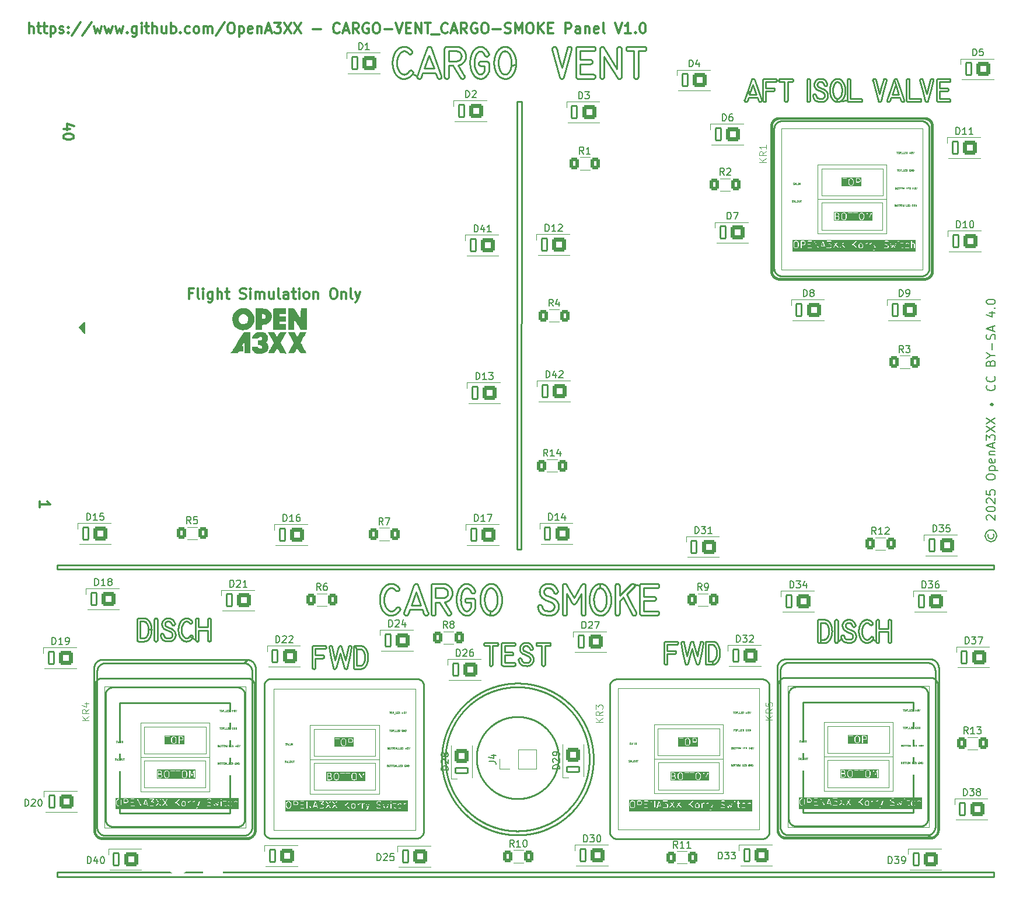
<source format=gbr>
%TF.GenerationSoftware,KiCad,Pcbnew,9.0.2*%
%TF.CreationDate,2025-07-16T23:03:38+02:00*%
%TF.ProjectId,cargo-vent_cargo-smoke,63617267-6f2d-4766-956e-745f63617267,rev?*%
%TF.SameCoordinates,Original*%
%TF.FileFunction,Legend,Top*%
%TF.FilePolarity,Positive*%
%FSLAX46Y46*%
G04 Gerber Fmt 4.6, Leading zero omitted, Abs format (unit mm)*
G04 Created by KiCad (PCBNEW 9.0.2) date 2025-07-16 23:03:38*
%MOMM*%
%LPD*%
G01*
G04 APERTURE LIST*
G04 Aperture macros list*
%AMRoundRect*
0 Rectangle with rounded corners*
0 $1 Rounding radius*
0 $2 $3 $4 $5 $6 $7 $8 $9 X,Y pos of 4 corners*
0 Add a 4 corners polygon primitive as box body*
4,1,4,$2,$3,$4,$5,$6,$7,$8,$9,$2,$3,0*
0 Add four circle primitives for the rounded corners*
1,1,$1+$1,$2,$3*
1,1,$1+$1,$4,$5*
1,1,$1+$1,$6,$7*
1,1,$1+$1,$8,$9*
0 Add four rect primitives between the rounded corners*
20,1,$1+$1,$2,$3,$4,$5,0*
20,1,$1+$1,$4,$5,$6,$7,0*
20,1,$1+$1,$6,$7,$8,$9,0*
20,1,$1+$1,$8,$9,$2,$3,0*%
G04 Aperture macros list end*
%ADD10C,0.300000*%
%ADD11C,0.200000*%
%ADD12C,0.279999*%
%ADD13C,0.158750*%
%ADD14C,0.100000*%
%ADD15C,0.062500*%
%ADD16C,0.150000*%
%ADD17C,0.120000*%
%ADD18C,0.000000*%
%ADD19R,1.500000X1.500000*%
%ADD20R,3.000000X3.000000*%
%ADD21C,3.000000*%
%ADD22C,1.700000*%
%ADD23R,1.700000X1.700000*%
%ADD24RoundRect,0.165000X-0.385000X-0.885000X0.385000X-0.885000X0.385000X0.885000X-0.385000X0.885000X0*%
%ADD25RoundRect,0.315000X-0.735000X-0.735000X0.735000X-0.735000X0.735000X0.735000X-0.735000X0.735000X0*%
%ADD26RoundRect,0.250000X-0.400000X-0.625000X0.400000X-0.625000X0.400000X0.625000X-0.400000X0.625000X0*%
%ADD27RoundRect,0.165000X0.885000X-0.385000X0.885000X0.385000X-0.885000X0.385000X-0.885000X-0.385000X0*%
%ADD28RoundRect,0.315000X0.735000X-0.735000X0.735000X0.735000X-0.735000X0.735000X-0.735000X-0.735000X0*%
G04 APERTURE END LIST*
D10*
X146199171Y-119747368D02*
X145199171Y-119747368D01*
X146770600Y-119390225D02*
X145699171Y-119033082D01*
X145699171Y-119033082D02*
X145699171Y-119961653D01*
X146699171Y-120818796D02*
X146699171Y-120961653D01*
X146699171Y-120961653D02*
X146627742Y-121104510D01*
X146627742Y-121104510D02*
X146556314Y-121175939D01*
X146556314Y-121175939D02*
X146413457Y-121247367D01*
X146413457Y-121247367D02*
X146127742Y-121318796D01*
X146127742Y-121318796D02*
X145770600Y-121318796D01*
X145770600Y-121318796D02*
X145484885Y-121247367D01*
X145484885Y-121247367D02*
X145342028Y-121175939D01*
X145342028Y-121175939D02*
X145270600Y-121104510D01*
X145270600Y-121104510D02*
X145199171Y-120961653D01*
X145199171Y-120961653D02*
X145199171Y-120818796D01*
X145199171Y-120818796D02*
X145270600Y-120675939D01*
X145270600Y-120675939D02*
X145342028Y-120604510D01*
X145342028Y-120604510D02*
X145484885Y-120533081D01*
X145484885Y-120533081D02*
X145770600Y-120461653D01*
X145770600Y-120461653D02*
X146127742Y-120461653D01*
X146127742Y-120461653D02*
X146413457Y-120533081D01*
X146413457Y-120533081D02*
X146556314Y-120604510D01*
X146556314Y-120604510D02*
X146627742Y-120675939D01*
X146627742Y-120675939D02*
X146699171Y-120818796D01*
X141799171Y-174640225D02*
X141799171Y-173783082D01*
X141799171Y-174211653D02*
X143299171Y-174211653D01*
X143299171Y-174211653D02*
X143084885Y-174068796D01*
X143084885Y-174068796D02*
X142942028Y-173925939D01*
X142942028Y-173925939D02*
X142870600Y-173783082D01*
D11*
X148242920Y-149406195D02*
X147542920Y-148606195D01*
X148242920Y-147806195D01*
X148242920Y-149406195D01*
G36*
X148242920Y-149406195D02*
G01*
X147542920Y-148606195D01*
X148242920Y-147806195D01*
X148242920Y-149406195D01*
G37*
D12*
X255940918Y-193621772D02*
X255948975Y-193612769D01*
X256029297Y-191720466D02*
X256022888Y-191710639D01*
X255597046Y-193822486D02*
X255604248Y-193821662D01*
X255809937Y-193739753D02*
X255818787Y-193734016D01*
X255879883Y-191535346D02*
X255849304Y-191510749D01*
X259267578Y-193820838D02*
X259271199Y-193820828D01*
X259274807Y-193820798D01*
X259278389Y-193820748D01*
X259281958Y-193820679D01*
X259285502Y-193820589D01*
X259289032Y-193820481D01*
X259292538Y-193820352D01*
X259296030Y-193820205D01*
X259299498Y-193820038D01*
X259302953Y-193819852D01*
X259306384Y-193819647D01*
X259309802Y-193819423D01*
X259313196Y-193819181D01*
X259316577Y-193818919D01*
X259319935Y-193818639D01*
X259323281Y-193818340D01*
X259326603Y-193818023D01*
X259329913Y-193817687D01*
X259333200Y-193817333D01*
X259336475Y-193816960D01*
X259339727Y-193816570D01*
X259342968Y-193816161D01*
X259346186Y-193815735D01*
X259349392Y-193815290D01*
X259352576Y-193814828D01*
X259355749Y-193814347D01*
X259358900Y-193813849D01*
X259362039Y-193813333D01*
X259365157Y-193812801D01*
X259368264Y-193812250D01*
X259371349Y-193811682D01*
X259374423Y-193811096D01*
X259377477Y-193810493D01*
X259380520Y-193809873D01*
X259383542Y-193809236D01*
X259386553Y-193808581D01*
X259389544Y-193807910D01*
X259392524Y-193807220D01*
X259395484Y-193806515D01*
X259398433Y-193805792D01*
X259401364Y-193805053D01*
X259404283Y-193804296D01*
X259407183Y-193803523D01*
X259410072Y-193802733D01*
X259412944Y-193801927D01*
X259415803Y-193801103D01*
X259418646Y-193800263D01*
X259421476Y-193799406D01*
X259424290Y-193798533D01*
X259427092Y-193797643D01*
X259429878Y-193796737D01*
X259432652Y-193795814D01*
X259435410Y-193794875D01*
X259438156Y-193793919D01*
X259440886Y-193792947D01*
X259443605Y-193791958D01*
X259446308Y-193790954D01*
X259449000Y-193789932D01*
X259451677Y-193788895D01*
X259454342Y-193787841D01*
X259456992Y-193786771D01*
X259459632Y-193785684D01*
X259462256Y-193784581D01*
X259464869Y-193783462D01*
X259467468Y-193782327D01*
X259470055Y-193781175D01*
X259472628Y-193780007D01*
X259475191Y-193778823D01*
X259477739Y-193777622D01*
X259480277Y-193776405D01*
X259482800Y-193775173D01*
X259485313Y-193773923D01*
X259487813Y-193772658D01*
X259490301Y-193771375D01*
X259492777Y-193770077D01*
X259495241Y-193768762D01*
X259497693Y-193767431D01*
X259500134Y-193766084D01*
X259502562Y-193764720D01*
X259504980Y-193763340D01*
X259507385Y-193761943D01*
X259509780Y-193760530D01*
X259512162Y-193759101D01*
X259514534Y-193757654D01*
X259516894Y-193756192D01*
X259519243Y-193754712D01*
X259521581Y-193753217D01*
X259523907Y-193751704D01*
X259528528Y-193748629D01*
X259533104Y-193745487D01*
X259537638Y-193742277D01*
X259542129Y-193739000D01*
X259546577Y-193735654D01*
X259550984Y-193732240D01*
X259555349Y-193728756D01*
X259559673Y-193725204D01*
X259563956Y-193721581D01*
X259568199Y-193717887D01*
X259572402Y-193714122D01*
X259576565Y-193710286D01*
X259580688Y-193706377D01*
X259584772Y-193702395D01*
X259588816Y-193698340D01*
X259592822Y-193694210D01*
X259596789Y-193690005D01*
X259600718Y-193685724D01*
X259604608Y-193681367D01*
X259608459Y-193676932D01*
X259612273Y-193672420D01*
X259616048Y-193667828D01*
X259619785Y-193663157D01*
X259623485Y-193658404D01*
X259627146Y-193653571D01*
X259630769Y-193648655D01*
X259634354Y-193643655D01*
X259637902Y-193638571D01*
X259641411Y-193633402D01*
X259644881Y-193628146D01*
X259648314Y-193622804D01*
X259651708Y-193617372D01*
X259655063Y-193611852D01*
X259658380Y-193606241D01*
X259661657Y-193600538D01*
X259664896Y-193594743D01*
X259668095Y-193588854D01*
X259671254Y-193582870D01*
X259674374Y-193576790D01*
X259677454Y-193570612D01*
X259680492Y-193564336D01*
X259683491Y-193557961D01*
X259686448Y-193551485D01*
X259689363Y-193544906D01*
X259692237Y-193538224D01*
X259695069Y-193531438D01*
X259697857Y-193524545D01*
X259699890Y-193519385D01*
X255802734Y-193743842D02*
X255809937Y-193739753D01*
X255920044Y-193643897D02*
X255926241Y-193637554D01*
X255926453Y-193637336D01*
X260854553Y-191505836D02*
X260857175Y-191501154D01*
X260859810Y-191496490D01*
X260862452Y-191491854D01*
X260865107Y-191487237D01*
X260867769Y-191482646D01*
X260870443Y-191478074D01*
X260873126Y-191473529D01*
X260875820Y-191469002D01*
X260878522Y-191464501D01*
X260881236Y-191460019D01*
X260883958Y-191455564D01*
X260886692Y-191451126D01*
X260889434Y-191446715D01*
X260892188Y-191442321D01*
X260894949Y-191437954D01*
X260897723Y-191433604D01*
X260900503Y-191429280D01*
X260903297Y-191424975D01*
X260906097Y-191420694D01*
X260908910Y-191416431D01*
X260911730Y-191412194D01*
X260914562Y-191407974D01*
X260917402Y-191403779D01*
X260920254Y-191399602D01*
X260923113Y-191395450D01*
X260925985Y-191391315D01*
X260928864Y-191387205D01*
X260931754Y-191383112D01*
X260934653Y-191379044D01*
X260937563Y-191374993D01*
X260940481Y-191370966D01*
X260943411Y-191366956D01*
X260946348Y-191362971D01*
X260949297Y-191359002D01*
X260952254Y-191355058D01*
X260955222Y-191351130D01*
X260958198Y-191347226D01*
X260961187Y-191343339D01*
X260964182Y-191339475D01*
X260967190Y-191335629D01*
X260970205Y-191331805D01*
X260973232Y-191327999D01*
X260976266Y-191324215D01*
X260979313Y-191320449D01*
X260982367Y-191316704D01*
X260985432Y-191312978D01*
X260988506Y-191309273D01*
X260991591Y-191305585D01*
X260994684Y-191301919D01*
X260997789Y-191298270D01*
X261000902Y-191294643D01*
X261004026Y-191291033D01*
X261007158Y-191287445D01*
X261010302Y-191283873D01*
X261013454Y-191280323D01*
X261016617Y-191276790D01*
X261019789Y-191273278D01*
X261022971Y-191269783D01*
X261026163Y-191266309D01*
X261029365Y-191262851D01*
X261032576Y-191259415D01*
X261035798Y-191255995D01*
X261039029Y-191252596D01*
X261042271Y-191249214D01*
X261045522Y-191245852D01*
X261048783Y-191242506D01*
X261052054Y-191239181D01*
X261055335Y-191235873D01*
X261058626Y-191232585D01*
X261061927Y-191229313D01*
X261065238Y-191226061D01*
X261068559Y-191222826D01*
X261071889Y-191219611D01*
X261075231Y-191216412D01*
X261078582Y-191213233D01*
X261081943Y-191210070D01*
X261085314Y-191206926D01*
X261088696Y-191203800D01*
X261092087Y-191200692D01*
X261095489Y-191197601D01*
X261098900Y-191194529D01*
X261102323Y-191191473D01*
X261105755Y-191188437D01*
X261109198Y-191185417D01*
X261112650Y-191182415D01*
X261116114Y-191179430D01*
X261119587Y-191176464D01*
X261123071Y-191173514D01*
X261126565Y-191170582D01*
X261130070Y-191167667D01*
X261133584Y-191164770D01*
X261137110Y-191161890D01*
X261140645Y-191159027D01*
X261144192Y-191156182D01*
X261147749Y-191153353D01*
X261151317Y-191150542D01*
X261154894Y-191147748D01*
X261158483Y-191144971D01*
X261162082Y-191142212D01*
X261165692Y-191139468D01*
X261169313Y-191136743D01*
X261172944Y-191134034D01*
X261176586Y-191131342D01*
X261180240Y-191128667D01*
X261183903Y-191126009D01*
X261187578Y-191123367D01*
X261191263Y-191120743D01*
X261194960Y-191118135D01*
X261198667Y-191115544D01*
X261202386Y-191112969D01*
X261206115Y-191110412D01*
X261209856Y-191107871D01*
X261213608Y-191105346D01*
X261217370Y-191102838D01*
X261224930Y-191097873D01*
X261232534Y-191092973D01*
X261240183Y-191088139D01*
X261247878Y-191083371D01*
X261255619Y-191078669D01*
X261263407Y-191074032D01*
X261271240Y-191069461D01*
X261279121Y-191064955D01*
X261287050Y-191060514D01*
X261295025Y-191056138D01*
X261303049Y-191051827D01*
X261311121Y-191047581D01*
X261319242Y-191043399D01*
X261327412Y-191039283D01*
X261335632Y-191035231D01*
X261343901Y-191031243D01*
X261352221Y-191027321D01*
X261360591Y-191023462D01*
X261369013Y-191019669D01*
X261377486Y-191015940D01*
X261386011Y-191012275D01*
X261394588Y-191008675D01*
X261403218Y-191005140D01*
X261411902Y-191001669D01*
X261420639Y-190998264D01*
X261429430Y-190994923D01*
X261438275Y-190991646D01*
X261447176Y-190988435D01*
X261456132Y-190985289D01*
X261465144Y-190982208D01*
X261474213Y-190979193D01*
X261483338Y-190976243D01*
X261492521Y-190973358D01*
X261501761Y-190970540D01*
X261511060Y-190967787D01*
X261520418Y-190965100D01*
X261529835Y-190962479D01*
X261539312Y-190959925D01*
X261548850Y-190957438D01*
X261558448Y-190955017D01*
X261568108Y-190952663D01*
X261570496Y-190952094D01*
X256206909Y-193059821D02*
X256210938Y-193044257D01*
X256145020Y-193268714D02*
X256149048Y-193255622D01*
X256196472Y-193101600D02*
X256199646Y-193087684D01*
X255589783Y-193823310D02*
X255597046Y-193822486D01*
X255995606Y-193551337D02*
X256003601Y-193542335D01*
X256255920Y-192529822D02*
X256255920Y-192513435D01*
X256085571Y-191816322D02*
X256080750Y-191805671D01*
X256047791Y-191750770D02*
X256042175Y-191740119D01*
X260743652Y-193494819D02*
X260741085Y-193488133D01*
X260738538Y-193481444D01*
X260736013Y-193474755D01*
X260733508Y-193468062D01*
X260731024Y-193461369D01*
X260728560Y-193454672D01*
X260726117Y-193447976D01*
X260723694Y-193441275D01*
X260721292Y-193434575D01*
X260718911Y-193427871D01*
X260716550Y-193421166D01*
X260714209Y-193414458D01*
X260711890Y-193407749D01*
X260709590Y-193401037D01*
X260707311Y-193394324D01*
X260705053Y-193387608D01*
X260702815Y-193380891D01*
X260700597Y-193374170D01*
X260698399Y-193367449D01*
X260696222Y-193360724D01*
X260694065Y-193353998D01*
X260691928Y-193347269D01*
X260689812Y-193340539D01*
X260687716Y-193333805D01*
X260685640Y-193327070D01*
X260683585Y-193320331D01*
X260681549Y-193313591D01*
X260679534Y-193306848D01*
X260677539Y-193300103D01*
X260675564Y-193293355D01*
X260673609Y-193286605D01*
X260671674Y-193279852D01*
X260669759Y-193273097D01*
X260667865Y-193266339D01*
X260665990Y-193259579D01*
X260664135Y-193252816D01*
X260662301Y-193246050D01*
X260660486Y-193239282D01*
X260658692Y-193232511D01*
X260656917Y-193225737D01*
X260655163Y-193218961D01*
X260653428Y-193212181D01*
X260651713Y-193205400D01*
X260650018Y-193198614D01*
X260648343Y-193191827D01*
X260646688Y-193185036D01*
X260645053Y-193178243D01*
X260643438Y-193171446D01*
X260641842Y-193164647D01*
X260640266Y-193157844D01*
X260638711Y-193151039D01*
X260637175Y-193144230D01*
X260635658Y-193137419D01*
X260634162Y-193130604D01*
X260632686Y-193123787D01*
X260631229Y-193116965D01*
X260629792Y-193110141D01*
X260628374Y-193103314D01*
X260626977Y-193096484D01*
X260625599Y-193089650D01*
X260624241Y-193082812D01*
X260622903Y-193075972D01*
X260621584Y-193069128D01*
X260620285Y-193062281D01*
X260619006Y-193055430D01*
X260617747Y-193048576D01*
X260616507Y-193041719D01*
X260615287Y-193034858D01*
X260612906Y-193021125D01*
X260610603Y-193007378D01*
X260608380Y-192993616D01*
X260606235Y-192979840D01*
X260604168Y-192966049D01*
X260602180Y-192952242D01*
X260600271Y-192938420D01*
X260598441Y-192924582D01*
X260596689Y-192910728D01*
X260595015Y-192896858D01*
X260593420Y-192882972D01*
X260591904Y-192869069D01*
X260590467Y-192855149D01*
X260589108Y-192841212D01*
X260587827Y-192827257D01*
X260586626Y-192813285D01*
X260585503Y-192799295D01*
X260584459Y-192785287D01*
X260583494Y-192771260D01*
X260582608Y-192757215D01*
X260581801Y-192743151D01*
X260581073Y-192729068D01*
X260580424Y-192714965D01*
X260579854Y-192700844D01*
X260579364Y-192686702D01*
X260578953Y-192672540D01*
X260578621Y-192658358D01*
X260578369Y-192644155D01*
X260578197Y-192629931D01*
X260578104Y-192615687D01*
X260578091Y-192601421D01*
X260578158Y-192587133D01*
X260578306Y-192572824D01*
X260578533Y-192558493D01*
X260578841Y-192544139D01*
X260579230Y-192529763D01*
X260579699Y-192515364D01*
X260580249Y-192500942D01*
X260580880Y-192486497D01*
X260581360Y-192476569D01*
X259876648Y-191286323D02*
X259884164Y-191298176D01*
X259891636Y-191310110D01*
X259899066Y-191322128D01*
X259906453Y-191334227D01*
X259913798Y-191346411D01*
X259921099Y-191358677D01*
X259928357Y-191371028D01*
X259935571Y-191383464D01*
X259942743Y-191395984D01*
X259949871Y-191408590D01*
X259956956Y-191421281D01*
X259963997Y-191434059D01*
X259970994Y-191446923D01*
X259977948Y-191459875D01*
X259984858Y-191472913D01*
X259991724Y-191486040D01*
X259998546Y-191499256D01*
X260005323Y-191512560D01*
X260012057Y-191525953D01*
X260018745Y-191539437D01*
X260025390Y-191553010D01*
X260031989Y-191566674D01*
X260038544Y-191580430D01*
X260045053Y-191594277D01*
X260051518Y-191608216D01*
X260057937Y-191622248D01*
X260064310Y-191636373D01*
X260070638Y-191650591D01*
X260071106Y-191651649D01*
X256124146Y-193321143D02*
X256135376Y-193294929D01*
X260161072Y-193162238D02*
X260161917Y-193166599D01*
X260162743Y-193170963D01*
X260164336Y-193179702D01*
X260165849Y-193188455D01*
X260167284Y-193197224D01*
X260168641Y-193206008D01*
X260169919Y-193214808D01*
X260171119Y-193223624D01*
X260172240Y-193232457D01*
X260173283Y-193241306D01*
X260174247Y-193250173D01*
X260175132Y-193259058D01*
X260175939Y-193267961D01*
X260176668Y-193276882D01*
X260177317Y-193285822D01*
X260177888Y-193294781D01*
X260178380Y-193303760D01*
X260178792Y-193312759D01*
X260179126Y-193321778D01*
X260179380Y-193330818D01*
X260179555Y-193339880D01*
X260179650Y-193348962D01*
X260179666Y-193358067D01*
X260179601Y-193367195D01*
X260179456Y-193376345D01*
X260179231Y-193385518D01*
X260178925Y-193394715D01*
X260178538Y-193403936D01*
X260178070Y-193413182D01*
X260177521Y-193422452D01*
X260176890Y-193431748D01*
X260176177Y-193441069D01*
X260175382Y-193450416D01*
X260174504Y-193459789D01*
X260173950Y-193465308D01*
X255989136Y-193560340D02*
X255995606Y-193551337D01*
X255576111Y-193824134D02*
X255584168Y-193824134D01*
X259812378Y-191967872D02*
X259810322Y-191967389D01*
X259808275Y-191966887D01*
X259806244Y-191966369D01*
X259804223Y-191965832D01*
X259802217Y-191965279D01*
X259800220Y-191964708D01*
X259798238Y-191964120D01*
X259796266Y-191963514D01*
X259794307Y-191962891D01*
X259792359Y-191962251D01*
X259790424Y-191961593D01*
X259788498Y-191960918D01*
X259786586Y-191960227D01*
X259784683Y-191959517D01*
X259782793Y-191958791D01*
X259780912Y-191958047D01*
X259779044Y-191957287D01*
X259777185Y-191956509D01*
X259775338Y-191955714D01*
X259773501Y-191954901D01*
X259771674Y-191954072D01*
X259769858Y-191953225D01*
X259768052Y-191952360D01*
X259766256Y-191951479D01*
X259764471Y-191950580D01*
X259762695Y-191949664D01*
X259760929Y-191948730D01*
X259759173Y-191947779D01*
X259755690Y-191945824D01*
X259752245Y-191943799D01*
X259748837Y-191941703D01*
X259745465Y-191939535D01*
X259742130Y-191937296D01*
X259738830Y-191934984D01*
X259735565Y-191932598D01*
X259732335Y-191930139D01*
X259729139Y-191927605D01*
X259725976Y-191924995D01*
X259722846Y-191922309D01*
X259719748Y-191919545D01*
X259716684Y-191916703D01*
X259713651Y-191913781D01*
X259710650Y-191910779D01*
X259707681Y-191907695D01*
X259704743Y-191904528D01*
X259701836Y-191901277D01*
X259698961Y-191897941D01*
X259696116Y-191894518D01*
X259693303Y-191891007D01*
X259690521Y-191887406D01*
X259687769Y-191883715D01*
X259685049Y-191879931D01*
X259682360Y-191876053D01*
X259679703Y-191872080D01*
X259677077Y-191868010D01*
X259674482Y-191863841D01*
X259671920Y-191859571D01*
X259669390Y-191855200D01*
X259666893Y-191850725D01*
X259664428Y-191846144D01*
X259661997Y-191841456D01*
X259659668Y-191836799D01*
X254814392Y-190930793D02*
X254812805Y-190930793D01*
X261675720Y-193820014D02*
X261678494Y-193820894D01*
X261681266Y-193821753D01*
X261684032Y-193822589D01*
X261686797Y-193823404D01*
X261689555Y-193824196D01*
X261692313Y-193824967D01*
X261695064Y-193825715D01*
X261697814Y-193826442D01*
X261700558Y-193827147D01*
X261703301Y-193827831D01*
X261706038Y-193828493D01*
X261708775Y-193829134D01*
X261711505Y-193829754D01*
X261714235Y-193830352D01*
X261716960Y-193830929D01*
X261719684Y-193831486D01*
X261722403Y-193832021D01*
X261725121Y-193832535D01*
X261727834Y-193833028D01*
X261730546Y-193833501D01*
X261733254Y-193833952D01*
X261735961Y-193834383D01*
X261738664Y-193834793D01*
X261741366Y-193835183D01*
X261744064Y-193835552D01*
X261746762Y-193835901D01*
X261749456Y-193836229D01*
X261752149Y-193836537D01*
X261754838Y-193836824D01*
X261757527Y-193837091D01*
X261760213Y-193837338D01*
X261762898Y-193837565D01*
X261765581Y-193837771D01*
X261768262Y-193837957D01*
X261770941Y-193838123D01*
X261773620Y-193838269D01*
X261776296Y-193838394D01*
X261778971Y-193838500D01*
X261781645Y-193838585D01*
X261784318Y-193838651D01*
X261786989Y-193838696D01*
X261789660Y-193838722D01*
X261792329Y-193838727D01*
X261794998Y-193838713D01*
X261797665Y-193838678D01*
X261800332Y-193838623D01*
X261802998Y-193838549D01*
X261805664Y-193838454D01*
X261810993Y-193838205D01*
X261816321Y-193837876D01*
X261821648Y-193837467D01*
X261826974Y-193836977D01*
X261832301Y-193836407D01*
X261837628Y-193835757D01*
X261842957Y-193835026D01*
X261848287Y-193834213D01*
X261853620Y-193833320D01*
X261858957Y-193832345D01*
X261864296Y-193831287D01*
X261869640Y-193830148D01*
X261874989Y-193828925D01*
X261880344Y-193827619D01*
X261885704Y-193826229D01*
X261891070Y-193824755D01*
X261896444Y-193823196D01*
X261901825Y-193821551D01*
X261907214Y-193819820D01*
X261912612Y-193818002D01*
X261918019Y-193816097D01*
X261923435Y-193814103D01*
X261928862Y-193812020D01*
X261934299Y-193809847D01*
X261939748Y-193807584D01*
X261945208Y-193805229D01*
X261950680Y-193802782D01*
X261956164Y-193800241D01*
X261961662Y-193797606D01*
X261967173Y-193794876D01*
X261972698Y-193792049D01*
X261978237Y-193789125D01*
X261983791Y-193786103D01*
X261989361Y-193782981D01*
X261994945Y-193779758D01*
X262000546Y-193776434D01*
X262006163Y-193773007D01*
X262011797Y-193769476D01*
X262017449Y-193765839D01*
X262023117Y-193762096D01*
X262028804Y-193758245D01*
X262034509Y-193754285D01*
X262040232Y-193750214D01*
X262045975Y-193746031D01*
X262051736Y-193741736D01*
X262057518Y-193737325D01*
X262063319Y-193732799D01*
X262069140Y-193728155D01*
X262074982Y-193723392D01*
X262080845Y-193718509D01*
X262086729Y-193713504D01*
X262092634Y-193708376D01*
X262098561Y-193703122D01*
X262104510Y-193697742D01*
X262110481Y-193692234D01*
X262116475Y-193686596D01*
X262122491Y-193680826D01*
X262128530Y-193674924D01*
X262134593Y-193668886D01*
X262140678Y-193662713D01*
X262146788Y-193656401D01*
X262152921Y-193649949D01*
X262159078Y-193643356D01*
X262165260Y-193636619D01*
X262171465Y-193629737D01*
X262177696Y-193622708D01*
X262183951Y-193615530D01*
X262190231Y-193608202D01*
X262196536Y-193600721D01*
X262202867Y-193593085D01*
X262209223Y-193585294D01*
X262215604Y-193577344D01*
X262222012Y-193569233D01*
X262228445Y-193560961D01*
X262234904Y-193552525D01*
X262241389Y-193543922D01*
X262247901Y-193535152D01*
X262248657Y-193534125D01*
X263548767Y-194060035D02*
X263548508Y-194063222D01*
X263548230Y-194066387D01*
X263547937Y-194069509D01*
X263547625Y-194072609D01*
X263547297Y-194075667D01*
X263546951Y-194078704D01*
X263546590Y-194081700D01*
X263546212Y-194084674D01*
X263545818Y-194087609D01*
X263545407Y-194090522D01*
X263544981Y-194093395D01*
X263544538Y-194096248D01*
X263544081Y-194099063D01*
X263543606Y-194101856D01*
X263543118Y-194104612D01*
X263542613Y-194107348D01*
X263542095Y-194110047D01*
X263541560Y-194112725D01*
X263541012Y-194115367D01*
X263540447Y-194117990D01*
X263539870Y-194120577D01*
X263539277Y-194123144D01*
X263538671Y-194125677D01*
X263538048Y-194128191D01*
X263537414Y-194130670D01*
X263536764Y-194133130D01*
X263536102Y-194135558D01*
X263535425Y-194137966D01*
X263534735Y-194140342D01*
X263534031Y-194142699D01*
X263533315Y-194145024D01*
X263532583Y-194147331D01*
X263531841Y-194149607D01*
X263531083Y-194151864D01*
X263530315Y-194154092D01*
X263529531Y-194156301D01*
X263528737Y-194158481D01*
X263527928Y-194160642D01*
X263527108Y-194162775D01*
X263526274Y-194164890D01*
X263525429Y-194166977D01*
X263524570Y-194169046D01*
X263523701Y-194171088D01*
X263522817Y-194173113D01*
X263521923Y-194175110D01*
X263521015Y-194177091D01*
X263520097Y-194179045D01*
X263519164Y-194180982D01*
X263518222Y-194182893D01*
X263517266Y-194184788D01*
X263516300Y-194186657D01*
X263515320Y-194188510D01*
X263514330Y-194190339D01*
X263513327Y-194192151D01*
X263512314Y-194193939D01*
X263511287Y-194195710D01*
X263510251Y-194197459D01*
X263509200Y-194199191D01*
X263508141Y-194200901D01*
X263507067Y-194202594D01*
X263505984Y-194204265D01*
X263504888Y-194205920D01*
X263503782Y-194207554D01*
X263502662Y-194209172D01*
X263501533Y-194210768D01*
X263500390Y-194212349D01*
X263499238Y-194213909D01*
X263498072Y-194215454D01*
X263496896Y-194216979D01*
X263495707Y-194218487D01*
X263494508Y-194219977D01*
X263493296Y-194221450D01*
X263492074Y-194222905D01*
X263490838Y-194224344D01*
X263489592Y-194225765D01*
X263488334Y-194227170D01*
X263487064Y-194228556D01*
X263485782Y-194229928D01*
X263484489Y-194231281D01*
X263483182Y-194232620D01*
X263481865Y-194233940D01*
X263480535Y-194235246D01*
X263479194Y-194236534D01*
X263477839Y-194237808D01*
X263476474Y-194239064D01*
X263475095Y-194240305D01*
X263473704Y-194241530D01*
X263472301Y-194242740D01*
X263470886Y-194243934D01*
X263469457Y-194245112D01*
X263466563Y-194247422D01*
X263463617Y-194249670D01*
X263460620Y-194251858D01*
X263457569Y-194253985D01*
X263454465Y-194256052D01*
X263451307Y-194258059D01*
X263448093Y-194260006D01*
X263444823Y-194261894D01*
X263441495Y-194263722D01*
X263438109Y-194265491D01*
X263434664Y-194267201D01*
X263431158Y-194268851D01*
X263427591Y-194270442D01*
X263423961Y-194271973D01*
X263420266Y-194273444D01*
X263416507Y-194274855D01*
X263412680Y-194276205D01*
X263408786Y-194277495D01*
X263404823Y-194278722D01*
X263400789Y-194279888D01*
X263396684Y-194280991D01*
X263392504Y-194282031D01*
X263388250Y-194283006D01*
X263383920Y-194283917D01*
X263379512Y-194284763D01*
X263375024Y-194285542D01*
X263370455Y-194286253D01*
X263365804Y-194286897D01*
X263361069Y-194287471D01*
X263356248Y-194287974D01*
X263351340Y-194288406D01*
X263346343Y-194288765D01*
X263341255Y-194289051D01*
X263336075Y-194289261D01*
X263330801Y-194289395D01*
X263330200Y-194289405D01*
X255584168Y-191392799D02*
X255576111Y-191392799D01*
X256257507Y-192639594D02*
X256257507Y-192624854D01*
X257562439Y-191163428D02*
X257562439Y-194060035D01*
X264842468Y-194060035D02*
X264842468Y-192711677D01*
X256244690Y-192829627D02*
X256247864Y-192798499D01*
X256226990Y-192954139D02*
X256231812Y-192923011D01*
X254812805Y-190930793D02*
X255569702Y-190930793D01*
X258856140Y-192149726D02*
X258865025Y-192153831D01*
X258873840Y-192157905D01*
X256060669Y-193449744D02*
X256067871Y-193439094D01*
X255699890Y-191420661D02*
X255669373Y-191409186D01*
X256215759Y-193013129D02*
X256218140Y-192999213D01*
X255039368Y-191392799D02*
X255039368Y-194324619D01*
X255569702Y-191392799D02*
X255039368Y-191392799D01*
X258893128Y-192166114D02*
X259635559Y-192500343D01*
X254587769Y-194053504D02*
X254589417Y-191160163D01*
X255948975Y-193612769D02*
X255961853Y-193596381D01*
X258656860Y-191846625D02*
X258657262Y-191849793D01*
X258657684Y-191852949D01*
X258658122Y-191856083D01*
X258658579Y-191859204D01*
X258659052Y-191862304D01*
X258659544Y-191865391D01*
X258660053Y-191868456D01*
X258660581Y-191871510D01*
X258661125Y-191874542D01*
X258661687Y-191877562D01*
X258662265Y-191880561D01*
X258662862Y-191883549D01*
X258663475Y-191886516D01*
X258664106Y-191889471D01*
X258664753Y-191892406D01*
X258665418Y-191895329D01*
X258666099Y-191898232D01*
X258666798Y-191901124D01*
X258667512Y-191903996D01*
X258668245Y-191906857D01*
X258668993Y-191909699D01*
X258669759Y-191912529D01*
X258670541Y-191915340D01*
X258671340Y-191918140D01*
X258672155Y-191920922D01*
X258672987Y-191923692D01*
X258673835Y-191926445D01*
X258674700Y-191929186D01*
X258675581Y-191931909D01*
X258676479Y-191934621D01*
X258677392Y-191937316D01*
X258678323Y-191940000D01*
X258679269Y-191942667D01*
X258680232Y-191945322D01*
X258681211Y-191947962D01*
X258682207Y-191950589D01*
X258683218Y-191953201D01*
X258684246Y-191955802D01*
X258685290Y-191958387D01*
X258686350Y-191960960D01*
X258687426Y-191963519D01*
X258688519Y-191966066D01*
X258689627Y-191968598D01*
X258690752Y-191971119D01*
X258691893Y-191973625D01*
X258693050Y-191976120D01*
X258694223Y-191978601D01*
X258695413Y-191981071D01*
X258696618Y-191983526D01*
X258697840Y-191985971D01*
X258699077Y-191988401D01*
X258700331Y-191990821D01*
X258701601Y-191993227D01*
X258702888Y-191995622D01*
X258704190Y-191998004D01*
X258705509Y-192000375D01*
X258706844Y-192002733D01*
X258708195Y-192005080D01*
X258709563Y-192007415D01*
X258710947Y-192009738D01*
X258712347Y-192012049D01*
X258713763Y-192014349D01*
X258715196Y-192016638D01*
X258716646Y-192018915D01*
X258718112Y-192021180D01*
X258719594Y-192023434D01*
X258721093Y-192025677D01*
X258722608Y-192027909D01*
X258725689Y-192032339D01*
X258728837Y-192036726D01*
X258732052Y-192041068D01*
X258735334Y-192045368D01*
X258738685Y-192049624D01*
X258742104Y-192053839D01*
X258745592Y-192058011D01*
X258749150Y-192062142D01*
X258752777Y-192066232D01*
X258756476Y-192070280D01*
X258760245Y-192074288D01*
X258764087Y-192078256D01*
X258768001Y-192082184D01*
X258771989Y-192086071D01*
X258776050Y-192089919D01*
X258780186Y-192093727D01*
X258784397Y-192097496D01*
X258788685Y-192101226D01*
X258793050Y-192104916D01*
X258797493Y-192108568D01*
X258802014Y-192112181D01*
X258806615Y-192115754D01*
X258811296Y-192119289D01*
X258816059Y-192122785D01*
X258820904Y-192126242D01*
X258824036Y-192128425D01*
X255990784Y-191663123D02*
X255965027Y-191627082D01*
X259044190Y-191389533D02*
X259041030Y-191389591D01*
X259037880Y-191389668D01*
X259034752Y-191389765D01*
X259031635Y-191389882D01*
X259028539Y-191390018D01*
X259025453Y-191390174D01*
X259022388Y-191390348D01*
X259019334Y-191390542D01*
X259016300Y-191390755D01*
X259013277Y-191390987D01*
X259010273Y-191391237D01*
X259007280Y-191391507D01*
X259004306Y-191391795D01*
X259001343Y-191392103D01*
X258998398Y-191392428D01*
X258995464Y-191392773D01*
X258992549Y-191393135D01*
X258989644Y-191393516D01*
X258986758Y-191393915D01*
X258983881Y-191394333D01*
X258981023Y-191394769D01*
X258978175Y-191395223D01*
X258975344Y-191395694D01*
X258972523Y-191396184D01*
X258969720Y-191396692D01*
X258966927Y-191397218D01*
X258964150Y-191397761D01*
X258961384Y-191398323D01*
X258958634Y-191398902D01*
X258955894Y-191399499D01*
X258953170Y-191400113D01*
X258950456Y-191400745D01*
X258947758Y-191401394D01*
X258945069Y-191402062D01*
X258942396Y-191402746D01*
X258939733Y-191403449D01*
X258937085Y-191404168D01*
X258934447Y-191404905D01*
X258931823Y-191405659D01*
X258929209Y-191406430D01*
X258926609Y-191407219D01*
X258924020Y-191408025D01*
X258921444Y-191408848D01*
X258918878Y-191409689D01*
X258916325Y-191410547D01*
X258913782Y-191411422D01*
X258911253Y-191412314D01*
X258908733Y-191413224D01*
X258906226Y-191414150D01*
X258903729Y-191415095D01*
X258901244Y-191416055D01*
X258898769Y-191417034D01*
X258896306Y-191418029D01*
X258893853Y-191419042D01*
X258891412Y-191420071D01*
X258888981Y-191421118D01*
X258886561Y-191422182D01*
X258884151Y-191423264D01*
X258881752Y-191424362D01*
X258879363Y-191425478D01*
X258876985Y-191426611D01*
X258874616Y-191427761D01*
X258872259Y-191428929D01*
X258869910Y-191430114D01*
X258867573Y-191431316D01*
X258865245Y-191432536D01*
X258862927Y-191433772D01*
X258860618Y-191435027D01*
X258856031Y-191437588D01*
X258851482Y-191440220D01*
X258846972Y-191442922D01*
X258842498Y-191445694D01*
X258838062Y-191448538D01*
X258833662Y-191451454D01*
X258829299Y-191454441D01*
X258824971Y-191457501D01*
X258820678Y-191460635D01*
X258816421Y-191463842D01*
X258812197Y-191467123D01*
X258808008Y-191470478D01*
X258803853Y-191473910D01*
X258799732Y-191477417D01*
X258795644Y-191481001D01*
X258791589Y-191484662D01*
X258787567Y-191488402D01*
X258783577Y-191492221D01*
X258779620Y-191496120D01*
X258775695Y-191500099D01*
X258771802Y-191504160D01*
X258767941Y-191508303D01*
X258764112Y-191512529D01*
X258760315Y-191516840D01*
X258756550Y-191521236D01*
X258752816Y-191525718D01*
X258749114Y-191530287D01*
X258745443Y-191534944D01*
X258741805Y-191539691D01*
X258738197Y-191544528D01*
X258734622Y-191549456D01*
X258731079Y-191554477D01*
X258727567Y-191559591D01*
X258724088Y-191564801D01*
X258720640Y-191570106D01*
X258717225Y-191575509D01*
X258714722Y-191579566D01*
X256083191Y-193406348D02*
X256090393Y-193393226D01*
X262040527Y-194236152D02*
X262036273Y-194237672D01*
X262032021Y-194239170D01*
X262027776Y-194240644D01*
X262023532Y-194242097D01*
X262019296Y-194243526D01*
X262015061Y-194244933D01*
X262010833Y-194246317D01*
X262006607Y-194247680D01*
X262002387Y-194249019D01*
X261998169Y-194250337D01*
X261993958Y-194251631D01*
X261989748Y-194252905D01*
X261985545Y-194254155D01*
X261981342Y-194255384D01*
X261977147Y-194256591D01*
X261972953Y-194257776D01*
X261968765Y-194258938D01*
X261964578Y-194260080D01*
X261960398Y-194261199D01*
X261956218Y-194262297D01*
X261952045Y-194263373D01*
X261947873Y-194264428D01*
X261943707Y-194265460D01*
X261939542Y-194266472D01*
X261935383Y-194267462D01*
X261931225Y-194268431D01*
X261927072Y-194269378D01*
X261922921Y-194270304D01*
X261918775Y-194271209D01*
X261914630Y-194272093D01*
X261910490Y-194272955D01*
X261906351Y-194273797D01*
X261902218Y-194274617D01*
X261898085Y-194275417D01*
X261893958Y-194276195D01*
X261889831Y-194276953D01*
X261885709Y-194277690D01*
X261881588Y-194278406D01*
X261877472Y-194279101D01*
X261873357Y-194279775D01*
X261869246Y-194280429D01*
X261865136Y-194281062D01*
X261861030Y-194281674D01*
X261856925Y-194282266D01*
X261852825Y-194282837D01*
X261848725Y-194283388D01*
X261844629Y-194283918D01*
X261840534Y-194284428D01*
X261836442Y-194284917D01*
X261832352Y-194285386D01*
X261828265Y-194285834D01*
X261824179Y-194286262D01*
X261820096Y-194286670D01*
X261816014Y-194287058D01*
X261811935Y-194287425D01*
X261807857Y-194287772D01*
X261803782Y-194288098D01*
X261799708Y-194288405D01*
X261795637Y-194288691D01*
X261791566Y-194288957D01*
X261787498Y-194289203D01*
X261783431Y-194289429D01*
X261779366Y-194289634D01*
X261775302Y-194289820D01*
X261771241Y-194289985D01*
X261767180Y-194290131D01*
X261763121Y-194290256D01*
X261759063Y-194290361D01*
X261755007Y-194290446D01*
X261750951Y-194290512D01*
X261746897Y-194290557D01*
X261742844Y-194290582D01*
X261738793Y-194290587D01*
X261734742Y-194290572D01*
X261730692Y-194290537D01*
X261726643Y-194290482D01*
X261722596Y-194290408D01*
X261718549Y-194290313D01*
X261714503Y-194290198D01*
X261710457Y-194290063D01*
X261702369Y-194289734D01*
X261694283Y-194289324D01*
X261686199Y-194288834D01*
X261678116Y-194288265D01*
X261670036Y-194287615D01*
X261661955Y-194286885D01*
X261653876Y-194286075D01*
X261645797Y-194285184D01*
X261637717Y-194284213D01*
X261629637Y-194283161D01*
X261621556Y-194282029D01*
X261613473Y-194280815D01*
X261605389Y-194279520D01*
X261597302Y-194278144D01*
X261589213Y-194276686D01*
X261581121Y-194275147D01*
X261573026Y-194273525D01*
X261564927Y-194271821D01*
X261556824Y-194270034D01*
X261548717Y-194268165D01*
X261540605Y-194266212D01*
X261532488Y-194264175D01*
X261524365Y-194262055D01*
X261516237Y-194259850D01*
X261508102Y-194257561D01*
X261499961Y-194255187D01*
X261491813Y-194252727D01*
X261483658Y-194250182D01*
X261475495Y-194247550D01*
X261467324Y-194244832D01*
X261459145Y-194242027D01*
X261450958Y-194239134D01*
X261442761Y-194236153D01*
X261434556Y-194233083D01*
X261426340Y-194229924D01*
X261418115Y-194226676D01*
X261409879Y-194223338D01*
X261401633Y-194219909D01*
X261393377Y-194216388D01*
X261385108Y-194212776D01*
X261376829Y-194209072D01*
X261368538Y-194205274D01*
X261360234Y-194201383D01*
X261351918Y-194197398D01*
X261343590Y-194193318D01*
X261335877Y-194189460D01*
X255936096Y-191594306D02*
X255907166Y-191563178D01*
X256103272Y-191851539D02*
X256091980Y-191826972D01*
X256124146Y-191899055D02*
X256112915Y-191874488D01*
X256252686Y-192480659D02*
X256251099Y-192451179D01*
X256018066Y-191700812D02*
X255990784Y-191663123D01*
X256210938Y-192172645D02*
X256206116Y-192144813D01*
X256234253Y-192908271D02*
X256238220Y-192891883D01*
X265298889Y-191163428D02*
X265298889Y-194060035D01*
X256192444Y-193117164D02*
X256196472Y-193101600D01*
X256112915Y-191874488D02*
X256103272Y-191851539D01*
X256047791Y-193471046D02*
X256055054Y-193460395D01*
X260071106Y-191651649D02*
X260085571Y-191694251D01*
X256204468Y-193072120D02*
X256206909Y-193059821D01*
X256077515Y-193417823D02*
X256083191Y-193406348D01*
X255839722Y-193718452D02*
X255847717Y-193712714D01*
X256240662Y-192341407D02*
X256239868Y-192325019D01*
X254589417Y-191160163D02*
X254587769Y-191147041D01*
X262624695Y-193794624D02*
X262618395Y-193804283D01*
X262618286Y-193804450D01*
X256166748Y-193201545D02*
X256172363Y-193186805D01*
X256198059Y-192115302D02*
X256193237Y-192101386D01*
X256128967Y-191912147D02*
X256124146Y-191899055D01*
X262618286Y-193804450D02*
X263095581Y-194060035D01*
X255788269Y-193753669D02*
X255800267Y-193745519D01*
X255802734Y-193743842D01*
X259576111Y-192998389D02*
X259453980Y-192921394D01*
X258685791Y-192575690D02*
X258681416Y-192573320D01*
X258677060Y-192570939D01*
X258672735Y-192568551D01*
X258668430Y-192566151D01*
X258664155Y-192563745D01*
X258659900Y-192561327D01*
X258655674Y-192558903D01*
X258651468Y-192556467D01*
X258647291Y-192554025D01*
X258643134Y-192551571D01*
X258639005Y-192549111D01*
X258634896Y-192546639D01*
X258630816Y-192544162D01*
X258626755Y-192541672D01*
X258622723Y-192539177D01*
X258618710Y-192536670D01*
X258614725Y-192534157D01*
X258610759Y-192531632D01*
X258606821Y-192529101D01*
X258602902Y-192526559D01*
X258599010Y-192524011D01*
X258595138Y-192521451D01*
X258591292Y-192518885D01*
X258587466Y-192516308D01*
X258583666Y-192513725D01*
X258579886Y-192511130D01*
X258576131Y-192508530D01*
X258572396Y-192505918D01*
X258568687Y-192503300D01*
X258564996Y-192500670D01*
X258561332Y-192498035D01*
X258557686Y-192495388D01*
X258554066Y-192492736D01*
X258550465Y-192490072D01*
X258546888Y-192487402D01*
X258543331Y-192484721D01*
X258539798Y-192482033D01*
X258536284Y-192479335D01*
X258532795Y-192476630D01*
X258529324Y-192473915D01*
X258525877Y-192471193D01*
X258522449Y-192468460D01*
X258519046Y-192465721D01*
X258515660Y-192462971D01*
X258512299Y-192460214D01*
X258508955Y-192457447D01*
X258505636Y-192454673D01*
X258502334Y-192451889D01*
X258499056Y-192449098D01*
X258495796Y-192446296D01*
X258492560Y-192443488D01*
X258489341Y-192440669D01*
X258486145Y-192437843D01*
X258482968Y-192435007D01*
X258479813Y-192432164D01*
X258476676Y-192429310D01*
X258473561Y-192426450D01*
X258470464Y-192423579D01*
X258467390Y-192420701D01*
X258464333Y-192417812D01*
X258461299Y-192414917D01*
X258458282Y-192412011D01*
X258455287Y-192409098D01*
X258452309Y-192406175D01*
X258449353Y-192403245D01*
X258446415Y-192400304D01*
X258443498Y-192397356D01*
X258440599Y-192394397D01*
X258437721Y-192391432D01*
X258434860Y-192388455D01*
X258432020Y-192385472D01*
X258429198Y-192382478D01*
X258426397Y-192379477D01*
X258423613Y-192376465D01*
X258420849Y-192373446D01*
X258418103Y-192370417D01*
X258415377Y-192367379D01*
X258412669Y-192364332D01*
X258409981Y-192361277D01*
X258407310Y-192358211D01*
X258404659Y-192355138D01*
X258402025Y-192352054D01*
X258399411Y-192348963D01*
X258396815Y-192345861D01*
X258394238Y-192342751D01*
X258391678Y-192339630D01*
X258389137Y-192336502D01*
X258386614Y-192333363D01*
X258384110Y-192330216D01*
X258381623Y-192327059D01*
X258379155Y-192323894D01*
X258376705Y-192320718D01*
X258374273Y-192317533D01*
X258371858Y-192314339D01*
X258369463Y-192311135D01*
X258367084Y-192307922D01*
X258364724Y-192304699D01*
X258362381Y-192301467D01*
X258360056Y-192298225D01*
X258357748Y-192294974D01*
X258355459Y-192291713D01*
X258353187Y-192288442D01*
X258350933Y-192285161D01*
X258348696Y-192281871D01*
X258346477Y-192278571D01*
X258344275Y-192275261D01*
X258342091Y-192271941D01*
X258339923Y-192268611D01*
X258337774Y-192265272D01*
X258335642Y-192261922D01*
X258333527Y-192258562D01*
X258331430Y-192255193D01*
X258329349Y-192251813D01*
X258327286Y-192248423D01*
X258325240Y-192245023D01*
X258323212Y-192241612D01*
X258319206Y-192234760D01*
X258315269Y-192227867D01*
X258311399Y-192220932D01*
X258307598Y-192213955D01*
X258303865Y-192206935D01*
X258300200Y-192199872D01*
X258296602Y-192192766D01*
X258293072Y-192185616D01*
X258289609Y-192178422D01*
X258286214Y-192171184D01*
X258282886Y-192163900D01*
X258279625Y-192156571D01*
X258276431Y-192149196D01*
X258273304Y-192141775D01*
X258270245Y-192134307D01*
X258267253Y-192126792D01*
X258264327Y-192119229D01*
X258261470Y-192111618D01*
X258258679Y-192103958D01*
X258255955Y-192096249D01*
X258253299Y-192088491D01*
X258250711Y-192080683D01*
X258248190Y-192072823D01*
X258245736Y-192064913D01*
X258243351Y-192056951D01*
X258241033Y-192048937D01*
X258238783Y-192040870D01*
X258236602Y-192032751D01*
X258234489Y-192024577D01*
X258232605Y-192017005D01*
X256256714Y-192561774D02*
X256255920Y-192544562D01*
X255576111Y-191392799D02*
X255569702Y-191392799D01*
X255976318Y-193578376D02*
X255989136Y-193560340D01*
X263095581Y-194060035D02*
X263095581Y-191163428D01*
X255849304Y-191510749D02*
X255818787Y-191486182D01*
X256003601Y-193542335D02*
X256009216Y-193532508D01*
X263548767Y-191163428D02*
X263548767Y-192246375D01*
X259635559Y-192500343D02*
X259648670Y-192506168D01*
X259661316Y-192511787D01*
X261038574Y-192416785D02*
X261037856Y-192422803D01*
X261037158Y-192428822D01*
X261036481Y-192434840D01*
X261035823Y-192440858D01*
X261035186Y-192446875D01*
X261034569Y-192452893D01*
X261033972Y-192458911D01*
X261033395Y-192464928D01*
X261032838Y-192470946D01*
X261032301Y-192476963D01*
X261031785Y-192482981D01*
X261031288Y-192488999D01*
X261030812Y-192495016D01*
X261030355Y-192501034D01*
X261029919Y-192507052D01*
X261029502Y-192513071D01*
X261029106Y-192519089D01*
X261028729Y-192525108D01*
X261028373Y-192531127D01*
X261028037Y-192537146D01*
X261027721Y-192543166D01*
X261027424Y-192549186D01*
X261027148Y-192555207D01*
X261026892Y-192561228D01*
X261026655Y-192567250D01*
X261026439Y-192573272D01*
X261026243Y-192579295D01*
X261026066Y-192585318D01*
X261025910Y-192591342D01*
X261025774Y-192597367D01*
X261025657Y-192603392D01*
X261025561Y-192609418D01*
X261025485Y-192615445D01*
X261025428Y-192621473D01*
X261025376Y-192633531D01*
X261025403Y-192645592D01*
X261025510Y-192657657D01*
X261025697Y-192669727D01*
X261025965Y-192681801D01*
X261026312Y-192693879D01*
X261026740Y-192705963D01*
X261027248Y-192718052D01*
X261027836Y-192730146D01*
X261028505Y-192742246D01*
X261029254Y-192754352D01*
X261030084Y-192766464D01*
X261030994Y-192778583D01*
X261031985Y-192790708D01*
X261033057Y-192802841D01*
X261034210Y-192814981D01*
X261035444Y-192827128D01*
X261036760Y-192839284D01*
X261038156Y-192851447D01*
X261039634Y-192863619D01*
X261041194Y-192875800D01*
X261042836Y-192887989D01*
X261044190Y-192897620D01*
X256247864Y-192416785D02*
X256246277Y-192387275D01*
X259699890Y-193519385D02*
X259700996Y-193516464D01*
X259702082Y-193513540D01*
X259703145Y-193510619D01*
X259704188Y-193507695D01*
X259705209Y-193504773D01*
X259706210Y-193501848D01*
X259707189Y-193498925D01*
X259708148Y-193496000D01*
X259709085Y-193493075D01*
X259710002Y-193490149D01*
X259710898Y-193487223D01*
X259711774Y-193484296D01*
X259712628Y-193481369D01*
X259713462Y-193478439D01*
X259714276Y-193475510D01*
X259715069Y-193472579D01*
X259715841Y-193469648D01*
X259716594Y-193466715D01*
X259717326Y-193463782D01*
X259718037Y-193460847D01*
X259718728Y-193457911D01*
X259719399Y-193454973D01*
X259720050Y-193452035D01*
X259720681Y-193449094D01*
X259721291Y-193446153D01*
X259721882Y-193443209D01*
X259722452Y-193440264D01*
X259723002Y-193437317D01*
X259723532Y-193434369D01*
X259724043Y-193431419D01*
X259724533Y-193428467D01*
X259725003Y-193425513D01*
X259725454Y-193422557D01*
X259725884Y-193419598D01*
X259726295Y-193416638D01*
X259726685Y-193413676D01*
X259727056Y-193410711D01*
X259727407Y-193407744D01*
X259728049Y-193401802D01*
X259728612Y-193395851D01*
X259729096Y-193389888D01*
X259729500Y-193383915D01*
X259729825Y-193377929D01*
X259730070Y-193371932D01*
X259730236Y-193365921D01*
X259730322Y-193359897D01*
X259730329Y-193353859D01*
X259730255Y-193347807D01*
X259730101Y-193341739D01*
X259729866Y-193335656D01*
X259729551Y-193329557D01*
X259729155Y-193323441D01*
X259728678Y-193317307D01*
X259728118Y-193311156D01*
X259727477Y-193304986D01*
X259726753Y-193298798D01*
X259725947Y-193292590D01*
X259725057Y-193286362D01*
X259724083Y-193280113D01*
X259723025Y-193273843D01*
X259721882Y-193267551D01*
X259720653Y-193261238D01*
X259719339Y-193254901D01*
X259717938Y-193248541D01*
X259716449Y-193242157D01*
X259715942Y-193240058D01*
X256139404Y-193282630D02*
X256145020Y-193268714D01*
X257562439Y-194060035D02*
X257561920Y-194063362D01*
X257561384Y-194066666D01*
X257560836Y-194069924D01*
X257560271Y-194073158D01*
X257559693Y-194076348D01*
X257559100Y-194079515D01*
X257558494Y-194082638D01*
X257557872Y-194085738D01*
X257557238Y-194088796D01*
X257556589Y-194091830D01*
X257555928Y-194094823D01*
X257555252Y-194097793D01*
X257554564Y-194100722D01*
X257553861Y-194103629D01*
X257553147Y-194106496D01*
X257552418Y-194109341D01*
X257551678Y-194112146D01*
X257550924Y-194114930D01*
X257550159Y-194117675D01*
X257549379Y-194120399D01*
X257548589Y-194123085D01*
X257547785Y-194125749D01*
X257546971Y-194128377D01*
X257546142Y-194130983D01*
X257545304Y-194133554D01*
X257544452Y-194136104D01*
X257543590Y-194138618D01*
X257542714Y-194141112D01*
X257541829Y-194143571D01*
X257540930Y-194146009D01*
X257540023Y-194148414D01*
X257539101Y-194150799D01*
X257538171Y-194153151D01*
X257537227Y-194155482D01*
X257536275Y-194157782D01*
X257535309Y-194160061D01*
X257534335Y-194162309D01*
X257533347Y-194164538D01*
X257532351Y-194166735D01*
X257531342Y-194168913D01*
X257530325Y-194171061D01*
X257529295Y-194173190D01*
X257528257Y-194175289D01*
X257527206Y-194177369D01*
X257526147Y-194179421D01*
X257525075Y-194181454D01*
X257523996Y-194183458D01*
X257522904Y-194185444D01*
X257521804Y-194187402D01*
X257520691Y-194189342D01*
X257519571Y-194191255D01*
X257518438Y-194193150D01*
X257517298Y-194195018D01*
X257516145Y-194196868D01*
X257514985Y-194198693D01*
X257513812Y-194200500D01*
X257512632Y-194202281D01*
X257511440Y-194204045D01*
X257510239Y-194205784D01*
X257509027Y-194207506D01*
X257507807Y-194209204D01*
X257506576Y-194210884D01*
X257505336Y-194212541D01*
X257504085Y-194214180D01*
X257502825Y-194215797D01*
X257501554Y-194217396D01*
X257500275Y-194218973D01*
X257498984Y-194220533D01*
X257497685Y-194222071D01*
X257496375Y-194223592D01*
X257495056Y-194225091D01*
X257493726Y-194226574D01*
X257492387Y-194228036D01*
X257491037Y-194229481D01*
X257489678Y-194230905D01*
X257488308Y-194232313D01*
X257486929Y-194233701D01*
X257485539Y-194235072D01*
X257484140Y-194236424D01*
X257482729Y-194237759D01*
X257481310Y-194239074D01*
X257479879Y-194240374D01*
X257478439Y-194241654D01*
X257476987Y-194242918D01*
X257475526Y-194244164D01*
X257474053Y-194245393D01*
X257472571Y-194246604D01*
X257471077Y-194247798D01*
X257469574Y-194248975D01*
X257468059Y-194250136D01*
X257466534Y-194251279D01*
X257464997Y-194252406D01*
X257463450Y-194253515D01*
X257461891Y-194254608D01*
X257460322Y-194255685D01*
X257458741Y-194256745D01*
X257455545Y-194258815D01*
X257452304Y-194260820D01*
X257449015Y-194262759D01*
X257445680Y-194264634D01*
X257442295Y-194266444D01*
X257438862Y-194268190D01*
X257435378Y-194269871D01*
X257431843Y-194271488D01*
X257428256Y-194273041D01*
X257424616Y-194274529D01*
X257420922Y-194275954D01*
X257417173Y-194277313D01*
X257413367Y-194278608D01*
X257409504Y-194279838D01*
X257405582Y-194281003D01*
X257401600Y-194282101D01*
X257397558Y-194283133D01*
X257393453Y-194284099D01*
X257389284Y-194284997D01*
X257385051Y-194285827D01*
X257380752Y-194286588D01*
X257376385Y-194287280D01*
X257371949Y-194287902D01*
X257367444Y-194288452D01*
X257362866Y-194288930D01*
X257358216Y-194289336D01*
X257353492Y-194289667D01*
X257348691Y-194289923D01*
X257343814Y-194290104D01*
X257338858Y-194290206D01*
X257333822Y-194290230D01*
X257333435Y-194290229D01*
X255699890Y-193799537D02*
X255714356Y-193793006D01*
X255642029Y-193817573D02*
X255654907Y-193814277D01*
X255780212Y-193759406D02*
X255788269Y-193753669D01*
X255736816Y-193783973D02*
X255744873Y-193779884D01*
X256080750Y-191805671D02*
X256067871Y-191782722D01*
X256022095Y-193512000D02*
X256029297Y-193501380D01*
X255883057Y-193679938D02*
X255885469Y-193677514D01*
X255887288Y-193675655D01*
X255891113Y-193671760D01*
X260029297Y-191902320D02*
X259995544Y-191931831D01*
X256247864Y-192798499D02*
X256249512Y-192767371D01*
X255818787Y-191486182D02*
X255788269Y-191464881D01*
X262108826Y-191005317D02*
X262113621Y-191007421D01*
X262118401Y-191009539D01*
X262123158Y-191011669D01*
X262127900Y-191013815D01*
X262132619Y-191015972D01*
X262137323Y-191018144D01*
X262142004Y-191020328D01*
X262146670Y-191022527D01*
X262151315Y-191024738D01*
X262155943Y-191026963D01*
X262160550Y-191029200D01*
X262165142Y-191031452D01*
X262169713Y-191033716D01*
X262174268Y-191035994D01*
X262178801Y-191038285D01*
X262183320Y-191040590D01*
X262187817Y-191042906D01*
X262192299Y-191045238D01*
X262196761Y-191047581D01*
X262201207Y-191049938D01*
X262205632Y-191052308D01*
X262210043Y-191054692D01*
X262214433Y-191057087D01*
X262218808Y-191059498D01*
X262223163Y-191061919D01*
X262227503Y-191064356D01*
X262231822Y-191066804D01*
X262236127Y-191069267D01*
X262240412Y-191071741D01*
X262244682Y-191074230D01*
X262248932Y-191076731D01*
X262253168Y-191079246D01*
X262257384Y-191081773D01*
X262261586Y-191084314D01*
X262265768Y-191086867D01*
X262269935Y-191089435D01*
X262274083Y-191092014D01*
X262278217Y-191094607D01*
X262282331Y-191097213D01*
X262286431Y-191099832D01*
X262290512Y-191102464D01*
X262294579Y-191105110D01*
X262298627Y-191107768D01*
X262302661Y-191110440D01*
X262306676Y-191113124D01*
X262310676Y-191115822D01*
X262314659Y-191118532D01*
X262318627Y-191121256D01*
X262322577Y-191123993D01*
X262326512Y-191126743D01*
X262330430Y-191129506D01*
X262334333Y-191132283D01*
X262338219Y-191135072D01*
X262342090Y-191137875D01*
X262345943Y-191140690D01*
X262349783Y-191143520D01*
X262353605Y-191146361D01*
X262357412Y-191149217D01*
X262361203Y-191152085D01*
X262364979Y-191154967D01*
X262368738Y-191157862D01*
X262372483Y-191160770D01*
X262376211Y-191163691D01*
X262379925Y-191166627D01*
X262383622Y-191169574D01*
X262387304Y-191172536D01*
X262390971Y-191175510D01*
X262394623Y-191178498D01*
X262398259Y-191181499D01*
X262401880Y-191184514D01*
X262405486Y-191187541D01*
X262409077Y-191190583D01*
X262412652Y-191193637D01*
X262416213Y-191196706D01*
X262419758Y-191199787D01*
X262423289Y-191202883D01*
X262426804Y-191205991D01*
X262430305Y-191209113D01*
X262433790Y-191212249D01*
X262437261Y-191215398D01*
X262440717Y-191218560D01*
X262444159Y-191221737D01*
X262447585Y-191224927D01*
X262450997Y-191228130D01*
X262454394Y-191231348D01*
X262457777Y-191234579D01*
X262461145Y-191237823D01*
X262464498Y-191241082D01*
X262467837Y-191244354D01*
X262471162Y-191247640D01*
X262474472Y-191250940D01*
X262477767Y-191254254D01*
X262481048Y-191257581D01*
X262484315Y-191260923D01*
X262490806Y-191267648D01*
X262497239Y-191274429D01*
X262503616Y-191281266D01*
X262509936Y-191288160D01*
X262516200Y-191295111D01*
X262522407Y-191302119D01*
X262528559Y-191309184D01*
X262534654Y-191316307D01*
X262540694Y-191323488D01*
X262546678Y-191330727D01*
X262549194Y-191333808D01*
X256257507Y-192592902D02*
X256257507Y-192577338D01*
X260069458Y-191840064D02*
X260029297Y-191902320D01*
X260173950Y-193465308D02*
X260173439Y-193469651D01*
X260172908Y-193473987D01*
X260172358Y-193478313D01*
X260171789Y-193482632D01*
X260171201Y-193486942D01*
X260170594Y-193491244D01*
X260169968Y-193495537D01*
X260169323Y-193499824D01*
X260168659Y-193504100D01*
X260167975Y-193508371D01*
X260167273Y-193512631D01*
X260166552Y-193516886D01*
X260165812Y-193521130D01*
X260165053Y-193525369D01*
X260164275Y-193529598D01*
X260163478Y-193533821D01*
X260162663Y-193538035D01*
X260161828Y-193542243D01*
X260160975Y-193546441D01*
X260160102Y-193550634D01*
X260159211Y-193554818D01*
X260158301Y-193558995D01*
X260157372Y-193563164D01*
X260156424Y-193567327D01*
X260155457Y-193571482D01*
X260154471Y-193575630D01*
X260153467Y-193579770D01*
X260152444Y-193583904D01*
X260151402Y-193588030D01*
X260150341Y-193592150D01*
X260149261Y-193596262D01*
X260148162Y-193600367D01*
X260147044Y-193604466D01*
X260145908Y-193608558D01*
X260144753Y-193612642D01*
X260143578Y-193616721D01*
X260142385Y-193620792D01*
X260141173Y-193624857D01*
X260139942Y-193628915D01*
X260138693Y-193632967D01*
X260137424Y-193637012D01*
X260136136Y-193641051D01*
X260134830Y-193645084D01*
X260133504Y-193649110D01*
X260132159Y-193653129D01*
X260130796Y-193657143D01*
X260128012Y-193665151D01*
X260125151Y-193673134D01*
X260122215Y-193681094D01*
X260119202Y-193689029D01*
X260116112Y-193696941D01*
X260112946Y-193704830D01*
X260109702Y-193712695D01*
X260106381Y-193720539D01*
X260102983Y-193728359D01*
X260099507Y-193736158D01*
X260095953Y-193743936D01*
X260092321Y-193751692D01*
X260088610Y-193759427D01*
X260084821Y-193767141D01*
X260080952Y-193774835D01*
X260077004Y-193782509D01*
X260072976Y-193790162D01*
X260068868Y-193797796D01*
X260064680Y-193805411D01*
X260060411Y-193813007D01*
X260056060Y-193820584D01*
X260051628Y-193828142D01*
X260047114Y-193835682D01*
X260042517Y-193843203D01*
X260037838Y-193850707D01*
X260033075Y-193858193D01*
X260028229Y-193865662D01*
X260023298Y-193873113D01*
X260020447Y-193877357D01*
X256107239Y-193358832D02*
X256112915Y-193345710D01*
X259437927Y-191478004D02*
X259369629Y-191439490D01*
X256112915Y-193345710D02*
X256124146Y-193321143D01*
X255897522Y-193665198D02*
X255901403Y-193661263D01*
X255905579Y-193657020D01*
X259369629Y-191439490D02*
X259296509Y-191412452D01*
X255876648Y-193686500D02*
X255879904Y-193683166D01*
X255883057Y-193679938D01*
X256190003Y-192085822D02*
X256182007Y-192057960D01*
X256233399Y-192293891D02*
X256230225Y-192279975D01*
X256252686Y-192703498D02*
X256253540Y-192687934D01*
X255847717Y-193712714D02*
X255863770Y-193699592D01*
X256042175Y-193481696D02*
X256047791Y-193471046D01*
X255039368Y-194324619D02*
X254754944Y-194276313D01*
X259192017Y-191394447D02*
X259118141Y-191391991D01*
X259044190Y-191389533D01*
X258714722Y-191579566D02*
X258713159Y-191582010D01*
X258711616Y-191584460D01*
X258710095Y-191586911D01*
X258708595Y-191589367D01*
X258707118Y-191591825D01*
X258705661Y-191594288D01*
X258704226Y-191596752D01*
X258702811Y-191599223D01*
X258701418Y-191601694D01*
X258700045Y-191604172D01*
X258698694Y-191606651D01*
X258697362Y-191609135D01*
X258696053Y-191611622D01*
X258694763Y-191614114D01*
X258693494Y-191616608D01*
X258692245Y-191619108D01*
X258691017Y-191621610D01*
X258689809Y-191624118D01*
X258688622Y-191626628D01*
X258687454Y-191629144D01*
X258686307Y-191631663D01*
X258685179Y-191634187D01*
X258684072Y-191636715D01*
X258682985Y-191639248D01*
X258681917Y-191641784D01*
X258680869Y-191644326D01*
X258679842Y-191646871D01*
X258678833Y-191649422D01*
X258677845Y-191651976D01*
X258676876Y-191654536D01*
X258675927Y-191657100D01*
X258674997Y-191659670D01*
X258674086Y-191662244D01*
X258673196Y-191664823D01*
X258672324Y-191667407D01*
X258671472Y-191669997D01*
X258670639Y-191672591D01*
X258669826Y-191675191D01*
X258669032Y-191677796D01*
X258668257Y-191680407D01*
X258666765Y-191685644D01*
X258665350Y-191690904D01*
X258664012Y-191696186D01*
X258662750Y-191701492D01*
X258661565Y-191706823D01*
X258660456Y-191712178D01*
X258659424Y-191717558D01*
X258658468Y-191722964D01*
X258657589Y-191728397D01*
X258656786Y-191733856D01*
X258656061Y-191739344D01*
X258655412Y-191744860D01*
X258654840Y-191750405D01*
X258654346Y-191755980D01*
X258653930Y-191761586D01*
X258653591Y-191767222D01*
X258653331Y-191772891D01*
X258653150Y-191778591D01*
X258653047Y-191784325D01*
X258653024Y-191790093D01*
X258653081Y-191795895D01*
X258653218Y-191801732D01*
X258653437Y-191807605D01*
X258653737Y-191813515D01*
X258654119Y-191819462D01*
X258654583Y-191825447D01*
X258655131Y-191831471D01*
X258655763Y-191837534D01*
X258656480Y-191843637D01*
X258656860Y-191846625D01*
X257106079Y-191163428D02*
X257106574Y-191160102D01*
X257107086Y-191156801D01*
X257107611Y-191153544D01*
X257108153Y-191150310D01*
X257108708Y-191147121D01*
X257109279Y-191143955D01*
X257109862Y-191140832D01*
X257110462Y-191137732D01*
X257111073Y-191134674D01*
X257111701Y-191131639D01*
X257112341Y-191128646D01*
X257112996Y-191125675D01*
X257113663Y-191122744D01*
X257114345Y-191119836D01*
X257115039Y-191116968D01*
X257115748Y-191114121D01*
X257116467Y-191111314D01*
X257117202Y-191108528D01*
X257117948Y-191105780D01*
X257118708Y-191103054D01*
X257119479Y-191100365D01*
X257120265Y-191097698D01*
X257121060Y-191095067D01*
X257121871Y-191092457D01*
X257122691Y-191089883D01*
X257123525Y-191087329D01*
X257124369Y-191084811D01*
X257125228Y-191082313D01*
X257126095Y-191079850D01*
X257126977Y-191077407D01*
X257127868Y-191074997D01*
X257128773Y-191072607D01*
X257129687Y-191070251D01*
X257130615Y-191067914D01*
X257131551Y-191065609D01*
X257132501Y-191063324D01*
X257133460Y-191061071D01*
X257134432Y-191058837D01*
X257135413Y-191056633D01*
X257136407Y-191054449D01*
X257137409Y-191052295D01*
X257138425Y-191050160D01*
X257139449Y-191048054D01*
X257140486Y-191045967D01*
X257141531Y-191043909D01*
X257142589Y-191041869D01*
X257143655Y-191039857D01*
X257144734Y-191037864D01*
X257145821Y-191035899D01*
X257146920Y-191033951D01*
X257148028Y-191032031D01*
X257149148Y-191030128D01*
X257150276Y-191028252D01*
X257151416Y-191026394D01*
X257152565Y-191024561D01*
X257153725Y-191022746D01*
X257154894Y-191020956D01*
X257156075Y-191019184D01*
X257157264Y-191017436D01*
X257158465Y-191015705D01*
X257159674Y-191013999D01*
X257160895Y-191012310D01*
X257162124Y-191010644D01*
X257163365Y-191008995D01*
X257164614Y-191007369D01*
X257165875Y-191005761D01*
X257167144Y-191004174D01*
X257168425Y-191002605D01*
X257169714Y-191001057D01*
X257171015Y-190999526D01*
X257172325Y-190998017D01*
X257173646Y-190996524D01*
X257174975Y-190995052D01*
X257176317Y-190993597D01*
X257177667Y-190992162D01*
X257179028Y-190990744D01*
X257180399Y-190989345D01*
X257181781Y-190987963D01*
X257183172Y-190986601D01*
X257184575Y-190985255D01*
X257185987Y-190983928D01*
X257187410Y-190982618D01*
X257188843Y-190981326D01*
X257190287Y-190980051D01*
X257191741Y-190978794D01*
X257193207Y-190977554D01*
X257194682Y-190976331D01*
X257196169Y-190975125D01*
X257197666Y-190973936D01*
X257199174Y-190972764D01*
X257200693Y-190971609D01*
X257202224Y-190970470D01*
X257203765Y-190969348D01*
X257205318Y-190968243D01*
X257206882Y-190967154D01*
X257208457Y-190966082D01*
X257211642Y-190963987D01*
X257214873Y-190961956D01*
X257218152Y-190959991D01*
X257221479Y-190958090D01*
X257224854Y-190956253D01*
X257228280Y-190954481D01*
X257231756Y-190952772D01*
X257235284Y-190951127D01*
X257238864Y-190949546D01*
X257242498Y-190948029D01*
X257246187Y-190946575D01*
X257249931Y-190945186D01*
X257253733Y-190943861D01*
X257257592Y-190942601D01*
X257261510Y-190941406D01*
X257265489Y-190940276D01*
X257269529Y-190939212D01*
X257273632Y-190938215D01*
X257277799Y-190937284D01*
X257282031Y-190936421D01*
X257286330Y-190935626D01*
X257290697Y-190934900D01*
X257295133Y-190934244D01*
X257299639Y-190933658D01*
X257304218Y-190933144D01*
X257308870Y-190932702D01*
X257313597Y-190932334D01*
X257318400Y-190932040D01*
X257323281Y-190931822D01*
X257328241Y-190931681D01*
X257333282Y-190931618D01*
X257333435Y-190931617D01*
X258023682Y-193435828D02*
X258023205Y-193433440D01*
X258022749Y-193431059D01*
X258022317Y-193428692D01*
X258021906Y-193426331D01*
X258021518Y-193423985D01*
X258021151Y-193421645D01*
X258020807Y-193419319D01*
X258020484Y-193416999D01*
X258020183Y-193414693D01*
X258019903Y-193412392D01*
X258019645Y-193410105D01*
X258019407Y-193407823D01*
X258019191Y-193405555D01*
X258018996Y-193403292D01*
X258018822Y-193401042D01*
X258018668Y-193398797D01*
X258018535Y-193396565D01*
X258018423Y-193394338D01*
X258018331Y-193392123D01*
X258018260Y-193389913D01*
X258018209Y-193387715D01*
X258018178Y-193385522D01*
X258018167Y-193383340D01*
X258018176Y-193381164D01*
X258018205Y-193378998D01*
X258018255Y-193376838D01*
X258018324Y-193374687D01*
X258018412Y-193372542D01*
X258018521Y-193370407D01*
X258018649Y-193368277D01*
X258018797Y-193366157D01*
X258018964Y-193364042D01*
X258019151Y-193361935D01*
X258019357Y-193359834D01*
X258019583Y-193357742D01*
X258019828Y-193355654D01*
X258020092Y-193353575D01*
X258020376Y-193351501D01*
X258020679Y-193349435D01*
X258021002Y-193347374D01*
X258021343Y-193345320D01*
X258021704Y-193343272D01*
X258022084Y-193341230D01*
X258022484Y-193339194D01*
X258022902Y-193337164D01*
X258023340Y-193335139D01*
X258023797Y-193333121D01*
X258024274Y-193331107D01*
X258024770Y-193329100D01*
X258025284Y-193327097D01*
X258025819Y-193325100D01*
X258026372Y-193323108D01*
X258027537Y-193319139D01*
X258028780Y-193315190D01*
X258030101Y-193311260D01*
X258031500Y-193307348D01*
X258032978Y-193303453D01*
X258034535Y-193299575D01*
X258036171Y-193295714D01*
X258037889Y-193291868D01*
X258039687Y-193288037D01*
X258041567Y-193284220D01*
X258043529Y-193280417D01*
X258045574Y-193276628D01*
X258047704Y-193272851D01*
X258049919Y-193269086D01*
X258052220Y-193265333D01*
X258054608Y-193261592D01*
X258057083Y-193257861D01*
X258059649Y-193254141D01*
X258062304Y-193250431D01*
X258065051Y-193246731D01*
X258067891Y-193243040D01*
X258070825Y-193239358D01*
X258073854Y-193235685D01*
X258076981Y-193232021D01*
X258080205Y-193228365D01*
X258080750Y-193227759D01*
X256223755Y-192233283D02*
X256218933Y-192202155D01*
X256255920Y-192670722D02*
X256256714Y-192656806D01*
X256162720Y-193214637D02*
X256166748Y-193201545D01*
X259404175Y-190967658D02*
X259411135Y-190969048D01*
X259418112Y-190970523D01*
X259425107Y-190972083D01*
X259432119Y-190973730D01*
X259439149Y-190975463D01*
X259446197Y-190977283D01*
X259453264Y-190979190D01*
X259460350Y-190981185D01*
X259467455Y-190983270D01*
X259474579Y-190985443D01*
X259481724Y-190987706D01*
X259488889Y-190990060D01*
X259496074Y-190992504D01*
X259503281Y-190995041D01*
X259510508Y-190997669D01*
X259517757Y-191000391D01*
X259525028Y-191003206D01*
X259532320Y-191006116D01*
X259539635Y-191009121D01*
X259546972Y-191012222D01*
X259554333Y-191015420D01*
X259561716Y-191018715D01*
X259566467Y-191020881D01*
X255669373Y-193807746D02*
X255676575Y-193806922D01*
X256251099Y-192734626D02*
X256252686Y-192703498D01*
X255961853Y-193596381D02*
X255976318Y-193578376D01*
X256230225Y-192279975D02*
X256228577Y-192264411D01*
X256239868Y-192325019D02*
X256233399Y-192293891D01*
X255691834Y-193802833D02*
X255699890Y-193799537D01*
X256135376Y-193294929D02*
X256139404Y-193282630D01*
X256257507Y-192577338D02*
X256256714Y-192561774D01*
X262598206Y-193456306D02*
X262600525Y-193458186D01*
X262602817Y-193460069D01*
X262605066Y-193461944D01*
X262607288Y-193463821D01*
X262609468Y-193465690D01*
X262611622Y-193467563D01*
X262613735Y-193469427D01*
X262615821Y-193471294D01*
X262617868Y-193473152D01*
X262619889Y-193475014D01*
X262621871Y-193476867D01*
X262623827Y-193478723D01*
X262625745Y-193480572D01*
X262627638Y-193482423D01*
X262629494Y-193484266D01*
X262631324Y-193486112D01*
X262633118Y-193487950D01*
X262634887Y-193489792D01*
X262636621Y-193491625D01*
X262638330Y-193493462D01*
X262640005Y-193495290D01*
X262641655Y-193497122D01*
X262643272Y-193498946D01*
X262644864Y-193500773D01*
X262646424Y-193502593D01*
X262647959Y-193504416D01*
X262649462Y-193506231D01*
X262650942Y-193508050D01*
X262652390Y-193509861D01*
X262653815Y-193511676D01*
X262655209Y-193513483D01*
X262656580Y-193515294D01*
X262657921Y-193517098D01*
X262659239Y-193518904D01*
X262660527Y-193520705D01*
X262661793Y-193522508D01*
X262663031Y-193524305D01*
X262664245Y-193526105D01*
X262665432Y-193527899D01*
X262666597Y-193529696D01*
X262667734Y-193531487D01*
X262668849Y-193533281D01*
X262669937Y-193535069D01*
X262671003Y-193536860D01*
X262672043Y-193538647D01*
X262673062Y-193540436D01*
X262674055Y-193542220D01*
X262675026Y-193544007D01*
X262675972Y-193545789D01*
X262676897Y-193547574D01*
X262677797Y-193549355D01*
X262678676Y-193551138D01*
X262679531Y-193552918D01*
X262680365Y-193554700D01*
X262681175Y-193556479D01*
X262681964Y-193558261D01*
X262682730Y-193560039D01*
X262683476Y-193561820D01*
X262684198Y-193563598D01*
X262684900Y-193565378D01*
X262685580Y-193567156D01*
X262686239Y-193568937D01*
X262686876Y-193570716D01*
X262687492Y-193572497D01*
X262688087Y-193574276D01*
X262688661Y-193576058D01*
X262689215Y-193577839D01*
X262689747Y-193579622D01*
X262690259Y-193581404D01*
X262690751Y-193583189D01*
X262691222Y-193584973D01*
X262691672Y-193586760D01*
X262692102Y-193588547D01*
X262692512Y-193590336D01*
X262692902Y-193592125D01*
X262693272Y-193593917D01*
X262693621Y-193595709D01*
X262693951Y-193597504D01*
X262694260Y-193599301D01*
X262694549Y-193601099D01*
X262694819Y-193602899D01*
X262695069Y-193604702D01*
X262695298Y-193606507D01*
X262695508Y-193608314D01*
X262695868Y-193611935D01*
X262696149Y-193615568D01*
X262696351Y-193619211D01*
X262696473Y-193622868D01*
X262696515Y-193626537D01*
X262696477Y-193630221D01*
X262696360Y-193633920D01*
X262696161Y-193637635D01*
X262695882Y-193641367D01*
X262695521Y-193645117D01*
X262695077Y-193648886D01*
X262694551Y-193652675D01*
X262693941Y-193656484D01*
X262693246Y-193660315D01*
X262692466Y-193664168D01*
X262691599Y-193668045D01*
X262690645Y-193671945D01*
X262689602Y-193675871D01*
X262688469Y-193679824D01*
X262687245Y-193683803D01*
X262685928Y-193687809D01*
X262684518Y-193691845D01*
X262683013Y-193695910D01*
X262681410Y-193700005D01*
X262679710Y-193704131D01*
X262677909Y-193708290D01*
X262676007Y-193712481D01*
X262674002Y-193716706D01*
X262671891Y-193720966D01*
X262669673Y-193725261D01*
X262667347Y-193729592D01*
X262664909Y-193733959D01*
X262662359Y-193738365D01*
X262659694Y-193742808D01*
X262656912Y-193747291D01*
X262654010Y-193751814D01*
X262650987Y-193756377D01*
X262647841Y-193760982D01*
X262647217Y-193761878D01*
X254812805Y-194286140D02*
X254815979Y-194286140D01*
X262549194Y-191333808D02*
X262557251Y-191345283D01*
X255039368Y-193824134D02*
X255569702Y-193824134D01*
X256096008Y-193382575D02*
X256103272Y-193370307D01*
X258838501Y-192139075D02*
X258856140Y-192149726D01*
X255788269Y-191464881D02*
X255759338Y-191446876D01*
X255759338Y-191446876D02*
X255752053Y-191443165D01*
X255730408Y-191432136D01*
X258232605Y-192017005D02*
X258231436Y-192012410D01*
X258230288Y-192007819D01*
X258229165Y-192003244D01*
X258228064Y-191998674D01*
X258226987Y-191994119D01*
X258225932Y-191989570D01*
X258224901Y-191985035D01*
X258223891Y-191980505D01*
X258222906Y-191975989D01*
X258221941Y-191971479D01*
X258221001Y-191966983D01*
X258220082Y-191962492D01*
X258219186Y-191958015D01*
X258218311Y-191953543D01*
X258217460Y-191949086D01*
X258216630Y-191944633D01*
X258215823Y-191940194D01*
X258215037Y-191935760D01*
X258214274Y-191931339D01*
X258213532Y-191926923D01*
X258212813Y-191922521D01*
X258212115Y-191918124D01*
X258211439Y-191913739D01*
X258210784Y-191909360D01*
X258210151Y-191904993D01*
X258209539Y-191900632D01*
X258208949Y-191896283D01*
X258208380Y-191891939D01*
X258207833Y-191887607D01*
X258207306Y-191883280D01*
X258206801Y-191878966D01*
X258206317Y-191874656D01*
X258205855Y-191870359D01*
X258205413Y-191866066D01*
X258204992Y-191861785D01*
X258204592Y-191857509D01*
X258204213Y-191853244D01*
X258203855Y-191848984D01*
X258203517Y-191844736D01*
X258203200Y-191840492D01*
X258202904Y-191836260D01*
X258202629Y-191832032D01*
X258202374Y-191827815D01*
X258202140Y-191823603D01*
X258201926Y-191819402D01*
X258201732Y-191815205D01*
X258201559Y-191811019D01*
X258201406Y-191806838D01*
X258201274Y-191802667D01*
X258201161Y-191798501D01*
X258201069Y-191794344D01*
X258200997Y-191790193D01*
X258200946Y-191786051D01*
X258200914Y-191781914D01*
X258200902Y-191777787D01*
X258200911Y-191773664D01*
X258200939Y-191769551D01*
X258200988Y-191765443D01*
X258201056Y-191761343D01*
X258201144Y-191757249D01*
X258201252Y-191753163D01*
X258201380Y-191749082D01*
X258201528Y-191745010D01*
X258201695Y-191740942D01*
X258201883Y-191736883D01*
X258202090Y-191732829D01*
X258202316Y-191728783D01*
X258202563Y-191724741D01*
X258202828Y-191720708D01*
X258203114Y-191716680D01*
X258203419Y-191712659D01*
X258203744Y-191708643D01*
X258204088Y-191704634D01*
X258204452Y-191700631D01*
X258204836Y-191696634D01*
X258205239Y-191692643D01*
X258205661Y-191688658D01*
X258206103Y-191684679D01*
X258206565Y-191680706D01*
X258207046Y-191676738D01*
X258207546Y-191672777D01*
X258208066Y-191668820D01*
X258208605Y-191664870D01*
X258209164Y-191660925D01*
X258209742Y-191656986D01*
X258210340Y-191653051D01*
X258210956Y-191649123D01*
X258211593Y-191645200D01*
X258212249Y-191641282D01*
X258212924Y-191637369D01*
X258213618Y-191633462D01*
X258214332Y-191629560D01*
X258215066Y-191625663D01*
X258215818Y-191621771D01*
X258216590Y-191617884D01*
X258217382Y-191614001D01*
X258218193Y-191610124D01*
X258219023Y-191606252D01*
X258219873Y-191602384D01*
X258220742Y-191598521D01*
X258221631Y-191594663D01*
X258222539Y-191590810D01*
X258224414Y-191583117D01*
X258226367Y-191575441D01*
X258228397Y-191567784D01*
X258230506Y-191560143D01*
X258232694Y-191552520D01*
X258234959Y-191544913D01*
X258237304Y-191537322D01*
X258239727Y-191529746D01*
X258242230Y-191522187D01*
X258244812Y-191514642D01*
X258247473Y-191507112D01*
X258250214Y-191499596D01*
X258253035Y-191492094D01*
X258255937Y-191484606D01*
X258258919Y-191477131D01*
X258261982Y-191469669D01*
X258265127Y-191462219D01*
X258268353Y-191454782D01*
X258271662Y-191447357D01*
X258275052Y-191439944D01*
X258278526Y-191432542D01*
X258282083Y-191425151D01*
X258285723Y-191417771D01*
X258289447Y-191410402D01*
X258293256Y-191403043D01*
X258297150Y-191395693D01*
X258301129Y-191388354D01*
X258305195Y-191381024D01*
X258309346Y-191373703D01*
X258313585Y-191366391D01*
X258317911Y-191359088D01*
X258322326Y-191351793D01*
X258326829Y-191344506D01*
X258331421Y-191337227D01*
X258336102Y-191329956D01*
X258340875Y-191322693D01*
X258345738Y-191315437D01*
X258350693Y-191308188D01*
X258355740Y-191300946D01*
X258360880Y-191293711D01*
X258366113Y-191286482D01*
X258371441Y-191279259D01*
X258376864Y-191272043D01*
X258382383Y-191264833D01*
X258382874Y-191264197D01*
X256201294Y-192130866D02*
X256200213Y-192125873D01*
X256198877Y-192119364D01*
X256198237Y-192116185D01*
X256198059Y-192115302D01*
X256168335Y-192017829D02*
X256164307Y-192003913D01*
X262618286Y-193804450D02*
X262615267Y-193808589D01*
X262612236Y-193812711D01*
X262609195Y-193816813D01*
X262606141Y-193820899D01*
X262603077Y-193824963D01*
X262600001Y-193829012D01*
X262596915Y-193833040D01*
X262593817Y-193837052D01*
X262590709Y-193841043D01*
X262587588Y-193845019D01*
X262584457Y-193848974D01*
X262581314Y-193852913D01*
X262578160Y-193856833D01*
X262574995Y-193860736D01*
X262571819Y-193864620D01*
X262568631Y-193868487D01*
X262565433Y-193872335D01*
X262562222Y-193876167D01*
X262559001Y-193879979D01*
X262555768Y-193883776D01*
X262552524Y-193887553D01*
X262549269Y-193891314D01*
X262546003Y-193895057D01*
X262542724Y-193898783D01*
X262539435Y-193902491D01*
X262536134Y-193906182D01*
X262532823Y-193909855D01*
X262529499Y-193913512D01*
X262526165Y-193917151D01*
X262522818Y-193920773D01*
X262519461Y-193924377D01*
X262516092Y-193927966D01*
X262512712Y-193931536D01*
X262509319Y-193935090D01*
X262505916Y-193938627D01*
X262502501Y-193942147D01*
X262499075Y-193945650D01*
X262495636Y-193949137D01*
X262492187Y-193952606D01*
X262488726Y-193956059D01*
X262485253Y-193959495D01*
X262481768Y-193962915D01*
X262478273Y-193966317D01*
X262474765Y-193969704D01*
X262471246Y-193973074D01*
X262467714Y-193976427D01*
X262464172Y-193979764D01*
X262460617Y-193983085D01*
X262457051Y-193986389D01*
X262453472Y-193989677D01*
X262449883Y-193992948D01*
X262446281Y-193996203D01*
X262442667Y-193999442D01*
X262439041Y-194002665D01*
X262435404Y-194005872D01*
X262431754Y-194009063D01*
X262428093Y-194012237D01*
X262424419Y-194015395D01*
X262420734Y-194018538D01*
X262417036Y-194021664D01*
X262413327Y-194024774D01*
X262409605Y-194027869D01*
X262405871Y-194030947D01*
X262402125Y-194034010D01*
X262398366Y-194037057D01*
X262394596Y-194040088D01*
X262390813Y-194043103D01*
X262387018Y-194046103D01*
X262379390Y-194052054D01*
X262371713Y-194057943D01*
X262363987Y-194063770D01*
X262356210Y-194069534D01*
X262348382Y-194075235D01*
X262340504Y-194080875D01*
X262332575Y-194086453D01*
X262324594Y-194091969D01*
X262316562Y-194097424D01*
X262308478Y-194102817D01*
X262300342Y-194108149D01*
X262292152Y-194113420D01*
X262283911Y-194118629D01*
X262275615Y-194123778D01*
X262267266Y-194128866D01*
X262258864Y-194133892D01*
X262250407Y-194138859D01*
X262241895Y-194143764D01*
X262233328Y-194148609D01*
X262224705Y-194153393D01*
X262216027Y-194158117D01*
X262207293Y-194162780D01*
X262198502Y-194167383D01*
X262189654Y-194171925D01*
X262180748Y-194176407D01*
X262171785Y-194180828D01*
X262162764Y-194185189D01*
X262153684Y-194189489D01*
X262144544Y-194193728D01*
X262135346Y-194197907D01*
X262126087Y-194202025D01*
X262116768Y-194206083D01*
X262107388Y-194210080D01*
X262097947Y-194214016D01*
X262088444Y-194217890D01*
X262078879Y-194221704D01*
X262069251Y-194225457D01*
X262059560Y-194229148D01*
X262049805Y-194232778D01*
X262040527Y-194236152D01*
X260085571Y-191694251D02*
X260086075Y-191696588D01*
X260086557Y-191698919D01*
X260087016Y-191701233D01*
X260087452Y-191703542D01*
X260087866Y-191705833D01*
X260088258Y-191708119D01*
X260088627Y-191710389D01*
X260088974Y-191712653D01*
X260089299Y-191714902D01*
X260089603Y-191717145D01*
X260089885Y-191719373D01*
X260090145Y-191721595D01*
X260090384Y-191723802D01*
X260090602Y-191726004D01*
X260090799Y-191728191D01*
X260090975Y-191730373D01*
X260091130Y-191732541D01*
X260091264Y-191734703D01*
X260091377Y-191736852D01*
X260091471Y-191738996D01*
X260091543Y-191741127D01*
X260091595Y-191743252D01*
X260091627Y-191745364D01*
X260091639Y-191747471D01*
X260091631Y-191749567D01*
X260091603Y-191751656D01*
X260091555Y-191753735D01*
X260091487Y-191755807D01*
X260091399Y-191757869D01*
X260091292Y-191759925D01*
X260091165Y-191761971D01*
X260091018Y-191764011D01*
X260090852Y-191766041D01*
X260090667Y-191768065D01*
X260090462Y-191770080D01*
X260090237Y-191772089D01*
X260089994Y-191774089D01*
X260089731Y-191776084D01*
X260089449Y-191778070D01*
X260089148Y-191780050D01*
X260088827Y-191782022D01*
X260088488Y-191783989D01*
X260088129Y-191785947D01*
X260087751Y-191787901D01*
X260087354Y-191789846D01*
X260086938Y-191791786D01*
X260086503Y-191793720D01*
X260086048Y-191795647D01*
X260085575Y-191797568D01*
X260085082Y-191799484D01*
X260084570Y-191801393D01*
X260084039Y-191803297D01*
X260082920Y-191807087D01*
X260081724Y-191810856D01*
X260080450Y-191814603D01*
X260079099Y-191818330D01*
X260077669Y-191822037D01*
X260076162Y-191825726D01*
X260074575Y-191829396D01*
X260072909Y-191833048D01*
X260071162Y-191836683D01*
X260069458Y-191840064D01*
X258282410Y-193158942D02*
X258284708Y-193159427D01*
X258286993Y-193159930D01*
X258289257Y-193160448D01*
X258291509Y-193160984D01*
X258293740Y-193161536D01*
X258295958Y-193162106D01*
X258298157Y-193162690D01*
X258300343Y-193163293D01*
X258302509Y-193163911D01*
X258304663Y-193164546D01*
X258306799Y-193165196D01*
X258308922Y-193165863D01*
X258311026Y-193166546D01*
X258313118Y-193167246D01*
X258315192Y-193167960D01*
X258317254Y-193168692D01*
X258319299Y-193169439D01*
X258321331Y-193170203D01*
X258323347Y-193170981D01*
X258325350Y-193171777D01*
X258327337Y-193172587D01*
X258329312Y-193173414D01*
X258331270Y-193174256D01*
X258333217Y-193175115D01*
X258335148Y-193175989D01*
X258337067Y-193176879D01*
X258338971Y-193177784D01*
X258340863Y-193178706D01*
X258342740Y-193179643D01*
X258344605Y-193180596D01*
X258346456Y-193181564D01*
X258348295Y-193182549D01*
X258350120Y-193183549D01*
X258351933Y-193184565D01*
X258353733Y-193185597D01*
X258355521Y-193186644D01*
X258357295Y-193187708D01*
X258359058Y-193188787D01*
X258360808Y-193189883D01*
X258362547Y-193190994D01*
X258364273Y-193192121D01*
X258365987Y-193193265D01*
X258367689Y-193194424D01*
X258369379Y-193195600D01*
X258371058Y-193196792D01*
X258372725Y-193198000D01*
X258376023Y-193200464D01*
X258379276Y-193202995D01*
X258382484Y-193205592D01*
X258385647Y-193208255D01*
X258388766Y-193210986D01*
X258391841Y-193213785D01*
X258394873Y-193216653D01*
X258397862Y-193219590D01*
X258400808Y-193222598D01*
X258403712Y-193225677D01*
X258406573Y-193228828D01*
X258409393Y-193232052D01*
X258412172Y-193235350D01*
X258414909Y-193238723D01*
X258417604Y-193242173D01*
X258420258Y-193245699D01*
X258422871Y-193249304D01*
X258425443Y-193252989D01*
X258427973Y-193256754D01*
X258430462Y-193260601D01*
X258432909Y-193264532D01*
X258435314Y-193268547D01*
X258437678Y-193272648D01*
X258439999Y-193276837D01*
X258442278Y-193281115D01*
X258444515Y-193285482D01*
X258446708Y-193289942D01*
X258448857Y-193294494D01*
X258450963Y-193299142D01*
X258453025Y-193303885D01*
X258455041Y-193308727D01*
X258457012Y-193313668D01*
X258458937Y-193318711D01*
X258459229Y-193319495D01*
X254587769Y-191147041D02*
X254587902Y-191144750D01*
X254588055Y-191142468D01*
X254588227Y-191140202D01*
X254588419Y-191137944D01*
X254588629Y-191135702D01*
X254588858Y-191133469D01*
X254589106Y-191131252D01*
X254589373Y-191129043D01*
X254589658Y-191126848D01*
X254589963Y-191124663D01*
X254590286Y-191122491D01*
X254590627Y-191120329D01*
X254590987Y-191118180D01*
X254591366Y-191116039D01*
X254591762Y-191113912D01*
X254592178Y-191111794D01*
X254592611Y-191109688D01*
X254593063Y-191107591D01*
X254593532Y-191105507D01*
X254594021Y-191103431D01*
X254594527Y-191101367D01*
X254595051Y-191099311D01*
X254595593Y-191097267D01*
X254596154Y-191095232D01*
X254596732Y-191093207D01*
X254597329Y-191091191D01*
X254597944Y-191089186D01*
X254598576Y-191087190D01*
X254599227Y-191085203D01*
X254599896Y-191083225D01*
X254600582Y-191081257D01*
X254601287Y-191079298D01*
X254602009Y-191077348D01*
X254602750Y-191075406D01*
X254603509Y-191073473D01*
X254604286Y-191071549D01*
X254605081Y-191069634D01*
X254605894Y-191067727D01*
X254606725Y-191065829D01*
X254607575Y-191063938D01*
X254609328Y-191060182D01*
X254611155Y-191056459D01*
X254613056Y-191052767D01*
X254615031Y-191049105D01*
X254617080Y-191045474D01*
X254619205Y-191041873D01*
X254621405Y-191038301D01*
X254623682Y-191034757D01*
X254626036Y-191031241D01*
X254628468Y-191027753D01*
X254630978Y-191024292D01*
X254633568Y-191020858D01*
X254636239Y-191017450D01*
X254638990Y-191014068D01*
X254641825Y-191010711D01*
X254644743Y-191007380D01*
X254647745Y-191004074D01*
X254650833Y-191000793D01*
X254654008Y-190997536D01*
X254657271Y-190994304D01*
X254657715Y-190993873D01*
X256009216Y-193532508D02*
X256016480Y-193522651D01*
X256255920Y-192544562D02*
X256255920Y-192529822D01*
X256415039Y-191455054D02*
X256418290Y-191461136D01*
X256421523Y-191467225D01*
X256424735Y-191473319D01*
X256427929Y-191479420D01*
X256431102Y-191485526D01*
X256434257Y-191491639D01*
X256437391Y-191497756D01*
X256440507Y-191503881D01*
X256443603Y-191510011D01*
X256446680Y-191516148D01*
X256449737Y-191522290D01*
X256452775Y-191528438D01*
X256455794Y-191534592D01*
X256458793Y-191540753D01*
X256461773Y-191546920D01*
X256464734Y-191553093D01*
X256467676Y-191559272D01*
X256470599Y-191565458D01*
X256473502Y-191571649D01*
X256476386Y-191577847D01*
X256479251Y-191584051D01*
X256482098Y-191590262D01*
X256484924Y-191596478D01*
X256487732Y-191602702D01*
X256490521Y-191608931D01*
X256493291Y-191615167D01*
X256496041Y-191621410D01*
X256498773Y-191627659D01*
X256501486Y-191633914D01*
X256504180Y-191640176D01*
X256506854Y-191646444D01*
X256509510Y-191652719D01*
X256512147Y-191659001D01*
X256514765Y-191665289D01*
X256517364Y-191671584D01*
X256519944Y-191677886D01*
X256522506Y-191684194D01*
X256525048Y-191690509D01*
X256527572Y-191696830D01*
X256530077Y-191703159D01*
X256532563Y-191709494D01*
X256535030Y-191715836D01*
X256537478Y-191722185D01*
X256539908Y-191728541D01*
X256542319Y-191734904D01*
X256544711Y-191741274D01*
X256549439Y-191754034D01*
X256554092Y-191766822D01*
X256558670Y-191779639D01*
X256563173Y-191792484D01*
X256567602Y-191805358D01*
X256571956Y-191818261D01*
X256576236Y-191831194D01*
X256580441Y-191844155D01*
X256584571Y-191857147D01*
X256588627Y-191870168D01*
X256592609Y-191883220D01*
X256596516Y-191896302D01*
X256600349Y-191909414D01*
X256604108Y-191922557D01*
X256607792Y-191935732D01*
X256611402Y-191948938D01*
X256614938Y-191962176D01*
X256618400Y-191975445D01*
X256621787Y-191988747D01*
X256625100Y-192002081D01*
X256628338Y-192015447D01*
X256631502Y-192028847D01*
X256634592Y-192042280D01*
X256637607Y-192055746D01*
X256640548Y-192069245D01*
X256643414Y-192082779D01*
X256646206Y-192096347D01*
X256648923Y-192109950D01*
X256651566Y-192123587D01*
X256654134Y-192137259D01*
X256656627Y-192150966D01*
X256659045Y-192164709D01*
X256661388Y-192178488D01*
X256663656Y-192192303D01*
X256665849Y-192206154D01*
X256667967Y-192220042D01*
X256670010Y-192233967D01*
X256671977Y-192247929D01*
X256673868Y-192261928D01*
X256675684Y-192275965D01*
X256677424Y-192290040D01*
X256679089Y-192304154D01*
X256680677Y-192318306D01*
X256682189Y-192332497D01*
X256683625Y-192346727D01*
X256684984Y-192360997D01*
X256686266Y-192375306D01*
X256687472Y-192389656D01*
X256688601Y-192404046D01*
X256689653Y-192418476D01*
X256690628Y-192432947D01*
X256691525Y-192447460D01*
X256692345Y-192462014D01*
X256693086Y-192476610D01*
X256693750Y-192491248D01*
X256694336Y-192505928D01*
X256694843Y-192520651D01*
X256695271Y-192535417D01*
X256695621Y-192550226D01*
X256695892Y-192565079D01*
X256696083Y-192579976D01*
X256696195Y-192594917D01*
X256696228Y-192608466D01*
X256154663Y-193240852D02*
X256162720Y-193214637D01*
X258382874Y-191264197D02*
X258385710Y-191260547D01*
X258388556Y-191256917D01*
X258391405Y-191253314D01*
X258394264Y-191249732D01*
X258397127Y-191246177D01*
X258399999Y-191242642D01*
X258402875Y-191239134D01*
X258405761Y-191235647D01*
X258408651Y-191232185D01*
X258411550Y-191228744D01*
X258414453Y-191225329D01*
X258417365Y-191221934D01*
X258420281Y-191218565D01*
X258423207Y-191215216D01*
X258426137Y-191211893D01*
X258429076Y-191208589D01*
X258432019Y-191205311D01*
X258434971Y-191202052D01*
X258437928Y-191198819D01*
X258440893Y-191195605D01*
X258443863Y-191192416D01*
X258446843Y-191189247D01*
X258449826Y-191186102D01*
X258452818Y-191182977D01*
X258455815Y-191179876D01*
X258458821Y-191176795D01*
X258461832Y-191173737D01*
X258464851Y-191170699D01*
X258467875Y-191167685D01*
X258470908Y-191164690D01*
X258473945Y-191161719D01*
X258476992Y-191158767D01*
X258480043Y-191155838D01*
X258483103Y-191152929D01*
X258486168Y-191150042D01*
X258489242Y-191147175D01*
X258492320Y-191144330D01*
X258495408Y-191141505D01*
X258498500Y-191138702D01*
X258501602Y-191135918D01*
X258504708Y-191133157D01*
X258507823Y-191130414D01*
X258510943Y-191127694D01*
X258514072Y-191124992D01*
X258517206Y-191122312D01*
X258520349Y-191119652D01*
X258523498Y-191117013D01*
X258526655Y-191114392D01*
X258529817Y-191111793D01*
X258532989Y-191109213D01*
X258536165Y-191106654D01*
X258539351Y-191104114D01*
X258542542Y-191101595D01*
X258545741Y-191099095D01*
X258548947Y-191096615D01*
X258552161Y-191094154D01*
X258555381Y-191091714D01*
X258558610Y-191089293D01*
X258561844Y-191086891D01*
X258565088Y-191084509D01*
X258568337Y-191082146D01*
X258571595Y-191079803D01*
X258574860Y-191077479D01*
X258578133Y-191075174D01*
X258581412Y-191072888D01*
X258584700Y-191070621D01*
X258587994Y-191068374D01*
X258591297Y-191066145D01*
X258594606Y-191063936D01*
X258597925Y-191061746D01*
X258601250Y-191059574D01*
X258604583Y-191057421D01*
X258607923Y-191055288D01*
X258611273Y-191053172D01*
X258614629Y-191051076D01*
X258617993Y-191048998D01*
X258621365Y-191046940D01*
X258624745Y-191044899D01*
X258628133Y-191042877D01*
X258631529Y-191040874D01*
X258634933Y-191038889D01*
X258638345Y-191036922D01*
X258641765Y-191034975D01*
X258645194Y-191033045D01*
X258648630Y-191031134D01*
X258652075Y-191029241D01*
X258655528Y-191027366D01*
X258658990Y-191025509D01*
X258662459Y-191023671D01*
X258665937Y-191021851D01*
X258669424Y-191020049D01*
X258672919Y-191018266D01*
X258676422Y-191016500D01*
X258679934Y-191014752D01*
X258683455Y-191013023D01*
X258686984Y-191011311D01*
X258694069Y-191007942D01*
X258701189Y-191004645D01*
X258708345Y-191001420D01*
X258715536Y-190998266D01*
X258722764Y-190995184D01*
X258730028Y-190992173D01*
X258737330Y-190989233D01*
X258744669Y-190986364D01*
X258752046Y-190983567D01*
X258759461Y-190980840D01*
X258766915Y-190978185D01*
X258774409Y-190975600D01*
X258781942Y-190973087D01*
X258789515Y-190970644D01*
X258797129Y-190968272D01*
X258804783Y-190965972D01*
X258812480Y-190963742D01*
X258820218Y-190961584D01*
X258827999Y-190959497D01*
X258835822Y-190957481D01*
X258843689Y-190955537D01*
X258851600Y-190953665D01*
X258859555Y-190951864D01*
X258867556Y-190950135D01*
X258875601Y-190948478D01*
X258883693Y-190946893D01*
X258891831Y-190945381D01*
X258900016Y-190943942D01*
X258908248Y-190942575D01*
X258916528Y-190941282D01*
X258924857Y-190940062D01*
X258933235Y-190938916D01*
X258941663Y-190937844D01*
X258950141Y-190936846D01*
X258958669Y-190935923D01*
X258967249Y-190935075D01*
X258975880Y-190934302D01*
X258984564Y-190933605D01*
X258993301Y-190932984D01*
X259002091Y-190932439D01*
X259010936Y-190931972D01*
X259019835Y-190931581D01*
X259028789Y-190931269D01*
X259037799Y-190931034D01*
X259046866Y-190930878D01*
X259055989Y-190930802D01*
X259060242Y-190930793D01*
X262279175Y-193491523D02*
X262281234Y-193489215D01*
X262283295Y-193486936D01*
X262285344Y-193484700D01*
X262287395Y-193482492D01*
X262289434Y-193480325D01*
X262291474Y-193478187D01*
X262293503Y-193476089D01*
X262295534Y-193474019D01*
X262297553Y-193471988D01*
X262299573Y-193469985D01*
X262301583Y-193468021D01*
X262303594Y-193466083D01*
X262305594Y-193464184D01*
X262307595Y-193462311D01*
X262309586Y-193460476D01*
X262311578Y-193458667D01*
X262313559Y-193456894D01*
X262315542Y-193455147D01*
X262317514Y-193453436D01*
X262319488Y-193451751D01*
X262321451Y-193450100D01*
X262323416Y-193448474D01*
X262325371Y-193446883D01*
X262327327Y-193445316D01*
X262329273Y-193443783D01*
X262331221Y-193442275D01*
X262333159Y-193440799D01*
X262335098Y-193439347D01*
X262337028Y-193437928D01*
X262338959Y-193436532D01*
X262340881Y-193435168D01*
X262342804Y-193433827D01*
X262344719Y-193432517D01*
X262346634Y-193431230D01*
X262348542Y-193429973D01*
X262350450Y-193428740D01*
X262352350Y-193427535D01*
X262354251Y-193426354D01*
X262356144Y-193425201D01*
X262358038Y-193424071D01*
X262359925Y-193422969D01*
X262361813Y-193421889D01*
X262363693Y-193420837D01*
X262365574Y-193419806D01*
X262367449Y-193418803D01*
X262369324Y-193417822D01*
X262371192Y-193416867D01*
X262373062Y-193415934D01*
X262374925Y-193415026D01*
X262376789Y-193414141D01*
X262378647Y-193413280D01*
X262380507Y-193412441D01*
X262382360Y-193411627D01*
X262384214Y-193410833D01*
X262386063Y-193410065D01*
X262387913Y-193409317D01*
X262389757Y-193408593D01*
X262391603Y-193407890D01*
X262393444Y-193407210D01*
X262395286Y-193406551D01*
X262397124Y-193405916D01*
X262398963Y-193405300D01*
X262400797Y-193404708D01*
X262402633Y-193404136D01*
X262404465Y-193403586D01*
X262406298Y-193403057D01*
X262408128Y-193402549D01*
X262409958Y-193402062D01*
X262411786Y-193401597D01*
X262413615Y-193401152D01*
X262415441Y-193400728D01*
X262417269Y-193400324D01*
X262419094Y-193399942D01*
X262420920Y-193399579D01*
X262422745Y-193399238D01*
X262424571Y-193398916D01*
X262426395Y-193398615D01*
X262428221Y-193398334D01*
X262430045Y-193398074D01*
X262431871Y-193397833D01*
X262433696Y-193397613D01*
X262435522Y-193397413D01*
X262437348Y-193397233D01*
X262439175Y-193397073D01*
X262441003Y-193396933D01*
X262442832Y-193396813D01*
X262446492Y-193396633D01*
X262450157Y-193396532D01*
X262453827Y-193396512D01*
X262457503Y-193396572D01*
X262461187Y-193396711D01*
X262464879Y-193396932D01*
X262468580Y-193397233D01*
X262472291Y-193397615D01*
X262476012Y-193398078D01*
X262479746Y-193398624D01*
X262483491Y-193399253D01*
X262487250Y-193399965D01*
X262491024Y-193400761D01*
X262494812Y-193401643D01*
X262498616Y-193402610D01*
X262502437Y-193403664D01*
X262506276Y-193404806D01*
X262510133Y-193406038D01*
X262514009Y-193407359D01*
X262517905Y-193408772D01*
X262521821Y-193410278D01*
X262525760Y-193411878D01*
X262529720Y-193413574D01*
X262533704Y-193415367D01*
X262537711Y-193417258D01*
X262541743Y-193419249D01*
X262545799Y-193421343D01*
X262549882Y-193423540D01*
X262553992Y-193425842D01*
X262558128Y-193428252D01*
X262562293Y-193430771D01*
X262566486Y-193433401D01*
X262570708Y-193436143D01*
X262574960Y-193439001D01*
X262579243Y-193441976D01*
X262583556Y-193445070D01*
X262587901Y-193448286D01*
X262592279Y-193451625D01*
X262596688Y-193455090D01*
X262598206Y-193456306D01*
X256145020Y-191949836D02*
X256139404Y-191937568D01*
X255569702Y-194286140D02*
X254812805Y-194286140D01*
X259661316Y-192511787D02*
X259690247Y-192526557D01*
X257333435Y-194290229D02*
X257330884Y-194290208D01*
X257328347Y-194290167D01*
X257325837Y-194290107D01*
X257323341Y-194290027D01*
X257320872Y-194289928D01*
X257318417Y-194289809D01*
X257315988Y-194289671D01*
X257313572Y-194289515D01*
X257311183Y-194289339D01*
X257308806Y-194289145D01*
X257306454Y-194288933D01*
X257304116Y-194288702D01*
X257301802Y-194288453D01*
X257299502Y-194288185D01*
X257297225Y-194287900D01*
X257294961Y-194287596D01*
X257292721Y-194287275D01*
X257290493Y-194286936D01*
X257288288Y-194286580D01*
X257286096Y-194286206D01*
X257283926Y-194285816D01*
X257281768Y-194285407D01*
X257279632Y-194284982D01*
X257277509Y-194284539D01*
X257275406Y-194284080D01*
X257273316Y-194283603D01*
X257271247Y-194283111D01*
X257269190Y-194282600D01*
X257267152Y-194282074D01*
X257265127Y-194281531D01*
X257263122Y-194280972D01*
X257261128Y-194280395D01*
X257259153Y-194279803D01*
X257257190Y-194279194D01*
X257255246Y-194278570D01*
X257253314Y-194277928D01*
X257251399Y-194277272D01*
X257249496Y-194276598D01*
X257247611Y-194275909D01*
X257245737Y-194275203D01*
X257243880Y-194274482D01*
X257242035Y-194273744D01*
X257240206Y-194272991D01*
X257238389Y-194272221D01*
X257236588Y-194271436D01*
X257234798Y-194270635D01*
X257233024Y-194269818D01*
X257231261Y-194268985D01*
X257229513Y-194268137D01*
X257227777Y-194267272D01*
X257226055Y-194266391D01*
X257224345Y-194265495D01*
X257222648Y-194264583D01*
X257220964Y-194263654D01*
X257219292Y-194262710D01*
X257217633Y-194261750D01*
X257215986Y-194260774D01*
X257214351Y-194259781D01*
X257212728Y-194258773D01*
X257211117Y-194257749D01*
X257209518Y-194256708D01*
X257207931Y-194255652D01*
X257206356Y-194254579D01*
X257204792Y-194253490D01*
X257201699Y-194251262D01*
X257198652Y-194248969D01*
X257195649Y-194246609D01*
X257192691Y-194244182D01*
X257189776Y-194241688D01*
X257186904Y-194239125D01*
X257184075Y-194236493D01*
X257181289Y-194233791D01*
X257178544Y-194231018D01*
X257175841Y-194228173D01*
X257173179Y-194225255D01*
X257170558Y-194222264D01*
X257167978Y-194219197D01*
X257165438Y-194216055D01*
X257162940Y-194212835D01*
X257160481Y-194209537D01*
X257158064Y-194206159D01*
X257155686Y-194202700D01*
X257153350Y-194199158D01*
X257151054Y-194195533D01*
X257148799Y-194191823D01*
X257146585Y-194188025D01*
X257144413Y-194184140D01*
X257142282Y-194180165D01*
X257140193Y-194176098D01*
X257138146Y-194171938D01*
X257136143Y-194167684D01*
X257134182Y-194163334D01*
X257132266Y-194158885D01*
X257130393Y-194154336D01*
X257128566Y-194149686D01*
X257126784Y-194144933D01*
X257125049Y-194140074D01*
X257123360Y-194135107D01*
X257121719Y-194130032D01*
X257120126Y-194124846D01*
X257118582Y-194119546D01*
X257117089Y-194114132D01*
X257115646Y-194108601D01*
X257114256Y-194102950D01*
X257112918Y-194097178D01*
X257111634Y-194091283D01*
X257110404Y-194085263D01*
X257109231Y-194079115D01*
X257108115Y-194072837D01*
X257107056Y-194066428D01*
X257106079Y-194060035D01*
X256067871Y-193439094D02*
X256077515Y-193417823D01*
X256055054Y-191761420D02*
X256047791Y-191750770D01*
X256242249Y-192846839D02*
X256244690Y-192829627D01*
X262200440Y-191631995D02*
X262197022Y-191627954D01*
X262193607Y-191623947D01*
X262190210Y-191619993D01*
X262186816Y-191616072D01*
X262183441Y-191612204D01*
X262180068Y-191608369D01*
X262176714Y-191604586D01*
X262173362Y-191600835D01*
X262170028Y-191597135D01*
X262166697Y-191593468D01*
X262163384Y-191589851D01*
X262160074Y-191586265D01*
X262156782Y-191582730D01*
X262153492Y-191579225D01*
X262150220Y-191575770D01*
X262146950Y-191572346D01*
X262143699Y-191568970D01*
X262140449Y-191565624D01*
X262137218Y-191562326D01*
X262133988Y-191559059D01*
X262130777Y-191555838D01*
X262127567Y-191552648D01*
X262124375Y-191549503D01*
X262121185Y-191546389D01*
X262118012Y-191543319D01*
X262114842Y-191540279D01*
X262111688Y-191537284D01*
X262108537Y-191534318D01*
X262105403Y-191531396D01*
X262102270Y-191528503D01*
X262099155Y-191525652D01*
X262096042Y-191522831D01*
X262092945Y-191520052D01*
X262089850Y-191517301D01*
X262086772Y-191514593D01*
X262083696Y-191511912D01*
X262080636Y-191509272D01*
X262077578Y-191506661D01*
X262074537Y-191504089D01*
X262071497Y-191501546D01*
X262068473Y-191499042D01*
X262065451Y-191496565D01*
X262062445Y-191494127D01*
X262059441Y-191491717D01*
X262056453Y-191489345D01*
X262053466Y-191487000D01*
X262050495Y-191484692D01*
X262047525Y-191482411D01*
X262044571Y-191480167D01*
X262041618Y-191477950D01*
X262038681Y-191475769D01*
X262035746Y-191473614D01*
X262032825Y-191471495D01*
X262029906Y-191469402D01*
X262027002Y-191467345D01*
X262024099Y-191465312D01*
X262021211Y-191463315D01*
X262018324Y-191461343D01*
X262015452Y-191459405D01*
X262012582Y-191457492D01*
X262009725Y-191455613D01*
X262006871Y-191453759D01*
X262004030Y-191451938D01*
X262001190Y-191450141D01*
X261998365Y-191448377D01*
X261995541Y-191446637D01*
X261992730Y-191444929D01*
X261989921Y-191443246D01*
X261987125Y-191441594D01*
X261984330Y-191439966D01*
X261981549Y-191438368D01*
X261978769Y-191436795D01*
X261976002Y-191435252D01*
X261973236Y-191433732D01*
X261970483Y-191432243D01*
X261967731Y-191430776D01*
X261964992Y-191429340D01*
X261962254Y-191427926D01*
X261959528Y-191426541D01*
X261956804Y-191425180D01*
X261954091Y-191423846D01*
X261951379Y-191422536D01*
X261948680Y-191421253D01*
X261945981Y-191419994D01*
X261943294Y-191418761D01*
X261940608Y-191417551D01*
X261937933Y-191416369D01*
X261935260Y-191415208D01*
X261932597Y-191414074D01*
X261929936Y-191412963D01*
X261927285Y-191411878D01*
X261924636Y-191410814D01*
X261921996Y-191409777D01*
X261919358Y-191408761D01*
X261916730Y-191407771D01*
X261914103Y-191406802D01*
X261911486Y-191405859D01*
X261908870Y-191404937D01*
X261906264Y-191404040D01*
X261903659Y-191403164D01*
X261901062Y-191402312D01*
X261898468Y-191401482D01*
X261895881Y-191400676D01*
X261893297Y-191399891D01*
X261890720Y-191399130D01*
X261888145Y-191398390D01*
X261885578Y-191397673D01*
X261883012Y-191396977D01*
X261880455Y-191396304D01*
X261877898Y-191395652D01*
X261875349Y-191395023D01*
X261872801Y-191394414D01*
X261870261Y-191393828D01*
X261867722Y-191393263D01*
X261865189Y-191392720D01*
X261862658Y-191392197D01*
X261860134Y-191391697D01*
X261857610Y-191391216D01*
X261855093Y-191390758D01*
X261852578Y-191390320D01*
X261850068Y-191389903D01*
X261847560Y-191389507D01*
X261845057Y-191389132D01*
X261842555Y-191388778D01*
X261840059Y-191388444D01*
X261837564Y-191388131D01*
X261835074Y-191387839D01*
X261832585Y-191387566D01*
X261830101Y-191387315D01*
X261827618Y-191387084D01*
X261825139Y-191386873D01*
X261822662Y-191386682D01*
X261820189Y-191386512D01*
X261817717Y-191386362D01*
X261815248Y-191386232D01*
X261812781Y-191386122D01*
X261810317Y-191386033D01*
X261807855Y-191385963D01*
X261805395Y-191385914D01*
X261802937Y-191385885D01*
X261800481Y-191385875D01*
X261798027Y-191385886D01*
X261795575Y-191385917D01*
X261793124Y-191385967D01*
X261790675Y-191386038D01*
X261788228Y-191386129D01*
X261785828Y-191386237D01*
X256231812Y-192923011D02*
X256234253Y-192908271D01*
X255569702Y-190930793D02*
X255574624Y-190930803D01*
X255579535Y-190930833D01*
X255584424Y-190930883D01*
X255589303Y-190930953D01*
X255594160Y-190931042D01*
X255599007Y-190931151D01*
X255603833Y-190931280D01*
X255608649Y-190931429D01*
X255613443Y-190931597D01*
X255618227Y-190931784D01*
X255622991Y-190931991D01*
X255627744Y-190932218D01*
X255632477Y-190932463D01*
X255637199Y-190932728D01*
X255641902Y-190933012D01*
X255646594Y-190933315D01*
X255651266Y-190933637D01*
X255655928Y-190933979D01*
X255660570Y-190934339D01*
X255665202Y-190934718D01*
X255669815Y-190935116D01*
X255674418Y-190935533D01*
X255679002Y-190935969D01*
X255683575Y-190936423D01*
X255688130Y-190936896D01*
X255692674Y-190937388D01*
X255697200Y-190937898D01*
X255701716Y-190938427D01*
X255706214Y-190938974D01*
X255710701Y-190939540D01*
X255715171Y-190940123D01*
X255719630Y-190940726D01*
X255724072Y-190941346D01*
X255728503Y-190941986D01*
X255732918Y-190942643D01*
X255737322Y-190943318D01*
X255741708Y-190944012D01*
X255746085Y-190944723D01*
X255750445Y-190945453D01*
X255754795Y-190946201D01*
X255759128Y-190946966D01*
X255763451Y-190947751D01*
X255767758Y-190948552D01*
X255772054Y-190949372D01*
X255776335Y-190950209D01*
X255780605Y-190951065D01*
X255784860Y-190951937D01*
X255789104Y-190952829D01*
X255793333Y-190953737D01*
X255797552Y-190954664D01*
X255801756Y-190955607D01*
X255805949Y-190956569D01*
X255810128Y-190957548D01*
X255814296Y-190958546D01*
X255818449Y-190959560D01*
X255822593Y-190960592D01*
X255826722Y-190961642D01*
X255830841Y-190962709D01*
X255834945Y-190963794D01*
X255839040Y-190964896D01*
X255843120Y-190966016D01*
X255847191Y-190967153D01*
X255851247Y-190968307D01*
X255855294Y-190969480D01*
X255859326Y-190970669D01*
X255863349Y-190971876D01*
X255867359Y-190973100D01*
X255871358Y-190974342D01*
X255875345Y-190975600D01*
X255879321Y-190976877D01*
X255883284Y-190978170D01*
X255887238Y-190979481D01*
X255891178Y-190980809D01*
X255895109Y-190982155D01*
X255899027Y-190983517D01*
X255902936Y-190984898D01*
X255906832Y-190986295D01*
X255910718Y-190987710D01*
X255914592Y-190989142D01*
X255918456Y-190990591D01*
X255922308Y-190992057D01*
X255926151Y-190993541D01*
X255929981Y-190995042D01*
X255933802Y-190996561D01*
X255937611Y-190998096D01*
X255941411Y-190999649D01*
X255945199Y-191001219D01*
X255948978Y-191002807D01*
X255952745Y-191004412D01*
X255956502Y-191006034D01*
X255960249Y-191007673D01*
X255963985Y-191009330D01*
X255967711Y-191011004D01*
X255971428Y-191012696D01*
X255975133Y-191014404D01*
X255978829Y-191016131D01*
X255982515Y-191017874D01*
X255986191Y-191019635D01*
X255989856Y-191021413D01*
X255993512Y-191023209D01*
X255997158Y-191025022D01*
X256000794Y-191026853D01*
X256004420Y-191028701D01*
X256008037Y-191030567D01*
X256011644Y-191032450D01*
X256015241Y-191034351D01*
X256018829Y-191036269D01*
X256022407Y-191038205D01*
X256029535Y-191042129D01*
X256036625Y-191046124D01*
X256043678Y-191050190D01*
X256050693Y-191054326D01*
X256057672Y-191058534D01*
X256064615Y-191062814D01*
X256071521Y-191067165D01*
X256078392Y-191071588D01*
X256085227Y-191076083D01*
X256092027Y-191080652D01*
X256098792Y-191085293D01*
X256105523Y-191090007D01*
X256112218Y-191094795D01*
X256118880Y-191099656D01*
X256125508Y-191104593D01*
X256132102Y-191109603D01*
X256138663Y-191114689D01*
X256145190Y-191119850D01*
X256151684Y-191125088D01*
X256158145Y-191130401D01*
X256164574Y-191135791D01*
X256170970Y-191141259D01*
X256177334Y-191146804D01*
X256183666Y-191152427D01*
X256189966Y-191158129D01*
X256196233Y-191163910D01*
X256202470Y-191169771D01*
X256208674Y-191175712D01*
X256214847Y-191181733D01*
X256220989Y-191187836D01*
X256227099Y-191194020D01*
X256233178Y-191200287D01*
X256239227Y-191206637D01*
X256245244Y-191213071D01*
X256251230Y-191219588D01*
X256257185Y-191226190D01*
X256263110Y-191232878D01*
X256269003Y-191239651D01*
X256274866Y-191246512D01*
X256280699Y-191253459D01*
X256286500Y-191260495D01*
X256292271Y-191267619D01*
X256298011Y-191274832D01*
X256303720Y-191282136D01*
X256309399Y-191289530D01*
X256315047Y-191297015D01*
X256320664Y-191304593D01*
X256326250Y-191312263D01*
X256331806Y-191320027D01*
X256337330Y-191327886D01*
X256342823Y-191335839D01*
X256348285Y-191343888D01*
X256353716Y-191352034D01*
X256359116Y-191360278D01*
X256364484Y-191368620D01*
X256369821Y-191377060D01*
X256375126Y-191385601D01*
X256380400Y-191394242D01*
X256385641Y-191402985D01*
X256390851Y-191411830D01*
X256396028Y-191420778D01*
X256401173Y-191429830D01*
X256406285Y-191438987D01*
X256411365Y-191448250D01*
X256415039Y-191455054D01*
X259570496Y-191642646D02*
X259569126Y-191639806D01*
X259567741Y-191636980D01*
X259566342Y-191634174D01*
X259564928Y-191631380D01*
X259563501Y-191628606D01*
X259562058Y-191625845D01*
X259560603Y-191623102D01*
X259559132Y-191620373D01*
X259557648Y-191617662D01*
X259556149Y-191614965D01*
X259554636Y-191612285D01*
X259553109Y-191609619D01*
X259551568Y-191606971D01*
X259550012Y-191604336D01*
X259548443Y-191601718D01*
X259546858Y-191599113D01*
X259545261Y-191596525D01*
X259543648Y-191593951D01*
X259542022Y-191591393D01*
X259540381Y-191588849D01*
X259538726Y-191586321D01*
X259537056Y-191583806D01*
X259535373Y-191581307D01*
X259533675Y-191578822D01*
X259531963Y-191576352D01*
X259530236Y-191573896D01*
X259528496Y-191571455D01*
X259526741Y-191569028D01*
X259524971Y-191566615D01*
X259523187Y-191564216D01*
X259521389Y-191561832D01*
X259519576Y-191559462D01*
X259517749Y-191557106D01*
X259515907Y-191554763D01*
X259514051Y-191552435D01*
X259512180Y-191550120D01*
X259510295Y-191547819D01*
X259508395Y-191545531D01*
X259506480Y-191543258D01*
X259504551Y-191540998D01*
X259502606Y-191538751D01*
X259500647Y-191536518D01*
X259498674Y-191534299D01*
X259496685Y-191532092D01*
X259492663Y-191527720D01*
X259488581Y-191523400D01*
X259484438Y-191519134D01*
X259480235Y-191514919D01*
X259475971Y-191510756D01*
X259471645Y-191506645D01*
X259467256Y-191502585D01*
X259462805Y-191498577D01*
X259458291Y-191494619D01*
X259453713Y-191490711D01*
X259449072Y-191486855D01*
X259444365Y-191483048D01*
X259439592Y-191479291D01*
X259437927Y-191478004D01*
X256022888Y-191710639D02*
X256018066Y-191700812D01*
X265069885Y-194290229D02*
X265067334Y-194290208D01*
X265064797Y-194290167D01*
X265062287Y-194290107D01*
X265059791Y-194290027D01*
X265057322Y-194289928D01*
X265054867Y-194289809D01*
X265052438Y-194289671D01*
X265050022Y-194289515D01*
X265047632Y-194289339D01*
X265045256Y-194289145D01*
X265042904Y-194288933D01*
X265040566Y-194288701D01*
X265038252Y-194288453D01*
X265035952Y-194288185D01*
X265033675Y-194287900D01*
X265031411Y-194287596D01*
X265029170Y-194287275D01*
X265026943Y-194286936D01*
X265024738Y-194286580D01*
X265022545Y-194286206D01*
X265020375Y-194285816D01*
X265018218Y-194285407D01*
X265016082Y-194284982D01*
X265013958Y-194284539D01*
X265011856Y-194284080D01*
X265009766Y-194283603D01*
X265007696Y-194283110D01*
X265005639Y-194282600D01*
X265003602Y-194282074D01*
X265001576Y-194281531D01*
X264999571Y-194280972D01*
X264997577Y-194280395D01*
X264995602Y-194279803D01*
X264993639Y-194279194D01*
X264991695Y-194278570D01*
X264989762Y-194277928D01*
X264987848Y-194277271D01*
X264985945Y-194276598D01*
X264984059Y-194275909D01*
X264982185Y-194275203D01*
X264980328Y-194274482D01*
X264978483Y-194273744D01*
X264976654Y-194272991D01*
X264974837Y-194272221D01*
X264973035Y-194271436D01*
X264971246Y-194270634D01*
X264969471Y-194269818D01*
X264967708Y-194268984D01*
X264965960Y-194268136D01*
X264964224Y-194267271D01*
X264962502Y-194266391D01*
X264960791Y-194265494D01*
X264959095Y-194264582D01*
X264957410Y-194263653D01*
X264955738Y-194262709D01*
X264954078Y-194261749D01*
X264952431Y-194260773D01*
X264950796Y-194259780D01*
X264949173Y-194258772D01*
X264947562Y-194257747D01*
X264945963Y-194256707D01*
X264944375Y-194255650D01*
X264942800Y-194254577D01*
X264941236Y-194253488D01*
X264938142Y-194251260D01*
X264935094Y-194248967D01*
X264932091Y-194246607D01*
X264929132Y-194244180D01*
X264926217Y-194241685D01*
X264923344Y-194239122D01*
X264920515Y-194236489D01*
X264917727Y-194233787D01*
X264914982Y-194231013D01*
X264912278Y-194228168D01*
X264909615Y-194225250D01*
X264906993Y-194222258D01*
X264904412Y-194219191D01*
X264901872Y-194216048D01*
X264899372Y-194212827D01*
X264896913Y-194209528D01*
X264894494Y-194206150D01*
X264892116Y-194202690D01*
X264889778Y-194199148D01*
X264887481Y-194195522D01*
X264885225Y-194191810D01*
X264883010Y-194188012D01*
X264880836Y-194184126D01*
X264878704Y-194180150D01*
X264876614Y-194176082D01*
X264874566Y-194171921D01*
X264872561Y-194167666D01*
X264870599Y-194163314D01*
X264868681Y-194158864D01*
X264866807Y-194154314D01*
X264864978Y-194149663D01*
X264863195Y-194144908D01*
X264861457Y-194140047D01*
X264859767Y-194135079D01*
X264858124Y-194130002D01*
X264856529Y-194124814D01*
X264854984Y-194119513D01*
X264853489Y-194114097D01*
X264852044Y-194108563D01*
X264850651Y-194102911D01*
X264849312Y-194097137D01*
X264848025Y-194091240D01*
X264846794Y-194085217D01*
X264845618Y-194079066D01*
X264844500Y-194072786D01*
X264843439Y-194066374D01*
X264842468Y-194060035D01*
X256029297Y-193501380D02*
X256042175Y-193481696D01*
X258709900Y-192588813D02*
X258685791Y-192575690D01*
X256042175Y-191740119D02*
X256029297Y-191720466D01*
X263330200Y-190931617D02*
X263332858Y-190931681D01*
X263335499Y-190931764D01*
X263338109Y-190931867D01*
X263340703Y-190931989D01*
X263343266Y-190932130D01*
X263345814Y-190932289D01*
X263348331Y-190932467D01*
X263350833Y-190932664D01*
X263353305Y-190932879D01*
X263355762Y-190933113D01*
X263358190Y-190933363D01*
X263360602Y-190933633D01*
X263362987Y-190933919D01*
X263365357Y-190934224D01*
X263367699Y-190934546D01*
X263370026Y-190934885D01*
X263372326Y-190935241D01*
X263374612Y-190935615D01*
X263376871Y-190936005D01*
X263379116Y-190936413D01*
X263381335Y-190936836D01*
X263383540Y-190937277D01*
X263385720Y-190937734D01*
X263387885Y-190938208D01*
X263390026Y-190938697D01*
X263392153Y-190939203D01*
X263394257Y-190939725D01*
X263396346Y-190940263D01*
X263398412Y-190940816D01*
X263400464Y-190941387D01*
X263402494Y-190941971D01*
X263404510Y-190942573D01*
X263406504Y-190943189D01*
X263408484Y-190943822D01*
X263410443Y-190944468D01*
X263412388Y-190945132D01*
X263414313Y-190945810D01*
X263416224Y-190946504D01*
X263418115Y-190947212D01*
X263419993Y-190947936D01*
X263421851Y-190948674D01*
X263423695Y-190949429D01*
X263425521Y-190950197D01*
X263427333Y-190950981D01*
X263429127Y-190951780D01*
X263430907Y-190952594D01*
X263432670Y-190953422D01*
X263434420Y-190954266D01*
X263436152Y-190955124D01*
X263437871Y-190955998D01*
X263439573Y-190956885D01*
X263441262Y-190957788D01*
X263442934Y-190958706D01*
X263444594Y-190959639D01*
X263446237Y-190960585D01*
X263447868Y-190961548D01*
X263449483Y-190962525D01*
X263451085Y-190963517D01*
X263452673Y-190964523D01*
X263454247Y-190965545D01*
X263455807Y-190966581D01*
X263457354Y-190967633D01*
X263458886Y-190968699D01*
X263460406Y-190969781D01*
X263461912Y-190970878D01*
X263463405Y-190971990D01*
X263464885Y-190973116D01*
X263466352Y-190974259D01*
X263467806Y-190975416D01*
X263469247Y-190976589D01*
X263472092Y-190978981D01*
X263474886Y-190981435D01*
X263477630Y-190983952D01*
X263480325Y-190986533D01*
X263482971Y-190989177D01*
X263485569Y-190991887D01*
X263488120Y-190994663D01*
X263490623Y-190997505D01*
X263493079Y-191000415D01*
X263495488Y-191003394D01*
X263497851Y-191006442D01*
X263500167Y-191009562D01*
X263502436Y-191012753D01*
X263504660Y-191016017D01*
X263506837Y-191019356D01*
X263508968Y-191022770D01*
X263511052Y-191026262D01*
X263513090Y-191029831D01*
X263515080Y-191033480D01*
X263517024Y-191037211D01*
X263518921Y-191041024D01*
X263520770Y-191044921D01*
X263522570Y-191048904D01*
X263524323Y-191052974D01*
X263526026Y-191057133D01*
X263527679Y-191061382D01*
X263529283Y-191065724D01*
X263530835Y-191070160D01*
X263532336Y-191074691D01*
X263533785Y-191079320D01*
X263535181Y-191084048D01*
X263536523Y-191088877D01*
X263537811Y-191093810D01*
X263539043Y-191098847D01*
X263540218Y-191103991D01*
X263541336Y-191109244D01*
X263542396Y-191114608D01*
X263543396Y-191120084D01*
X263544336Y-191125675D01*
X263545213Y-191131384D01*
X263546028Y-191137211D01*
X263546779Y-191143159D01*
X263547464Y-191149231D01*
X263548083Y-191155427D01*
X263548634Y-191161752D01*
X263548767Y-191163428D01*
X258046204Y-193550513D02*
X258023682Y-193435828D01*
X255584168Y-193824134D02*
X255589783Y-193823310D01*
X256257507Y-192608466D02*
X256257507Y-192592902D01*
X255569702Y-193824134D02*
X255576111Y-193824134D01*
X256067871Y-191782722D02*
X256055054Y-191761420D01*
X264842468Y-191163428D02*
X264842965Y-191160101D01*
X264843478Y-191156799D01*
X264844005Y-191153541D01*
X264844548Y-191150307D01*
X264845104Y-191147117D01*
X264845676Y-191143950D01*
X264846261Y-191140826D01*
X264846862Y-191137726D01*
X264847475Y-191134667D01*
X264848104Y-191131632D01*
X264848745Y-191128637D01*
X264849401Y-191125666D01*
X264850069Y-191122735D01*
X264850753Y-191119826D01*
X264851448Y-191116957D01*
X264852158Y-191114110D01*
X264852879Y-191111302D01*
X264853615Y-191108515D01*
X264854362Y-191105767D01*
X264855123Y-191103041D01*
X264855895Y-191100351D01*
X264856682Y-191097683D01*
X264857479Y-191095052D01*
X264858290Y-191092442D01*
X264859111Y-191089867D01*
X264859947Y-191087314D01*
X264860792Y-191084795D01*
X264861651Y-191082297D01*
X264862520Y-191079833D01*
X264863403Y-191077390D01*
X264864295Y-191074980D01*
X264865201Y-191072590D01*
X264866116Y-191070233D01*
X264867045Y-191067896D01*
X264867982Y-191065591D01*
X264868933Y-191063306D01*
X264869893Y-191061052D01*
X264870866Y-191058818D01*
X264871848Y-191056614D01*
X264872843Y-191054429D01*
X264873846Y-191052275D01*
X264874862Y-191050140D01*
X264875887Y-191048034D01*
X264876925Y-191045947D01*
X264877971Y-191043888D01*
X264879030Y-191041849D01*
X264880096Y-191039837D01*
X264881176Y-191037844D01*
X264882264Y-191035878D01*
X264883364Y-191033931D01*
X264884473Y-191032010D01*
X264885593Y-191030108D01*
X264886722Y-191028231D01*
X264887863Y-191026373D01*
X264889012Y-191024540D01*
X264890174Y-191022725D01*
X264891343Y-191020935D01*
X264892525Y-191019163D01*
X264893714Y-191017415D01*
X264894916Y-191015684D01*
X264896126Y-191013978D01*
X264897347Y-191012289D01*
X264898577Y-191010623D01*
X264899819Y-191008974D01*
X264901069Y-191007348D01*
X264902330Y-191005740D01*
X264903600Y-191004153D01*
X264904882Y-191002584D01*
X264906172Y-191001036D01*
X264907473Y-190999506D01*
X264908783Y-190997996D01*
X264910105Y-190996503D01*
X264911435Y-190995031D01*
X264912777Y-190993576D01*
X264914128Y-190992142D01*
X264915490Y-190990723D01*
X264916861Y-190989325D01*
X264918244Y-190987943D01*
X264919635Y-190986581D01*
X264921039Y-190985236D01*
X264922451Y-190983909D01*
X264923875Y-190982599D01*
X264925308Y-190981307D01*
X264926753Y-190980032D01*
X264928208Y-190978775D01*
X264929674Y-190977535D01*
X264931150Y-190976312D01*
X264932637Y-190975106D01*
X264934135Y-190973918D01*
X264935644Y-190972746D01*
X264937163Y-190971591D01*
X264938694Y-190970452D01*
X264940236Y-190969331D01*
X264941789Y-190968226D01*
X264943353Y-190967137D01*
X264944929Y-190966065D01*
X264948115Y-190963970D01*
X264951347Y-190961940D01*
X264954626Y-190959975D01*
X264957954Y-190958075D01*
X264961331Y-190956238D01*
X264964757Y-190954466D01*
X264968234Y-190952758D01*
X264971762Y-190951113D01*
X264975344Y-190949533D01*
X264978978Y-190948016D01*
X264982668Y-190946563D01*
X264986413Y-190945174D01*
X264990215Y-190943850D01*
X264994075Y-190942590D01*
X264997994Y-190941396D01*
X265001974Y-190940267D01*
X265006014Y-190939203D01*
X265010118Y-190938206D01*
X265014286Y-190937276D01*
X265018519Y-190936413D01*
X265022818Y-190935619D01*
X265027186Y-190934894D01*
X265031622Y-190934238D01*
X265036129Y-190933653D01*
X265040709Y-190933140D01*
X265045362Y-190932699D01*
X265050089Y-190932331D01*
X265054893Y-190932038D01*
X265059775Y-190931821D01*
X265064735Y-190931680D01*
X265069777Y-190931617D01*
X265069885Y-190931617D01*
X255676575Y-193806922D02*
X255685425Y-193804450D01*
X255604248Y-193821662D02*
X255613098Y-193820838D01*
X256149048Y-193255622D02*
X256154663Y-193240852D01*
X258459229Y-193319495D02*
X258461670Y-193326976D01*
X258464050Y-193334266D01*
X259740845Y-192556861D02*
X259767334Y-192572425D01*
X262632752Y-193783149D02*
X262624695Y-193794624D01*
X255619507Y-193820014D02*
X255627564Y-193819190D01*
X255654907Y-191405097D02*
X255642029Y-191399360D01*
X258075134Y-193661933D02*
X258046204Y-193550513D01*
X263548767Y-192246375D02*
X264842468Y-192246375D01*
X256206116Y-192144813D02*
X256201294Y-192130866D01*
X256414246Y-193761878D02*
X256411705Y-193766579D01*
X256409153Y-193771259D01*
X256406596Y-193775906D01*
X256404028Y-193780532D01*
X256401455Y-193785125D01*
X256398870Y-193789698D01*
X256396281Y-193794239D01*
X256393680Y-193798758D01*
X256391075Y-193803247D01*
X256388458Y-193807714D01*
X256385837Y-193812150D01*
X256383205Y-193816566D01*
X256380567Y-193820950D01*
X256377919Y-193825314D01*
X256375266Y-193829647D01*
X256372602Y-193833960D01*
X256369934Y-193838242D01*
X256367254Y-193842505D01*
X256364570Y-193846737D01*
X256361875Y-193850948D01*
X256359175Y-193855130D01*
X256356464Y-193859292D01*
X256353748Y-193863425D01*
X256351022Y-193867537D01*
X256348291Y-193871621D01*
X256345550Y-193875684D01*
X256342803Y-193879718D01*
X256340046Y-193883733D01*
X256337285Y-193887719D01*
X256334512Y-193891686D01*
X256331735Y-193895624D01*
X256328948Y-193899542D01*
X256326155Y-193903433D01*
X256323352Y-193907304D01*
X256320545Y-193911147D01*
X256317727Y-193914971D01*
X256314904Y-193918767D01*
X256312070Y-193922544D01*
X256309232Y-193926294D01*
X256306384Y-193930025D01*
X256303530Y-193933729D01*
X256300667Y-193937414D01*
X256297798Y-193941072D01*
X256294920Y-193944711D01*
X256292036Y-193948324D01*
X256289142Y-193951917D01*
X256286243Y-193955485D01*
X256283334Y-193959034D01*
X256280420Y-193962557D01*
X256277496Y-193966061D01*
X256274567Y-193969539D01*
X256271628Y-193972999D01*
X256268683Y-193976434D01*
X256265729Y-193979850D01*
X256262769Y-193983241D01*
X256259800Y-193986613D01*
X256256825Y-193989960D01*
X256253841Y-193993289D01*
X256250851Y-193996594D01*
X256247851Y-193999880D01*
X256244846Y-194003142D01*
X256241831Y-194006385D01*
X256238810Y-194009604D01*
X256235780Y-194012805D01*
X256232745Y-194015983D01*
X256229699Y-194019142D01*
X256226648Y-194022277D01*
X256223587Y-194025394D01*
X256220521Y-194028488D01*
X256217445Y-194031564D01*
X256214363Y-194034617D01*
X256211271Y-194037651D01*
X256208174Y-194040663D01*
X256205067Y-194043657D01*
X256201955Y-194046628D01*
X256198832Y-194049581D01*
X256195704Y-194052512D01*
X256192566Y-194055425D01*
X256189422Y-194058316D01*
X256186268Y-194061188D01*
X256183109Y-194064039D01*
X256179940Y-194066872D01*
X256176764Y-194069683D01*
X256173579Y-194072476D01*
X256170388Y-194075248D01*
X256167187Y-194078002D01*
X256163980Y-194080735D01*
X256160763Y-194083450D01*
X256157540Y-194086144D01*
X256154307Y-194088820D01*
X256151068Y-194091475D01*
X256147819Y-194094113D01*
X256144564Y-194096729D01*
X256141299Y-194099328D01*
X256138027Y-194101907D01*
X256134746Y-194104468D01*
X256131458Y-194107009D01*
X256128160Y-194109532D01*
X256124856Y-194112035D01*
X256121542Y-194114520D01*
X256118221Y-194116985D01*
X256114890Y-194119433D01*
X256111552Y-194121861D01*
X256108205Y-194124271D01*
X256104850Y-194126662D01*
X256101486Y-194129035D01*
X256098114Y-194131388D01*
X256094733Y-194133724D01*
X256091344Y-194136041D01*
X256087946Y-194138341D01*
X256084540Y-194140621D01*
X256081125Y-194142883D01*
X256077701Y-194145127D01*
X256074269Y-194147353D01*
X256070828Y-194149561D01*
X256067378Y-194151750D01*
X256063919Y-194153922D01*
X256060452Y-194156075D01*
X256056975Y-194158210D01*
X256053490Y-194160328D01*
X256049996Y-194162427D01*
X256046492Y-194164508D01*
X256042980Y-194166572D01*
X256039459Y-194168618D01*
X256035928Y-194170645D01*
X256032389Y-194172655D01*
X256028840Y-194174648D01*
X256025282Y-194176622D01*
X256021714Y-194178579D01*
X256018138Y-194180518D01*
X256014552Y-194182439D01*
X256010956Y-194184343D01*
X256003737Y-194188098D01*
X255996480Y-194191782D01*
X255989184Y-194195396D01*
X255981849Y-194198940D01*
X255974475Y-194202414D01*
X255967062Y-194205818D01*
X255959608Y-194209153D01*
X255952114Y-194212418D01*
X255944579Y-194215614D01*
X255937003Y-194218740D01*
X255929386Y-194221796D01*
X255921726Y-194224784D01*
X255914024Y-194227702D01*
X255906279Y-194230551D01*
X255898490Y-194233330D01*
X255890658Y-194236040D01*
X255882782Y-194238681D01*
X255874861Y-194241252D01*
X255866894Y-194243754D01*
X255858883Y-194246186D01*
X255850825Y-194248549D01*
X255842720Y-194250841D01*
X255834568Y-194253064D01*
X255826369Y-194255217D01*
X255818122Y-194257300D01*
X255809826Y-194259313D01*
X255801481Y-194261255D01*
X255793087Y-194263126D01*
X255784643Y-194264926D01*
X255776148Y-194266656D01*
X255767601Y-194268314D01*
X255759004Y-194269901D01*
X255750354Y-194271415D01*
X255741651Y-194272858D01*
X255732895Y-194274229D01*
X255724086Y-194275526D01*
X255715222Y-194276751D01*
X255706303Y-194277903D01*
X255697329Y-194278981D01*
X255688298Y-194279985D01*
X255679212Y-194280915D01*
X255670068Y-194281770D01*
X255660866Y-194282550D01*
X255651606Y-194283255D01*
X255642287Y-194283884D01*
X255632909Y-194284437D01*
X255623471Y-194284913D01*
X255613972Y-194285312D01*
X255604413Y-194285633D01*
X255594791Y-194285876D01*
X255585107Y-194286041D01*
X255575360Y-194286127D01*
X255569702Y-194286140D01*
X259060242Y-190930793D02*
X259237000Y-190935706D01*
X256253540Y-192687934D02*
X256255920Y-192670722D01*
X256180420Y-193158942D02*
X256190003Y-193131110D01*
X256243042Y-192356147D02*
X256240662Y-192341407D01*
X264842468Y-192711677D02*
X263548767Y-192711677D01*
X259715942Y-193240058D02*
X259715137Y-193236795D01*
X259714314Y-193233544D01*
X259713475Y-193230313D01*
X259712619Y-193227095D01*
X259711747Y-193223895D01*
X259710858Y-193220708D01*
X259709953Y-193217539D01*
X259709031Y-193214383D01*
X259708094Y-193211245D01*
X259707139Y-193208119D01*
X259706169Y-193205012D01*
X259705182Y-193201916D01*
X259704179Y-193198839D01*
X259703159Y-193195773D01*
X259702124Y-193192725D01*
X259701072Y-193189690D01*
X259700005Y-193186671D01*
X259698921Y-193183664D01*
X259697822Y-193180674D01*
X259696705Y-193177696D01*
X259695574Y-193174735D01*
X259694425Y-193171785D01*
X259693262Y-193168852D01*
X259692082Y-193165930D01*
X259690886Y-193163025D01*
X259689674Y-193160131D01*
X259688447Y-193157253D01*
X259687202Y-193154387D01*
X259685943Y-193151536D01*
X259684667Y-193148697D01*
X259683376Y-193145873D01*
X259682068Y-193143060D01*
X259680745Y-193140263D01*
X259679406Y-193137477D01*
X259678051Y-193134705D01*
X259676680Y-193131945D01*
X259675293Y-193129200D01*
X259673890Y-193126466D01*
X259672471Y-193123746D01*
X259671036Y-193121037D01*
X259669586Y-193118343D01*
X259668119Y-193115659D01*
X259666637Y-193112990D01*
X259665138Y-193110331D01*
X259663624Y-193107686D01*
X259662093Y-193105053D01*
X259660546Y-193102432D01*
X259658983Y-193099823D01*
X259657405Y-193097226D01*
X259655810Y-193094642D01*
X259654199Y-193092069D01*
X259652572Y-193089508D01*
X259650928Y-193086959D01*
X259649269Y-193084422D01*
X259647593Y-193081896D01*
X259645901Y-193079382D01*
X259644193Y-193076880D01*
X259642468Y-193074389D01*
X259638969Y-193069442D01*
X259635405Y-193064540D01*
X259631775Y-193059684D01*
X259628078Y-193054872D01*
X259624314Y-193050104D01*
X259620483Y-193045381D01*
X259616584Y-193040701D01*
X259612617Y-193036064D01*
X259608581Y-193031470D01*
X259604477Y-193026919D01*
X259600303Y-193022410D01*
X259596058Y-193017943D01*
X259591743Y-193013518D01*
X259587357Y-193009135D01*
X259582899Y-193004793D01*
X259578369Y-193000492D01*
X259576111Y-192998389D01*
X256090393Y-193393226D02*
X256096008Y-193382575D01*
X262428650Y-191707374D02*
X262426493Y-191707935D01*
X262424340Y-191708475D01*
X262422197Y-191708991D01*
X262420057Y-191709486D01*
X262417927Y-191709958D01*
X262415800Y-191710409D01*
X262413683Y-191710838D01*
X262411569Y-191711245D01*
X262409464Y-191711630D01*
X262407362Y-191711995D01*
X262405270Y-191712337D01*
X262403180Y-191712659D01*
X262401099Y-191712959D01*
X262399020Y-191713238D01*
X262396950Y-191713497D01*
X262394883Y-191713734D01*
X262392823Y-191713951D01*
X262390767Y-191714147D01*
X262388717Y-191714322D01*
X262386671Y-191714477D01*
X262384632Y-191714612D01*
X262382595Y-191714726D01*
X262380565Y-191714820D01*
X262378538Y-191714894D01*
X262376517Y-191714947D01*
X262374499Y-191714980D01*
X262372487Y-191714994D01*
X262370477Y-191714987D01*
X262368473Y-191714960D01*
X262366471Y-191714913D01*
X262364475Y-191714847D01*
X262362481Y-191714760D01*
X262360492Y-191714653D01*
X262358506Y-191714527D01*
X262356523Y-191714381D01*
X262354544Y-191714215D01*
X262352568Y-191714029D01*
X262350595Y-191713824D01*
X262348626Y-191713599D01*
X262346659Y-191713354D01*
X262344695Y-191713089D01*
X262342734Y-191712804D01*
X262338819Y-191712175D01*
X262334915Y-191711467D01*
X262331019Y-191710679D01*
X262327132Y-191709811D01*
X262323252Y-191708862D01*
X262319379Y-191707833D01*
X262315512Y-191706723D01*
X262311650Y-191705531D01*
X262307793Y-191704256D01*
X262303940Y-191702899D01*
X262300090Y-191701457D01*
X262296243Y-191699932D01*
X262292398Y-191698321D01*
X262288555Y-191696623D01*
X262284712Y-191694838D01*
X262280869Y-191692966D01*
X262277026Y-191691003D01*
X262273182Y-191688951D01*
X262269336Y-191686806D01*
X262265489Y-191684569D01*
X262261639Y-191682238D01*
X262257786Y-191679811D01*
X262253930Y-191677288D01*
X262250070Y-191674666D01*
X262246206Y-191671944D01*
X262242337Y-191669121D01*
X262238464Y-191666196D01*
X262234585Y-191663165D01*
X262230700Y-191660029D01*
X262226810Y-191656785D01*
X262222913Y-191653431D01*
X262219010Y-191649965D01*
X262215100Y-191646387D01*
X262211182Y-191642693D01*
X262207258Y-191638882D01*
X262203327Y-191634952D01*
X262200440Y-191631995D01*
X255730408Y-191432136D02*
X255699890Y-191420661D01*
X259296509Y-191412452D02*
X259242888Y-191403212D01*
X259192017Y-191394447D01*
X256164307Y-192003913D02*
X256154663Y-191976051D01*
X256223755Y-192969703D02*
X256226990Y-192954139D01*
X254815979Y-194286140D02*
X254812805Y-194286140D01*
X255661316Y-193811835D02*
X255669373Y-193807746D01*
X258733215Y-193758582D02*
X258740233Y-193761053D01*
X258747386Y-193763487D01*
X258754678Y-193765884D01*
X258762109Y-193768241D01*
X258769682Y-193770560D01*
X258777398Y-193772838D01*
X258785261Y-193775076D01*
X258793271Y-193777273D01*
X258801431Y-193779428D01*
X258809743Y-193781540D01*
X258818209Y-193783608D01*
X258826832Y-193785632D01*
X258835613Y-193787611D01*
X258844554Y-193789543D01*
X258853658Y-193791429D01*
X258862928Y-193793267D01*
X258872364Y-193795056D01*
X258881969Y-193796796D01*
X258891747Y-193798485D01*
X258901698Y-193800123D01*
X258911825Y-193801709D01*
X258922131Y-193803241D01*
X258932618Y-193804719D01*
X258943288Y-193806142D01*
X258954143Y-193807509D01*
X258965187Y-193808819D01*
X258976421Y-193810070D01*
X258987847Y-193811263D01*
X258999469Y-193812395D01*
X259011288Y-193813465D01*
X259023307Y-193814473D01*
X259035529Y-193815418D01*
X259047956Y-193816298D01*
X259060590Y-193817112D01*
X259073435Y-193817860D01*
X259086492Y-193818539D01*
X259099765Y-193819150D01*
X259113255Y-193819690D01*
X259126966Y-193820158D01*
X259140899Y-193820554D01*
X259155059Y-193820877D01*
X259169446Y-193821124D01*
X259184065Y-193821295D01*
X259198918Y-193821388D01*
X259214006Y-193821403D01*
X259229334Y-193821337D01*
X259244904Y-193821191D01*
X259260718Y-193820962D01*
X259267578Y-193820838D01*
X256241455Y-192860755D02*
X256242249Y-192846839D01*
X255654907Y-193814277D02*
X255661316Y-193811835D01*
X255685425Y-193804450D02*
X255691834Y-193802833D01*
X255818787Y-193734016D02*
X255825256Y-193729102D01*
X258464050Y-193334266D02*
X258465228Y-193339653D01*
X258466420Y-193345007D01*
X258467619Y-193350300D01*
X258468830Y-193355559D01*
X258470048Y-193360758D01*
X258471280Y-193365925D01*
X258472517Y-193371032D01*
X258473767Y-193376107D01*
X258475024Y-193381123D01*
X258476293Y-193386107D01*
X258477568Y-193391033D01*
X258478856Y-193395928D01*
X258480149Y-193400765D01*
X258481455Y-193405572D01*
X258482766Y-193410321D01*
X258484089Y-193415041D01*
X258485417Y-193419704D01*
X258486758Y-193424337D01*
X258488104Y-193428915D01*
X258489462Y-193433463D01*
X258490824Y-193437958D01*
X258492198Y-193442422D01*
X258493577Y-193446833D01*
X258494968Y-193451215D01*
X258496363Y-193455544D01*
X258497770Y-193459844D01*
X258499181Y-193464092D01*
X258500603Y-193468312D01*
X258502030Y-193472481D01*
X258503468Y-193476621D01*
X258504909Y-193480711D01*
X258506362Y-193484773D01*
X258507819Y-193488785D01*
X258509286Y-193492770D01*
X258510757Y-193496706D01*
X258512240Y-193500614D01*
X258513725Y-193504474D01*
X258515222Y-193508308D01*
X258516721Y-193512094D01*
X258518231Y-193515853D01*
X258519745Y-193519565D01*
X258521269Y-193523251D01*
X258522796Y-193526892D01*
X258524333Y-193530506D01*
X258525873Y-193534075D01*
X258527424Y-193537617D01*
X258528977Y-193541116D01*
X258530541Y-193544589D01*
X258532106Y-193548018D01*
X258533683Y-193551421D01*
X258535261Y-193554782D01*
X258536850Y-193558118D01*
X258538441Y-193561411D01*
X258540042Y-193564679D01*
X258541645Y-193567906D01*
X258543258Y-193571108D01*
X258544873Y-193574270D01*
X258546498Y-193577406D01*
X258548124Y-193580503D01*
X258549761Y-193583575D01*
X258551399Y-193586609D01*
X258553047Y-193589618D01*
X258554697Y-193592588D01*
X258556356Y-193595534D01*
X258558017Y-193598443D01*
X258559688Y-193601328D01*
X258561360Y-193604175D01*
X258563041Y-193606999D01*
X258564724Y-193609787D01*
X258566416Y-193612551D01*
X258568110Y-193615279D01*
X258569813Y-193617984D01*
X258571518Y-193620654D01*
X258573231Y-193623301D01*
X258574946Y-193625913D01*
X258576670Y-193628503D01*
X258578396Y-193631059D01*
X258580130Y-193633592D01*
X258581866Y-193636091D01*
X258583611Y-193638569D01*
X258585357Y-193641013D01*
X258587112Y-193643436D01*
X258588868Y-193645826D01*
X258590633Y-193648195D01*
X258592400Y-193650531D01*
X258594175Y-193652846D01*
X258595951Y-193655130D01*
X258597736Y-193657393D01*
X258599523Y-193659625D01*
X258601318Y-193661835D01*
X258603115Y-193664016D01*
X258604920Y-193666175D01*
X258606726Y-193668305D01*
X258608541Y-193670414D01*
X258610358Y-193672494D01*
X258612183Y-193674554D01*
X258614010Y-193676585D01*
X258615844Y-193678595D01*
X258617681Y-193680577D01*
X258619526Y-193682539D01*
X258621372Y-193684474D01*
X258623227Y-193686388D01*
X258625084Y-193688275D01*
X258626949Y-193690142D01*
X258628816Y-193691983D01*
X258630690Y-193693803D01*
X258632567Y-193695598D01*
X258634452Y-193697373D01*
X258636340Y-193699122D01*
X258638235Y-193700851D01*
X258640133Y-193702556D01*
X258642038Y-193704240D01*
X258643946Y-193705900D01*
X258645862Y-193707541D01*
X258647780Y-193709157D01*
X258649707Y-193710754D01*
X258651636Y-193712327D01*
X258653573Y-193713881D01*
X258655513Y-193715411D01*
X258657461Y-193716922D01*
X258659412Y-193718411D01*
X258661370Y-193719879D01*
X258663332Y-193721326D01*
X258665302Y-193722753D01*
X258667275Y-193724158D01*
X258669256Y-193725544D01*
X258671241Y-193726908D01*
X258673233Y-193728254D01*
X258675229Y-193729577D01*
X258677233Y-193730882D01*
X258679241Y-193732165D01*
X258681257Y-193733430D01*
X258683277Y-193734674D01*
X258685304Y-193735899D01*
X258687336Y-193737103D01*
X258689376Y-193738289D01*
X258691421Y-193739454D01*
X258693473Y-193740601D01*
X258695531Y-193741728D01*
X258697596Y-193742835D01*
X258699666Y-193743924D01*
X258701744Y-193744993D01*
X258703827Y-193746043D01*
X258705918Y-193747074D01*
X258708015Y-193748086D01*
X258710120Y-193749079D01*
X258712231Y-193750054D01*
X258714349Y-193751009D01*
X258716474Y-193751946D01*
X258718606Y-193752864D01*
X258720745Y-193753763D01*
X258722892Y-193754644D01*
X258725046Y-193755506D01*
X258727207Y-193756349D01*
X258731552Y-193757980D01*
X258733215Y-193758582D01*
X257106079Y-194060035D02*
X257106079Y-191163428D01*
X259715942Y-192541297D02*
X259740845Y-192556861D01*
X259566467Y-191020881D02*
X259570394Y-191022767D01*
X259574303Y-191024666D01*
X259578186Y-191026575D01*
X259582050Y-191028497D01*
X259585888Y-191030428D01*
X259589708Y-191032373D01*
X259593501Y-191034327D01*
X259597277Y-191036294D01*
X259601027Y-191038270D01*
X259604759Y-191040259D01*
X259608466Y-191042258D01*
X259612155Y-191044270D01*
X259615818Y-191046290D01*
X259619464Y-191048324D01*
X259623086Y-191050367D01*
X259626689Y-191052423D01*
X259630268Y-191054488D01*
X259633830Y-191056566D01*
X259637367Y-191058653D01*
X259640887Y-191060753D01*
X259644383Y-191062861D01*
X259647861Y-191064983D01*
X259651316Y-191067114D01*
X259654754Y-191069258D01*
X259658168Y-191071410D01*
X259661565Y-191073576D01*
X259664938Y-191075750D01*
X259668295Y-191077938D01*
X259671629Y-191080134D01*
X259674946Y-191082343D01*
X259678240Y-191084561D01*
X259681518Y-191086791D01*
X259684773Y-191089031D01*
X259688011Y-191091284D01*
X259691227Y-191093545D01*
X259694427Y-191095819D01*
X259697604Y-191098102D01*
X259700765Y-191100398D01*
X259703905Y-191102703D01*
X259707027Y-191105021D01*
X259710129Y-191107347D01*
X259713213Y-191109686D01*
X259716277Y-191112035D01*
X259719324Y-191114396D01*
X259722351Y-191116766D01*
X259725361Y-191119148D01*
X259728350Y-191121540D01*
X259731324Y-191123944D01*
X259734276Y-191126358D01*
X259737213Y-191128784D01*
X259740129Y-191131220D01*
X259743029Y-191133668D01*
X259745909Y-191136125D01*
X259748773Y-191138595D01*
X259751618Y-191141074D01*
X259754446Y-191143566D01*
X259757255Y-191146067D01*
X259760047Y-191148581D01*
X259762821Y-191151104D01*
X259765578Y-191153640D01*
X259768316Y-191156186D01*
X259771038Y-191158744D01*
X259773742Y-191161311D01*
X259776429Y-191163891D01*
X259779098Y-191166481D01*
X259781751Y-191169084D01*
X259784386Y-191171696D01*
X259787005Y-191174321D01*
X259789605Y-191176956D01*
X259792190Y-191179603D01*
X259794756Y-191182260D01*
X259797307Y-191184930D01*
X259799840Y-191187610D01*
X259802357Y-191190303D01*
X259804856Y-191193006D01*
X259807340Y-191195721D01*
X259809806Y-191198447D01*
X259812257Y-191201185D01*
X259814690Y-191203934D01*
X259817107Y-191206695D01*
X259819507Y-191209467D01*
X259821892Y-191212251D01*
X259824259Y-191215047D01*
X259826611Y-191217854D01*
X259828946Y-191220673D01*
X259831265Y-191223504D01*
X259833568Y-191226347D01*
X259835855Y-191229201D01*
X259838125Y-191232068D01*
X259840380Y-191234946D01*
X259842618Y-191237836D01*
X259844840Y-191240739D01*
X259849238Y-191246580D01*
X259853571Y-191252469D01*
X259857841Y-191258407D01*
X259862048Y-191264395D01*
X259866192Y-191270432D01*
X259870274Y-191276519D01*
X259874293Y-191282657D01*
X259876648Y-191286323D01*
X256172363Y-193186805D02*
X256180420Y-193158942D01*
X256696228Y-192608466D02*
X256696218Y-192615955D01*
X256696188Y-192623437D01*
X256696138Y-192630904D01*
X256696068Y-192638363D01*
X256695978Y-192645808D01*
X256695869Y-192653245D01*
X256695739Y-192660668D01*
X256695590Y-192668083D01*
X256695421Y-192675484D01*
X256695232Y-192682878D01*
X256695023Y-192690258D01*
X256694795Y-192697630D01*
X256694547Y-192704988D01*
X256694279Y-192712338D01*
X256693992Y-192719675D01*
X256693685Y-192727005D01*
X256693359Y-192734320D01*
X256693013Y-192741628D01*
X256692647Y-192748923D01*
X256692262Y-192756210D01*
X256691858Y-192763484D01*
X256691433Y-192770750D01*
X256690990Y-192778003D01*
X256690527Y-192785248D01*
X256690045Y-192792481D01*
X256689543Y-192799706D01*
X256689023Y-192806918D01*
X256688482Y-192814122D01*
X256687923Y-192821314D01*
X256687344Y-192828498D01*
X256686746Y-192835670D01*
X256686128Y-192842834D01*
X256685492Y-192849985D01*
X256684836Y-192857129D01*
X256684161Y-192864261D01*
X256683467Y-192871385D01*
X256682754Y-192878497D01*
X256682022Y-192885602D01*
X256681270Y-192892694D01*
X256680500Y-192899779D01*
X256679710Y-192906852D01*
X256678901Y-192913918D01*
X256678074Y-192920971D01*
X256677227Y-192928017D01*
X256676362Y-192935052D01*
X256675477Y-192942079D01*
X256674573Y-192949094D01*
X256673651Y-192956103D01*
X256672709Y-192963099D01*
X256671749Y-192970089D01*
X256670770Y-192977066D01*
X256669771Y-192984037D01*
X256668754Y-192990996D01*
X256667718Y-192997948D01*
X256666663Y-193004889D01*
X256665590Y-193011823D01*
X256664497Y-193018745D01*
X256663386Y-193025660D01*
X256662256Y-193032565D01*
X256661107Y-193039462D01*
X256659940Y-193046348D01*
X256658753Y-193053227D01*
X256657548Y-193060095D01*
X256656324Y-193066957D01*
X256655081Y-193073807D01*
X256653820Y-193080651D01*
X256652540Y-193087483D01*
X256651241Y-193094309D01*
X256649924Y-193101125D01*
X256648588Y-193107933D01*
X256647233Y-193114731D01*
X256645859Y-193121522D01*
X256644467Y-193128303D01*
X256643056Y-193135077D01*
X256641627Y-193141840D01*
X256640179Y-193148597D01*
X256638712Y-193155344D01*
X256637226Y-193162083D01*
X256635723Y-193168813D01*
X256634200Y-193175536D01*
X256632659Y-193182249D01*
X256631099Y-193188955D01*
X256629520Y-193195652D01*
X256627923Y-193202341D01*
X256626308Y-193209022D01*
X256624673Y-193215695D01*
X256623020Y-193222358D01*
X256621349Y-193229015D01*
X256619659Y-193235663D01*
X256617950Y-193242303D01*
X256616223Y-193248935D01*
X256614477Y-193255559D01*
X256612713Y-193262175D01*
X256610930Y-193268783D01*
X256609128Y-193275383D01*
X256607308Y-193281976D01*
X256605469Y-193288560D01*
X256603612Y-193295137D01*
X256601736Y-193301706D01*
X256599842Y-193308267D01*
X256597929Y-193314820D01*
X256595997Y-193321366D01*
X256594047Y-193327904D01*
X256592078Y-193334434D01*
X256590091Y-193340957D01*
X256588084Y-193347472D01*
X256586060Y-193353980D01*
X256584017Y-193360480D01*
X256581955Y-193366972D01*
X256579874Y-193373458D01*
X256577775Y-193379935D01*
X256575657Y-193386406D01*
X256573521Y-193392869D01*
X256571366Y-193399324D01*
X256569193Y-193405772D01*
X256567000Y-193412214D01*
X256564789Y-193418647D01*
X256562560Y-193425074D01*
X256560311Y-193431493D01*
X256558045Y-193437905D01*
X256555759Y-193444310D01*
X256553455Y-193450708D01*
X256551132Y-193457099D01*
X256548790Y-193463483D01*
X256546429Y-193469860D01*
X256544050Y-193476229D01*
X256539235Y-193488948D01*
X256534346Y-193501639D01*
X256529381Y-193514302D01*
X256524341Y-193526938D01*
X256519225Y-193539547D01*
X256514034Y-193552130D01*
X256508768Y-193564685D01*
X256503426Y-193577214D01*
X256498008Y-193589717D01*
X256492514Y-193602194D01*
X256486944Y-193614646D01*
X256481298Y-193627071D01*
X256475575Y-193639471D01*
X256469776Y-193651846D01*
X256463901Y-193664196D01*
X256457948Y-193676521D01*
X256451919Y-193688822D01*
X256445813Y-193701098D01*
X256439629Y-193713349D01*
X256433368Y-193725577D01*
X256427029Y-193737780D01*
X256420612Y-193749960D01*
X256414246Y-193761878D01*
X259237000Y-190935706D02*
X259404175Y-190967658D01*
X255633972Y-193818397D02*
X255642029Y-193817573D01*
X261189636Y-193352271D02*
X261192256Y-193357324D01*
X261194885Y-193362352D01*
X261197514Y-193367338D01*
X261200153Y-193372298D01*
X261202792Y-193377217D01*
X261205441Y-193382110D01*
X261208090Y-193386963D01*
X261210748Y-193391790D01*
X261213407Y-193396577D01*
X261216074Y-193401338D01*
X261218742Y-193406060D01*
X261221419Y-193410757D01*
X261224097Y-193415414D01*
X261226783Y-193420046D01*
X261229470Y-193424639D01*
X261232166Y-193429208D01*
X261234862Y-193433738D01*
X261237566Y-193438243D01*
X261240271Y-193442710D01*
X261242985Y-193447153D01*
X261245699Y-193451558D01*
X261248422Y-193455939D01*
X261251145Y-193460282D01*
X261253877Y-193464601D01*
X261256608Y-193468884D01*
X261259349Y-193473142D01*
X261262089Y-193477364D01*
X261264839Y-193481562D01*
X261267588Y-193485724D01*
X261270346Y-193489863D01*
X261273104Y-193493966D01*
X261275870Y-193498045D01*
X261278637Y-193502089D01*
X261281412Y-193506110D01*
X261284187Y-193510095D01*
X261286970Y-193514058D01*
X261289754Y-193517986D01*
X261292546Y-193521891D01*
X261295338Y-193525762D01*
X261298138Y-193529610D01*
X261300938Y-193533425D01*
X261303747Y-193537216D01*
X261306556Y-193540975D01*
X261309373Y-193544710D01*
X261312190Y-193548413D01*
X261315015Y-193552093D01*
X261317840Y-193555741D01*
X261320674Y-193559366D01*
X261323507Y-193562959D01*
X261326349Y-193566530D01*
X261329191Y-193570069D01*
X261332040Y-193573586D01*
X261334890Y-193577072D01*
X261337748Y-193580535D01*
X261340607Y-193583968D01*
X261343473Y-193587378D01*
X261346339Y-193590758D01*
X261349213Y-193594116D01*
X261352088Y-193597444D01*
X261354970Y-193600751D01*
X261357853Y-193604027D01*
X261360743Y-193607281D01*
X261363634Y-193610507D01*
X261366533Y-193613710D01*
X261369432Y-193616885D01*
X261372339Y-193620038D01*
X261375246Y-193623162D01*
X261378161Y-193626265D01*
X261381077Y-193629339D01*
X261384000Y-193632392D01*
X261386923Y-193635417D01*
X261389855Y-193638421D01*
X261392787Y-193641397D01*
X261395726Y-193644353D01*
X261398666Y-193647280D01*
X261401614Y-193650187D01*
X261404563Y-193653067D01*
X261407519Y-193655925D01*
X261410476Y-193658757D01*
X261413440Y-193661569D01*
X261416405Y-193664353D01*
X261419378Y-193667117D01*
X261422352Y-193669855D01*
X261425333Y-193672572D01*
X261428315Y-193675264D01*
X261431305Y-193677935D01*
X261434296Y-193680580D01*
X261437294Y-193683205D01*
X261440293Y-193685804D01*
X261443300Y-193688384D01*
X261446308Y-193690938D01*
X261449324Y-193693472D01*
X261452340Y-193695981D01*
X261455365Y-193698470D01*
X261458390Y-193700935D01*
X261461423Y-193703380D01*
X261464458Y-193705800D01*
X261467500Y-193708201D01*
X261470543Y-193710577D01*
X261473594Y-193712934D01*
X261476647Y-193715266D01*
X261479707Y-193717580D01*
X261482768Y-193719869D01*
X261485837Y-193722139D01*
X261488909Y-193724386D01*
X261491987Y-193726613D01*
X261495067Y-193728817D01*
X261498155Y-193731001D01*
X261501245Y-193733163D01*
X261504342Y-193735305D01*
X261507442Y-193737424D01*
X261510548Y-193739525D01*
X261513658Y-193741602D01*
X261516774Y-193743661D01*
X261519893Y-193745697D01*
X261523019Y-193747714D01*
X261526149Y-193749709D01*
X261529285Y-193751685D01*
X261532424Y-193753639D01*
X261535570Y-193755574D01*
X261538720Y-193757488D01*
X261541876Y-193759382D01*
X261545036Y-193761255D01*
X261548202Y-193763109D01*
X261551373Y-193764941D01*
X261554550Y-193766755D01*
X261557731Y-193768548D01*
X261560919Y-193770321D01*
X261564111Y-193772074D01*
X261567309Y-193773808D01*
X261570512Y-193775521D01*
X261573722Y-193777216D01*
X261576936Y-193778890D01*
X261580156Y-193780545D01*
X261583381Y-193782179D01*
X261586613Y-193783795D01*
X261589850Y-193785391D01*
X261593093Y-193786968D01*
X261596342Y-193788525D01*
X261599597Y-193790063D01*
X261602857Y-193791581D01*
X261606124Y-193793080D01*
X261609396Y-193794560D01*
X261612674Y-193796021D01*
X261615959Y-193797462D01*
X261619250Y-193798884D01*
X261622546Y-193800287D01*
X261625849Y-193801672D01*
X261629158Y-193803037D01*
X261632474Y-193804383D01*
X261635796Y-193805710D01*
X261639125Y-193807018D01*
X261642459Y-193808307D01*
X261645801Y-193809577D01*
X261649149Y-193810828D01*
X261652503Y-193812060D01*
X261655865Y-193813274D01*
X261659233Y-193814469D01*
X261665989Y-193816802D01*
X261672773Y-193819059D01*
X261675720Y-193820014D01*
X255926453Y-193637336D02*
X255928805Y-193634944D01*
X255934509Y-193629157D01*
X261335877Y-194189460D02*
X261331579Y-194187267D01*
X261327293Y-194185058D01*
X261323023Y-194182834D01*
X261318765Y-194180594D01*
X261314521Y-194178340D01*
X261310290Y-194176069D01*
X261306074Y-194173784D01*
X261301870Y-194171482D01*
X261297681Y-194169166D01*
X261293504Y-194166833D01*
X261289342Y-194164486D01*
X261285191Y-194162122D01*
X261281055Y-194159744D01*
X261276931Y-194157350D01*
X261272821Y-194154940D01*
X261268724Y-194152515D01*
X261264640Y-194150075D01*
X261260569Y-194147618D01*
X261256511Y-194145147D01*
X261252466Y-194142659D01*
X261248434Y-194140157D01*
X261244414Y-194137638D01*
X261240408Y-194135105D01*
X261236414Y-194132555D01*
X261232433Y-194129990D01*
X261228464Y-194127409D01*
X261224509Y-194124813D01*
X261220565Y-194122201D01*
X261216635Y-194119574D01*
X261212717Y-194116930D01*
X261208811Y-194114271D01*
X261204918Y-194111596D01*
X261201038Y-194108906D01*
X261197169Y-194106200D01*
X261193313Y-194103478D01*
X261189469Y-194100740D01*
X261185638Y-194097986D01*
X261181819Y-194095217D01*
X261178012Y-194092431D01*
X261174217Y-194089630D01*
X261170434Y-194086813D01*
X261166663Y-194083979D01*
X261159158Y-194078265D01*
X261151700Y-194072487D01*
X261144291Y-194066644D01*
X261136928Y-194060737D01*
X261129613Y-194054766D01*
X261122345Y-194048729D01*
X261115123Y-194042627D01*
X261107948Y-194036459D01*
X261100819Y-194030226D01*
X261093736Y-194023927D01*
X261086699Y-194017561D01*
X261079708Y-194011129D01*
X261072762Y-194004630D01*
X261065861Y-193998063D01*
X261059006Y-193991429D01*
X261052195Y-193984727D01*
X261045429Y-193977957D01*
X261038708Y-193971119D01*
X261032031Y-193964211D01*
X261025398Y-193957234D01*
X261018810Y-193950188D01*
X261012266Y-193943071D01*
X261005766Y-193935884D01*
X260999309Y-193928627D01*
X260992897Y-193921298D01*
X260986528Y-193913897D01*
X260980202Y-193906424D01*
X260973920Y-193898879D01*
X260967682Y-193891261D01*
X260961487Y-193883570D01*
X260955335Y-193875805D01*
X260949227Y-193867965D01*
X260943162Y-193860051D01*
X260937140Y-193852062D01*
X260931161Y-193843997D01*
X260925225Y-193835855D01*
X260919333Y-193827637D01*
X260913484Y-193819342D01*
X260907678Y-193810970D01*
X260901915Y-193802519D01*
X260896195Y-193793989D01*
X260890519Y-193785381D01*
X260884886Y-193776692D01*
X260879296Y-193767923D01*
X260873750Y-193759073D01*
X260868247Y-193750142D01*
X260862788Y-193741129D01*
X260857373Y-193732034D01*
X260852001Y-193722855D01*
X260846672Y-193713593D01*
X260841388Y-193704246D01*
X260836148Y-193694814D01*
X260830952Y-193685297D01*
X260825800Y-193675694D01*
X260820692Y-193666004D01*
X260815629Y-193656227D01*
X260810611Y-193646362D01*
X260805637Y-193636409D01*
X260800708Y-193626366D01*
X260795825Y-193616234D01*
X260790986Y-193606011D01*
X260786193Y-193595696D01*
X260781446Y-193585290D01*
X260776745Y-193574792D01*
X260772090Y-193564201D01*
X260767480Y-193553515D01*
X260762918Y-193542736D01*
X260758402Y-193531861D01*
X260753933Y-193520890D01*
X260749511Y-193509823D01*
X260745137Y-193498659D01*
X260743652Y-193494819D01*
X256249512Y-192767371D02*
X256251099Y-192734626D01*
X259995544Y-191931831D02*
X259993652Y-191933190D01*
X259991757Y-191934528D01*
X259989865Y-191935838D01*
X259987969Y-191937127D01*
X259986076Y-191938389D01*
X259984179Y-191939630D01*
X259982286Y-191940845D01*
X259980388Y-191942039D01*
X259978493Y-191943207D01*
X259976595Y-191944354D01*
X259974699Y-191945477D01*
X259972799Y-191946578D01*
X259970901Y-191947655D01*
X259969000Y-191948711D01*
X259967100Y-191949743D01*
X259965197Y-191950754D01*
X259963295Y-191951742D01*
X259961390Y-191952709D01*
X259959486Y-191953653D01*
X259957578Y-191954576D01*
X259955672Y-191955477D01*
X259953761Y-191956357D01*
X259951852Y-191957215D01*
X259949939Y-191958053D01*
X259948026Y-191958868D01*
X259946110Y-191959664D01*
X259944194Y-191960437D01*
X259942274Y-191961191D01*
X259940354Y-191961923D01*
X259938430Y-191962635D01*
X259936506Y-191963326D01*
X259934578Y-191963997D01*
X259932649Y-191964647D01*
X259930717Y-191965278D01*
X259928783Y-191965887D01*
X259926846Y-191966477D01*
X259924907Y-191967046D01*
X259922965Y-191967596D01*
X259921020Y-191968125D01*
X259919072Y-191968635D01*
X259917122Y-191969124D01*
X259915168Y-191969594D01*
X259913212Y-191970044D01*
X259911252Y-191970474D01*
X259909289Y-191970884D01*
X259907322Y-191971275D01*
X259905351Y-191971646D01*
X259903378Y-191971997D01*
X259899418Y-191972640D01*
X259895444Y-191973206D01*
X259891452Y-191973692D01*
X259887444Y-191974100D01*
X259883417Y-191974430D01*
X259879371Y-191974680D01*
X259875305Y-191974852D01*
X259871219Y-191974945D01*
X259867110Y-191974958D01*
X259862980Y-191974890D01*
X259858826Y-191974743D01*
X259854648Y-191974514D01*
X259850445Y-191974204D01*
X259846216Y-191973812D01*
X259841960Y-191973336D01*
X259837677Y-191972777D01*
X259833365Y-191972134D01*
X259829024Y-191971405D01*
X259824652Y-191970589D01*
X259820249Y-191969687D01*
X259815814Y-191968696D01*
X259812378Y-191967872D01*
X256199646Y-193087684D02*
X256204468Y-193072120D01*
X255613098Y-193820838D02*
X255619507Y-193820014D01*
X257333435Y-194290229D02*
X258075134Y-193661933D01*
X257333435Y-190931617D02*
X257335968Y-190931616D01*
X257338487Y-190931636D01*
X257340979Y-190931675D01*
X257343457Y-190931734D01*
X257345910Y-190931812D01*
X257348348Y-190931910D01*
X257350761Y-190932027D01*
X257353161Y-190932163D01*
X257355536Y-190932318D01*
X257357898Y-190932492D01*
X257360235Y-190932685D01*
X257362559Y-190932896D01*
X257364859Y-190933126D01*
X257367146Y-190933374D01*
X257369410Y-190933640D01*
X257371661Y-190933924D01*
X257373890Y-190934226D01*
X257376106Y-190934546D01*
X257378299Y-190934884D01*
X257380480Y-190935239D01*
X257382640Y-190935612D01*
X257384787Y-190936002D01*
X257386913Y-190936410D01*
X257389027Y-190936835D01*
X257391120Y-190937276D01*
X257393201Y-190937736D01*
X257395262Y-190938211D01*
X257397311Y-190938704D01*
X257399341Y-190939213D01*
X257401358Y-190939740D01*
X257403357Y-190940283D01*
X257405344Y-190940843D01*
X257407312Y-190941418D01*
X257409269Y-190942011D01*
X257411207Y-190942620D01*
X257413134Y-190943246D01*
X257415044Y-190943887D01*
X257416942Y-190944545D01*
X257418823Y-190945219D01*
X257420693Y-190945910D01*
X257422546Y-190946616D01*
X257424388Y-190947339D01*
X257426214Y-190948078D01*
X257428028Y-190948833D01*
X257429828Y-190949604D01*
X257431615Y-190950392D01*
X257433388Y-190951195D01*
X257435149Y-190952014D01*
X257436896Y-190952849D01*
X257438632Y-190953701D01*
X257440353Y-190954568D01*
X257442064Y-190955452D01*
X257443761Y-190956352D01*
X257445446Y-190957268D01*
X257447118Y-190958200D01*
X257448779Y-190959148D01*
X257450428Y-190960112D01*
X257452065Y-190961093D01*
X257453690Y-190962090D01*
X257455303Y-190963103D01*
X257456905Y-190964132D01*
X257458495Y-190965178D01*
X257460074Y-190966241D01*
X257461642Y-190967320D01*
X257464743Y-190969527D01*
X257467801Y-190971801D01*
X257470814Y-190974143D01*
X257473785Y-190976552D01*
X257476714Y-190979030D01*
X257479600Y-190981577D01*
X257482445Y-190984195D01*
X257485249Y-190986884D01*
X257488012Y-190989644D01*
X257490735Y-190992478D01*
X257493418Y-190995385D01*
X257496061Y-190998367D01*
X257498664Y-191001426D01*
X257501228Y-191004561D01*
X257503753Y-191007775D01*
X257506238Y-191011069D01*
X257508684Y-191014443D01*
X257511090Y-191017900D01*
X257513457Y-191021440D01*
X257515785Y-191025066D01*
X257518073Y-191028778D01*
X257520321Y-191032578D01*
X257522528Y-191036468D01*
X257524696Y-191040449D01*
X257526822Y-191044523D01*
X257528908Y-191048691D01*
X257530952Y-191052955D01*
X257532954Y-191057317D01*
X257534913Y-191061779D01*
X257536829Y-191066342D01*
X257538702Y-191071009D01*
X257540530Y-191075780D01*
X257542313Y-191080659D01*
X257544051Y-191085646D01*
X257545743Y-191090744D01*
X257547387Y-191095956D01*
X257548984Y-191101282D01*
X257550531Y-191106724D01*
X257552030Y-191112286D01*
X257553477Y-191117969D01*
X257554874Y-191123775D01*
X257556217Y-191129706D01*
X257557508Y-191135765D01*
X257558744Y-191141953D01*
X257559924Y-191148273D01*
X257561048Y-191154728D01*
X257562115Y-191161318D01*
X257562439Y-191163428D01*
X256210938Y-193044257D02*
X256215759Y-193013129D01*
X256256714Y-192656806D02*
X256257507Y-192639594D01*
X255627564Y-193819190D02*
X255633972Y-193818397D01*
X256238220Y-192891883D02*
X256241455Y-192860755D01*
X255965027Y-191627082D02*
X255936096Y-191594306D01*
X256173950Y-192030128D02*
X256168335Y-192017829D01*
X256016480Y-193522651D02*
X256022095Y-193512000D01*
X255934509Y-193629157D02*
X255940918Y-193621772D01*
X255825256Y-193729102D02*
X255833252Y-193722541D01*
X255863770Y-193699592D02*
X255876167Y-193686990D01*
X255876648Y-193686500D01*
X256154663Y-191976051D02*
X256145020Y-191949836D01*
X256103272Y-193370307D02*
X256107239Y-193358832D01*
X256218140Y-192999213D02*
X256222168Y-192983649D01*
X255757752Y-193771705D02*
X255766310Y-193767328D01*
X255773804Y-193763496D01*
X256246277Y-192387275D02*
X256243042Y-192356147D01*
X256055054Y-193460395D02*
X256060669Y-193449744D01*
X256182007Y-192057960D02*
X256173950Y-192030128D01*
X263095581Y-191163428D02*
X263096068Y-191160098D01*
X263096572Y-191156792D01*
X263097089Y-191153531D01*
X263097622Y-191150293D01*
X263098169Y-191147100D01*
X263098732Y-191143930D01*
X263099308Y-191140803D01*
X263099899Y-191137700D01*
X263100503Y-191134638D01*
X263101123Y-191131600D01*
X263101755Y-191128603D01*
X263102403Y-191125629D01*
X263103062Y-191122696D01*
X263103737Y-191119784D01*
X263104423Y-191116913D01*
X263105125Y-191114064D01*
X263105837Y-191111254D01*
X263106565Y-191108466D01*
X263107303Y-191105716D01*
X263108056Y-191102987D01*
X263108820Y-191100296D01*
X263109598Y-191097626D01*
X263110387Y-191094993D01*
X263111190Y-191092382D01*
X263112003Y-191089806D01*
X263112831Y-191087250D01*
X263113668Y-191084730D01*
X263114519Y-191082231D01*
X263115380Y-191079766D01*
X263116255Y-191077321D01*
X263117140Y-191074910D01*
X263118038Y-191072520D01*
X263118945Y-191070162D01*
X263119866Y-191067824D01*
X263120796Y-191065518D01*
X263121739Y-191063232D01*
X263122691Y-191060977D01*
X263123657Y-191058742D01*
X263124631Y-191056538D01*
X263125619Y-191054353D01*
X263126615Y-191052198D01*
X263127624Y-191050062D01*
X263128641Y-191047956D01*
X263129672Y-191045868D01*
X263130710Y-191043810D01*
X263131762Y-191041770D01*
X263132822Y-191039758D01*
X263133894Y-191037764D01*
X263134975Y-191035798D01*
X263136068Y-191033851D01*
X263137169Y-191031930D01*
X263138283Y-191030027D01*
X263139405Y-191028151D01*
X263140539Y-191026293D01*
X263141681Y-191024460D01*
X263142835Y-191022645D01*
X263143998Y-191020855D01*
X263145173Y-191019083D01*
X263146355Y-191017335D01*
X263147550Y-191015605D01*
X263148753Y-191013898D01*
X263149968Y-191012209D01*
X263151190Y-191010544D01*
X263152425Y-191008895D01*
X263153668Y-191007270D01*
X263154923Y-191005661D01*
X263156186Y-191004075D01*
X263157461Y-191002506D01*
X263158744Y-191000959D01*
X263160039Y-190999428D01*
X263161343Y-190997919D01*
X263162658Y-190996427D01*
X263163981Y-190994955D01*
X263165317Y-190993501D01*
X263166661Y-190992066D01*
X263168016Y-190990648D01*
X263169381Y-190989250D01*
X263170757Y-190987869D01*
X263172142Y-190986507D01*
X263173538Y-190985162D01*
X263174944Y-190983836D01*
X263176362Y-190982526D01*
X263177789Y-190981235D01*
X263179227Y-190979960D01*
X263180675Y-190978704D01*
X263182134Y-190977464D01*
X263183604Y-190976242D01*
X263185085Y-190975036D01*
X263186576Y-190973848D01*
X263188078Y-190972677D01*
X263189591Y-190971522D01*
X263191116Y-190970384D01*
X263192651Y-190969263D01*
X263194198Y-190968158D01*
X263195756Y-190967070D01*
X263197325Y-190965998D01*
X263200498Y-190963904D01*
X263203718Y-190961875D01*
X263206984Y-190959910D01*
X263210299Y-190958011D01*
X263213663Y-190956175D01*
X263217077Y-190954403D01*
X263220541Y-190952695D01*
X263224058Y-190951051D01*
X263227626Y-190949471D01*
X263231249Y-190947955D01*
X263234926Y-190946502D01*
X263238659Y-190945114D01*
X263242449Y-190943789D01*
X263246297Y-190942530D01*
X263250204Y-190941335D01*
X263254172Y-190940206D01*
X263258201Y-190939142D01*
X263262293Y-190938145D01*
X263266449Y-190937215D01*
X263270671Y-190936352D01*
X263274959Y-190935557D01*
X263279315Y-190934832D01*
X263283741Y-190934176D01*
X263288237Y-190933590D01*
X263292806Y-190933076D01*
X263297448Y-190932635D01*
X263302165Y-190932266D01*
X263306959Y-190931973D01*
X263311830Y-190931755D01*
X263316781Y-190931613D01*
X263321813Y-190931550D01*
X263326927Y-190931566D01*
X263330200Y-190931617D01*
X255744873Y-193779884D02*
X255757752Y-193771705D01*
X258824036Y-192128425D02*
X258838501Y-192139075D01*
X262647217Y-193761878D02*
X262639808Y-193772772D01*
X262632752Y-193783149D01*
X262248657Y-193534125D02*
X262279175Y-193491523D01*
X255613098Y-191394447D02*
X255584168Y-191392799D01*
X260020447Y-193877357D02*
X260017914Y-193881093D01*
X260015368Y-193884812D01*
X260012812Y-193888509D01*
X260010245Y-193892189D01*
X260007668Y-193895846D01*
X260005078Y-193899488D01*
X260002480Y-193903107D01*
X259999868Y-193906710D01*
X259997248Y-193910291D01*
X259994615Y-193913855D01*
X259991973Y-193917398D01*
X259989319Y-193920925D01*
X259986655Y-193924430D01*
X259983979Y-193927919D01*
X259981293Y-193931387D01*
X259978595Y-193934838D01*
X259975888Y-193938269D01*
X259973168Y-193941683D01*
X259970439Y-193945077D01*
X259967698Y-193948455D01*
X259964947Y-193951812D01*
X259962184Y-193955153D01*
X259959411Y-193958473D01*
X259956626Y-193961778D01*
X259953831Y-193965063D01*
X259951024Y-193968331D01*
X259948208Y-193971580D01*
X259945379Y-193974812D01*
X259942541Y-193978025D01*
X259939690Y-193981222D01*
X259936829Y-193984400D01*
X259933956Y-193987561D01*
X259931074Y-193990703D01*
X259928179Y-193993830D01*
X259925274Y-193996937D01*
X259922357Y-194000028D01*
X259919431Y-194003101D01*
X259916491Y-194006157D01*
X259913542Y-194009195D01*
X259910581Y-194012217D01*
X259907609Y-194015221D01*
X259904625Y-194018209D01*
X259901631Y-194021178D01*
X259898625Y-194024132D01*
X259895609Y-194027067D01*
X259892580Y-194029987D01*
X259889541Y-194032889D01*
X259886490Y-194035774D01*
X259883428Y-194038642D01*
X259880354Y-194041495D01*
X259877269Y-194044329D01*
X259874172Y-194047148D01*
X259871065Y-194049950D01*
X259867945Y-194052735D01*
X259864814Y-194055504D01*
X259861672Y-194058256D01*
X259858518Y-194060992D01*
X259855352Y-194063711D01*
X259852175Y-194066414D01*
X259848986Y-194069101D01*
X259845785Y-194071771D01*
X259842573Y-194074425D01*
X259839349Y-194077063D01*
X259836113Y-194079685D01*
X259832865Y-194082290D01*
X259829606Y-194084879D01*
X259826334Y-194087453D01*
X259823051Y-194090010D01*
X259819756Y-194092551D01*
X259816448Y-194095076D01*
X259809797Y-194100079D01*
X259803098Y-194105018D01*
X259796350Y-194109893D01*
X259789553Y-194114705D01*
X259782706Y-194119454D01*
X259775809Y-194124140D01*
X259768863Y-194128764D01*
X259761866Y-194133325D01*
X259754818Y-194137824D01*
X259747719Y-194142260D01*
X259740568Y-194146635D01*
X259733365Y-194150947D01*
X259726110Y-194155198D01*
X259718803Y-194159386D01*
X259711441Y-194163513D01*
X259704027Y-194167578D01*
X259699890Y-194169807D01*
X261167114Y-191956397D02*
X261164469Y-191962646D01*
X261161849Y-191968886D01*
X261159264Y-191975097D01*
X261156704Y-191981298D01*
X261154177Y-191987471D01*
X261151676Y-191993635D01*
X261149207Y-191999771D01*
X261146765Y-192005897D01*
X261144354Y-192011995D01*
X261141969Y-192018084D01*
X261139617Y-192024146D01*
X261137289Y-192030197D01*
X261134993Y-192036222D01*
X261132723Y-192042238D01*
X261130483Y-192048226D01*
X261128269Y-192054205D01*
X261126086Y-192060158D01*
X261123928Y-192066101D01*
X261121801Y-192072017D01*
X261119698Y-192077924D01*
X261117626Y-192083806D01*
X261115578Y-192089677D01*
X261113561Y-192095523D01*
X261111567Y-192101360D01*
X261109604Y-192107171D01*
X261107665Y-192112972D01*
X261105756Y-192118748D01*
X261103871Y-192124515D01*
X261102015Y-192130257D01*
X261100183Y-192135990D01*
X261098380Y-192141698D01*
X261096601Y-192147396D01*
X261094851Y-192153071D01*
X261093124Y-192158735D01*
X261091426Y-192164376D01*
X261089751Y-192170007D01*
X261088104Y-192175615D01*
X261086481Y-192181213D01*
X261084886Y-192186787D01*
X261083314Y-192192352D01*
X261081770Y-192197894D01*
X261080248Y-192203427D01*
X261078755Y-192208936D01*
X261077284Y-192214436D01*
X261075840Y-192219913D01*
X261074419Y-192225381D01*
X261073025Y-192230827D01*
X261071653Y-192236263D01*
X261070309Y-192241677D01*
X261068986Y-192247082D01*
X261067690Y-192252464D01*
X261066417Y-192257838D01*
X261065170Y-192263189D01*
X261063945Y-192268532D01*
X261062745Y-192273853D01*
X261061569Y-192279165D01*
X261060417Y-192284455D01*
X261059288Y-192289737D01*
X261058184Y-192294997D01*
X261057102Y-192300248D01*
X261056045Y-192305479D01*
X261055010Y-192310700D01*
X261054000Y-192315901D01*
X261053011Y-192321093D01*
X261052047Y-192326264D01*
X261051105Y-192331427D01*
X261050187Y-192336569D01*
X261049291Y-192341703D01*
X261048419Y-192346817D01*
X261047569Y-192351922D01*
X261046742Y-192357007D01*
X261045937Y-192362083D01*
X261045155Y-192367140D01*
X261044395Y-192372188D01*
X261043658Y-192377217D01*
X261042942Y-192382237D01*
X261042249Y-192387238D01*
X261041578Y-192392231D01*
X261040929Y-192397205D01*
X261040302Y-192402170D01*
X261039698Y-192407117D01*
X261039114Y-192412055D01*
X261038574Y-192416785D01*
X261570496Y-190952094D02*
X261574569Y-190951140D01*
X261578642Y-190950207D01*
X261582710Y-190949296D01*
X261586777Y-190948405D01*
X261590840Y-190947535D01*
X261594903Y-190946686D01*
X261598962Y-190945859D01*
X261603020Y-190945051D01*
X261607074Y-190944266D01*
X261611127Y-190943500D01*
X261615177Y-190942756D01*
X261619226Y-190942032D01*
X261623271Y-190941329D01*
X261627316Y-190940646D01*
X261631358Y-190939985D01*
X261635399Y-190939343D01*
X261639436Y-190938723D01*
X261643474Y-190938123D01*
X261647508Y-190937543D01*
X261651542Y-190936984D01*
X261655572Y-190936445D01*
X261659603Y-190935927D01*
X261663630Y-190935429D01*
X261667658Y-190934951D01*
X261671682Y-190934494D01*
X261675706Y-190934057D01*
X261679728Y-190933640D01*
X261683750Y-190933244D01*
X261687769Y-190932867D01*
X261691788Y-190932511D01*
X261695805Y-190932175D01*
X261699821Y-190931860D01*
X261703836Y-190931564D01*
X261707850Y-190931289D01*
X261711863Y-190931033D01*
X261715876Y-190930798D01*
X261719886Y-190930583D01*
X261723897Y-190930388D01*
X261727906Y-190930213D01*
X261731915Y-190930058D01*
X261735923Y-190929923D01*
X261739931Y-190929808D01*
X261743938Y-190929713D01*
X261747944Y-190929639D01*
X261751950Y-190929584D01*
X261755956Y-190929549D01*
X261759960Y-190929534D01*
X261763965Y-190929539D01*
X261767970Y-190929565D01*
X261771974Y-190929610D01*
X261779981Y-190929760D01*
X261787989Y-190929991D01*
X261795996Y-190930301D01*
X261804004Y-190930692D01*
X261812013Y-190931163D01*
X261820023Y-190931713D01*
X261828034Y-190932345D01*
X261836047Y-190933056D01*
X261844063Y-190933849D01*
X261852082Y-190934721D01*
X261860104Y-190935675D01*
X261868129Y-190936710D01*
X261876159Y-190937826D01*
X261884193Y-190939023D01*
X261892231Y-190940302D01*
X261900275Y-190941663D01*
X261908324Y-190943106D01*
X261916380Y-190944631D01*
X261924441Y-190946239D01*
X261932509Y-190947930D01*
X261940584Y-190949704D01*
X261948667Y-190951562D01*
X261956758Y-190953504D01*
X261964856Y-190955530D01*
X261972963Y-190957640D01*
X261981079Y-190959836D01*
X261989205Y-190962117D01*
X261997340Y-190964484D01*
X262005485Y-190966937D01*
X262013640Y-190969477D01*
X262021806Y-190972104D01*
X262029983Y-190974819D01*
X262038172Y-190977622D01*
X262046372Y-190980513D01*
X262054584Y-190983494D01*
X262062809Y-190986565D01*
X262071047Y-190989725D01*
X262079298Y-190992977D01*
X262087562Y-190996320D01*
X262095840Y-190999754D01*
X262104132Y-191003282D01*
X262108826Y-191005317D01*
X255642029Y-191399360D02*
X255613098Y-191394447D01*
X258873840Y-192157905D02*
X258883398Y-192161973D01*
X258893128Y-192166114D01*
X258080750Y-193227759D02*
X258082346Y-193226002D01*
X258083949Y-193224266D01*
X258085552Y-193222560D01*
X258087163Y-193220875D01*
X258088775Y-193219218D01*
X258090394Y-193217582D01*
X258092013Y-193215974D01*
X258093640Y-193214387D01*
X258095268Y-193212827D01*
X258096903Y-193211288D01*
X258098539Y-193209775D01*
X258100182Y-193208283D01*
X258101827Y-193206818D01*
X258103478Y-193205372D01*
X258105131Y-193203952D01*
X258106791Y-193202553D01*
X258108452Y-193201178D01*
X258110120Y-193199823D01*
X258111790Y-193198494D01*
X258113467Y-193197184D01*
X258115145Y-193195898D01*
X258116831Y-193194631D01*
X258118519Y-193193389D01*
X258120213Y-193192166D01*
X258121910Y-193190966D01*
X258123614Y-193189786D01*
X258125320Y-193188629D01*
X258127033Y-193187491D01*
X258128748Y-193186375D01*
X258130471Y-193185279D01*
X258132196Y-193184204D01*
X258133929Y-193183149D01*
X258135664Y-193182116D01*
X258137406Y-193181101D01*
X258139152Y-193180108D01*
X258140904Y-193179134D01*
X258142661Y-193178181D01*
X258144424Y-193177247D01*
X258146191Y-193176333D01*
X258147964Y-193175439D01*
X258149743Y-193174564D01*
X258151527Y-193173709D01*
X258153317Y-193172873D01*
X258155113Y-193172057D01*
X258156915Y-193171260D01*
X258158723Y-193170482D01*
X258160536Y-193169724D01*
X258162356Y-193168984D01*
X258164182Y-193168264D01*
X258166014Y-193167562D01*
X258167853Y-193166880D01*
X258169698Y-193166216D01*
X258173408Y-193164946D01*
X258177145Y-193163751D01*
X258180910Y-193162631D01*
X258184704Y-193161586D01*
X258188527Y-193160616D01*
X258192380Y-193159721D01*
X258196265Y-193158901D01*
X258200181Y-193158156D01*
X258204131Y-193157486D01*
X258208114Y-193156891D01*
X258212133Y-193156373D01*
X258216186Y-193155930D01*
X258220277Y-193155564D01*
X258224405Y-193155275D01*
X258228572Y-193155064D01*
X258232778Y-193154931D01*
X258237025Y-193154877D01*
X258241314Y-193154902D01*
X258245645Y-193155008D01*
X258250020Y-193155195D01*
X258254439Y-193155464D01*
X258258904Y-193155817D01*
X258263416Y-193156253D01*
X258267976Y-193156774D01*
X258272584Y-193157382D01*
X258277242Y-193158077D01*
X258281951Y-193158861D01*
X258282410Y-193158942D01*
X256091980Y-191826972D02*
X256085571Y-191816322D01*
X255730408Y-193786445D02*
X255736816Y-193783973D01*
X256255920Y-192513435D02*
X256252686Y-192480659D01*
X256257507Y-192624854D02*
X256257507Y-192608466D01*
X259659668Y-191836799D02*
X259570496Y-191642646D01*
X255669373Y-191409186D02*
X255654907Y-191405097D01*
X256222168Y-192983649D02*
X256223755Y-192969703D01*
X259690247Y-192526557D02*
X259702987Y-192533865D01*
X259715942Y-192541297D01*
X254754944Y-194276313D02*
X254752441Y-194275689D01*
X254749956Y-194275050D01*
X254747505Y-194274398D01*
X254745073Y-194273730D01*
X254742672Y-194273050D01*
X254740291Y-194272355D01*
X254737941Y-194271649D01*
X254735609Y-194270927D01*
X254733308Y-194270193D01*
X254731025Y-194269444D01*
X254728773Y-194268684D01*
X254726538Y-194267909D01*
X254724333Y-194267123D01*
X254722146Y-194266323D01*
X254719987Y-194265511D01*
X254717847Y-194264684D01*
X254715734Y-194263847D01*
X254713638Y-194262996D01*
X254711570Y-194262133D01*
X254709520Y-194261257D01*
X254707496Y-194260370D01*
X254705489Y-194259468D01*
X254703509Y-194258557D01*
X254701545Y-194257631D01*
X254699607Y-194256695D01*
X254697686Y-194255745D01*
X254695789Y-194254785D01*
X254693909Y-194253811D01*
X254692054Y-194252827D01*
X254690215Y-194251829D01*
X254688400Y-194250821D01*
X254686601Y-194249800D01*
X254684825Y-194248768D01*
X254683066Y-194247723D01*
X254681329Y-194246668D01*
X254679608Y-194245599D01*
X254677909Y-194244521D01*
X254676227Y-194243429D01*
X254674565Y-194242327D01*
X254672920Y-194241211D01*
X254671296Y-194240086D01*
X254669687Y-194238947D01*
X254668099Y-194237798D01*
X254666527Y-194236636D01*
X254664974Y-194235463D01*
X254663437Y-194234277D01*
X254661920Y-194233082D01*
X254660418Y-194231872D01*
X254658935Y-194230653D01*
X254657468Y-194229420D01*
X254656019Y-194228177D01*
X254654586Y-194226921D01*
X254653171Y-194225654D01*
X254651771Y-194224373D01*
X254650389Y-194223082D01*
X254649022Y-194221778D01*
X254647673Y-194220463D01*
X254646339Y-194219135D01*
X254645022Y-194217795D01*
X254643720Y-194216443D01*
X254642435Y-194215078D01*
X254641165Y-194213701D01*
X254639911Y-194212312D01*
X254638673Y-194210910D01*
X254637450Y-194209496D01*
X254636243Y-194208069D01*
X254633874Y-194205177D01*
X254631567Y-194202233D01*
X254629321Y-194199237D01*
X254627135Y-194196188D01*
X254625009Y-194193085D01*
X254622943Y-194189927D01*
X254620935Y-194186714D01*
X254618987Y-194183445D01*
X254617098Y-194180118D01*
X254615268Y-194176732D01*
X254613497Y-194173288D01*
X254611785Y-194169782D01*
X254610131Y-194166215D01*
X254608537Y-194162585D01*
X254607003Y-194158892D01*
X254605528Y-194155133D01*
X254604113Y-194151307D01*
X254602758Y-194147414D01*
X254601464Y-194143451D01*
X254600232Y-194139418D01*
X254599061Y-194135314D01*
X254597953Y-194131136D01*
X254596908Y-194126884D01*
X254595927Y-194122555D01*
X254595011Y-194118149D01*
X254594160Y-194113664D01*
X254593375Y-194109098D01*
X254592658Y-194104450D01*
X254592008Y-194099718D01*
X254591429Y-194094901D01*
X254590919Y-194089998D01*
X254590481Y-194085005D01*
X254590115Y-194079922D01*
X254589824Y-194074748D01*
X254589607Y-194069480D01*
X254589467Y-194064116D01*
X254589404Y-194058656D01*
X254589417Y-194053504D01*
X256251099Y-192451179D02*
X256247864Y-192416785D01*
X263548767Y-192711677D02*
X263548767Y-194060035D01*
X259270752Y-194281226D02*
X259263205Y-194281216D01*
X259255664Y-194281186D01*
X259248137Y-194281136D01*
X259240617Y-194281066D01*
X259233111Y-194280976D01*
X259225611Y-194280867D01*
X259218125Y-194280737D01*
X259210646Y-194280588D01*
X259203180Y-194280419D01*
X259195721Y-194280230D01*
X259188275Y-194280021D01*
X259180836Y-194279792D01*
X259173410Y-194279544D01*
X259165991Y-194279276D01*
X259158584Y-194278989D01*
X259151185Y-194278682D01*
X259143798Y-194278355D01*
X259136418Y-194278009D01*
X259129051Y-194277643D01*
X259121690Y-194277257D01*
X259114343Y-194276852D01*
X259107001Y-194276428D01*
X259099673Y-194275984D01*
X259092351Y-194275520D01*
X259085041Y-194275037D01*
X259077738Y-194274535D01*
X259070447Y-194274013D01*
X259063163Y-194273472D01*
X259055891Y-194272912D01*
X259048626Y-194272332D01*
X259041372Y-194271733D01*
X259034126Y-194271115D01*
X259026891Y-194270477D01*
X259019663Y-194269820D01*
X259012446Y-194269144D01*
X259005236Y-194268448D01*
X258998038Y-194267734D01*
X258990846Y-194267000D01*
X258983666Y-194266247D01*
X258976492Y-194265474D01*
X258969330Y-194264683D01*
X258962174Y-194263872D01*
X258955030Y-194263043D01*
X258947892Y-194262194D01*
X258940765Y-194261326D01*
X258933645Y-194260439D01*
X258926536Y-194259533D01*
X258919433Y-194258608D01*
X258912341Y-194257664D01*
X258905256Y-194256701D01*
X258898181Y-194255719D01*
X258891113Y-194254718D01*
X258884056Y-194253698D01*
X258877005Y-194252658D01*
X258869964Y-194251601D01*
X258862930Y-194250523D01*
X258855907Y-194249428D01*
X258848890Y-194248313D01*
X258841883Y-194247179D01*
X258834883Y-194246026D01*
X258827892Y-194244855D01*
X258820909Y-194243664D01*
X258813935Y-194242455D01*
X258806968Y-194241226D01*
X258800010Y-194239979D01*
X258793060Y-194238713D01*
X258786118Y-194237428D01*
X258779184Y-194236124D01*
X258772259Y-194234802D01*
X258765340Y-194233460D01*
X258758431Y-194232100D01*
X258751529Y-194230721D01*
X258744635Y-194229323D01*
X258737749Y-194227907D01*
X258730871Y-194226471D01*
X258724000Y-194225017D01*
X258717138Y-194223544D01*
X258710283Y-194222052D01*
X258703436Y-194220542D01*
X258696596Y-194219012D01*
X258689765Y-194217464D01*
X258682940Y-194215897D01*
X258676124Y-194214311D01*
X258669315Y-194212707D01*
X258662514Y-194211083D01*
X258655720Y-194209441D01*
X258648934Y-194207781D01*
X258642155Y-194206101D01*
X258635384Y-194204403D01*
X258628619Y-194202685D01*
X258621863Y-194200950D01*
X258615113Y-194199195D01*
X258608372Y-194197421D01*
X258601636Y-194195629D01*
X258594909Y-194193818D01*
X258588189Y-194191988D01*
X258581476Y-194190140D01*
X258574770Y-194188273D01*
X258568071Y-194186387D01*
X258561379Y-194184482D01*
X258558838Y-194183753D01*
X256135376Y-191923621D02*
X256128967Y-191912147D01*
X255714356Y-193793006D02*
X255730408Y-193786445D01*
X259699890Y-194169807D02*
X259695840Y-194171972D01*
X259691786Y-194174116D01*
X259687737Y-194176235D01*
X259683685Y-194178333D01*
X259679637Y-194180406D01*
X259675586Y-194182458D01*
X259671539Y-194184486D01*
X259667490Y-194186493D01*
X259663444Y-194188476D01*
X259659395Y-194190437D01*
X259655349Y-194192375D01*
X259651301Y-194194292D01*
X259647257Y-194196185D01*
X259643209Y-194198058D01*
X259639165Y-194199907D01*
X259635118Y-194201735D01*
X259631074Y-194203540D01*
X259627027Y-194205324D01*
X259622984Y-194207085D01*
X259618937Y-194208825D01*
X259614893Y-194210543D01*
X259610847Y-194212240D01*
X259606803Y-194213914D01*
X259602757Y-194215567D01*
X259598712Y-194217198D01*
X259594666Y-194218809D01*
X259590621Y-194220397D01*
X259586574Y-194221964D01*
X259582528Y-194223509D01*
X259578481Y-194225034D01*
X259574435Y-194226537D01*
X259570386Y-194228020D01*
X259566339Y-194229480D01*
X259562290Y-194230920D01*
X259558242Y-194232339D01*
X259554191Y-194233737D01*
X259550142Y-194235113D01*
X259546090Y-194236470D01*
X259542039Y-194237804D01*
X259537986Y-194239119D01*
X259533934Y-194240412D01*
X259529879Y-194241685D01*
X259525825Y-194242937D01*
X259521769Y-194244169D01*
X259517713Y-194245379D01*
X259513654Y-194246570D01*
X259509596Y-194247739D01*
X259505536Y-194248889D01*
X259501475Y-194250017D01*
X259497412Y-194251126D01*
X259493350Y-194252213D01*
X259489284Y-194253281D01*
X259485219Y-194254328D01*
X259481151Y-194255355D01*
X259477083Y-194256361D01*
X259473012Y-194257348D01*
X259468941Y-194258314D01*
X259464867Y-194259260D01*
X259460793Y-194260186D01*
X259456716Y-194261091D01*
X259452638Y-194261977D01*
X259448558Y-194262842D01*
X259444477Y-194263688D01*
X259440393Y-194264513D01*
X259436308Y-194265318D01*
X259432220Y-194266103D01*
X259428132Y-194266869D01*
X259424040Y-194267614D01*
X259419947Y-194268339D01*
X259415852Y-194269045D01*
X259411754Y-194269730D01*
X259407654Y-194270396D01*
X259403553Y-194271041D01*
X259399448Y-194271667D01*
X259395342Y-194272273D01*
X259391233Y-194272859D01*
X259387121Y-194273425D01*
X259383007Y-194273972D01*
X259374772Y-194275005D01*
X259366526Y-194275959D01*
X259358269Y-194276833D01*
X259350001Y-194277628D01*
X259341721Y-194278345D01*
X259333429Y-194278981D01*
X259325124Y-194279539D01*
X259316807Y-194280017D01*
X259308476Y-194280416D01*
X259300132Y-194280735D01*
X259291773Y-194280975D01*
X259283400Y-194281135D01*
X259275011Y-194281216D01*
X259270752Y-194281226D01*
X262587769Y-191560737D02*
X262586886Y-191563092D01*
X262585988Y-191565428D01*
X262585080Y-191567737D01*
X262584157Y-191570027D01*
X262583224Y-191572290D01*
X262582277Y-191574536D01*
X262581319Y-191576754D01*
X262580346Y-191578955D01*
X262579364Y-191581129D01*
X262578368Y-191583287D01*
X262577361Y-191585418D01*
X262576340Y-191587532D01*
X262575309Y-191589621D01*
X262574265Y-191591693D01*
X262573210Y-191593740D01*
X262572142Y-191595770D01*
X262571063Y-191597776D01*
X262569971Y-191599766D01*
X262568869Y-191601731D01*
X262567754Y-191603680D01*
X262566628Y-191605606D01*
X262565490Y-191607516D01*
X262564341Y-191609403D01*
X262563178Y-191611273D01*
X262562006Y-191613122D01*
X262560821Y-191614954D01*
X262559626Y-191616765D01*
X262558417Y-191618559D01*
X262557198Y-191620333D01*
X262555966Y-191622090D01*
X262554725Y-191623827D01*
X262553470Y-191625547D01*
X262552204Y-191627248D01*
X262550926Y-191628932D01*
X262549638Y-191630597D01*
X262548336Y-191632247D01*
X262547025Y-191633876D01*
X262545700Y-191635491D01*
X262544365Y-191637086D01*
X262543017Y-191638665D01*
X262541658Y-191640226D01*
X262540287Y-191641772D01*
X262538904Y-191643299D01*
X262537509Y-191644811D01*
X262536103Y-191646305D01*
X262534684Y-191647784D01*
X262533254Y-191649245D01*
X262531811Y-191650691D01*
X262530357Y-191652120D01*
X262528890Y-191653533D01*
X262527411Y-191654930D01*
X262525920Y-191656311D01*
X262524417Y-191657676D01*
X262522901Y-191659026D01*
X262521373Y-191660360D01*
X262519832Y-191661678D01*
X262518279Y-191662980D01*
X262516713Y-191664267D01*
X262513543Y-191666794D01*
X262510322Y-191669260D01*
X262507049Y-191671666D01*
X262503723Y-191674010D01*
X262500343Y-191676295D01*
X262496909Y-191678520D01*
X262493420Y-191680685D01*
X262489875Y-191682790D01*
X262486273Y-191684836D01*
X262482614Y-191686823D01*
X262478895Y-191688751D01*
X262475117Y-191690619D01*
X262471278Y-191692428D01*
X262467378Y-191694178D01*
X262463414Y-191695868D01*
X262459387Y-191697498D01*
X262455294Y-191699068D01*
X262451136Y-191700578D01*
X262446910Y-191702027D01*
X262442615Y-191703415D01*
X262438250Y-191704741D01*
X262433815Y-191706005D01*
X262429307Y-191707206D01*
X262428650Y-191707374D01*
X259767334Y-192572425D02*
X259771189Y-192575017D01*
X259775027Y-192577621D01*
X259778839Y-192580232D01*
X259782634Y-192582856D01*
X259786405Y-192585487D01*
X259790158Y-192588130D01*
X259793887Y-192590780D01*
X259797598Y-192593443D01*
X259801286Y-192596113D01*
X259804956Y-192598795D01*
X259808602Y-192601485D01*
X259812231Y-192604187D01*
X259815837Y-192606896D01*
X259819425Y-192609617D01*
X259822990Y-192612346D01*
X259826538Y-192615086D01*
X259830063Y-192617835D01*
X259833570Y-192620595D01*
X259837055Y-192623363D01*
X259840523Y-192626143D01*
X259843968Y-192628930D01*
X259847397Y-192631729D01*
X259850803Y-192634537D01*
X259854191Y-192637355D01*
X259857559Y-192640182D01*
X259860908Y-192643020D01*
X259864237Y-192645867D01*
X259867548Y-192648725D01*
X259870838Y-192651591D01*
X259874110Y-192654468D01*
X259877362Y-192657354D01*
X259880596Y-192660251D01*
X259883810Y-192663156D01*
X259887006Y-192666073D01*
X259890182Y-192668999D01*
X259893341Y-192671935D01*
X259896479Y-192674880D01*
X259899601Y-192677837D01*
X259902702Y-192680802D01*
X259905786Y-192683778D01*
X259908850Y-192686763D01*
X259911897Y-192689759D01*
X259914925Y-192692764D01*
X259917935Y-192695780D01*
X259920926Y-192698805D01*
X259923900Y-192701841D01*
X259926855Y-192704886D01*
X259929793Y-192707942D01*
X259932711Y-192711008D01*
X259935613Y-192714084D01*
X259938495Y-192717170D01*
X259941361Y-192720267D01*
X259944208Y-192723373D01*
X259947038Y-192726490D01*
X259949850Y-192729616D01*
X259952645Y-192732754D01*
X259955421Y-192735901D01*
X259958180Y-192739059D01*
X259960922Y-192742227D01*
X259963646Y-192745405D01*
X259966352Y-192748594D01*
X259969042Y-192751794D01*
X259971713Y-192755003D01*
X259974368Y-192758223D01*
X259977005Y-192761454D01*
X259979625Y-192764695D01*
X259982228Y-192767946D01*
X259984814Y-192771209D01*
X259987382Y-192774482D01*
X259989934Y-192777766D01*
X259992468Y-192781059D01*
X259994986Y-192784365D01*
X259997486Y-192787680D01*
X259999970Y-192791007D01*
X260002437Y-192794344D01*
X260004887Y-192797692D01*
X260007320Y-192801051D01*
X260009736Y-192804421D01*
X260012135Y-192807802D01*
X260014518Y-192811194D01*
X260016884Y-192814597D01*
X260019234Y-192818011D01*
X260021567Y-192821436D01*
X260023883Y-192824872D01*
X260028465Y-192831778D01*
X260032982Y-192838729D01*
X260037433Y-192845726D01*
X260041818Y-192852768D01*
X260046137Y-192859857D01*
X260050391Y-192866992D01*
X260054580Y-192874173D01*
X260058703Y-192881402D01*
X260062762Y-192888678D01*
X260066756Y-192896003D01*
X260070685Y-192903376D01*
X260074549Y-192910797D01*
X260078349Y-192918268D01*
X260082084Y-192925788D01*
X260085755Y-192933358D01*
X260089361Y-192940979D01*
X260092902Y-192948650D01*
X260096380Y-192956373D01*
X260099792Y-192964148D01*
X260103141Y-192971975D01*
X260106424Y-192979854D01*
X260109643Y-192987787D01*
X260112798Y-192995773D01*
X260115888Y-193003814D01*
X260118913Y-193011909D01*
X260121873Y-193020059D01*
X260124769Y-193028265D01*
X260127599Y-193036527D01*
X260130364Y-193044845D01*
X260133064Y-193053221D01*
X260135698Y-193061655D01*
X260138266Y-193070146D01*
X260140769Y-193078697D01*
X260143206Y-193087307D01*
X260145576Y-193095976D01*
X260147880Y-193104707D01*
X260150117Y-193113498D01*
X260152287Y-193122350D01*
X260154390Y-193131265D01*
X260156426Y-193140242D01*
X260158393Y-193149283D01*
X260160293Y-193158388D01*
X260161072Y-193162238D01*
X255833252Y-193722541D02*
X255839722Y-193718452D01*
X255905579Y-193657020D02*
X255920044Y-193643897D01*
X261785828Y-191386237D02*
X261782568Y-191386408D01*
X261779314Y-191386599D01*
X261776070Y-191386809D01*
X261772832Y-191387039D01*
X261769603Y-191387288D01*
X261766380Y-191387557D01*
X261763167Y-191387845D01*
X261759959Y-191388153D01*
X261756761Y-191388480D01*
X261753568Y-191388826D01*
X261750384Y-191389192D01*
X261747205Y-191389577D01*
X261744036Y-191389981D01*
X261740872Y-191390405D01*
X261737716Y-191390848D01*
X261734566Y-191391310D01*
X261731424Y-191391791D01*
X261728288Y-191392291D01*
X261725159Y-191392811D01*
X261722036Y-191393350D01*
X261718921Y-191393908D01*
X261715811Y-191394485D01*
X261712709Y-191395081D01*
X261709612Y-191395697D01*
X261706522Y-191396331D01*
X261703438Y-191396985D01*
X261700361Y-191397658D01*
X261697289Y-191398350D01*
X261694224Y-191399061D01*
X261691164Y-191399791D01*
X261688111Y-191400540D01*
X261685063Y-191401309D01*
X261682021Y-191402097D01*
X261678984Y-191402904D01*
X261675954Y-191403730D01*
X261672929Y-191404575D01*
X261666896Y-191406323D01*
X261660884Y-191408149D01*
X261654893Y-191410051D01*
X261648924Y-191412031D01*
X261642974Y-191414088D01*
X261637044Y-191416223D01*
X261631134Y-191418437D01*
X261625242Y-191420729D01*
X261619369Y-191423099D01*
X261613514Y-191425548D01*
X261607676Y-191428077D01*
X261601856Y-191430686D01*
X261596052Y-191433375D01*
X261590265Y-191436144D01*
X261584494Y-191438995D01*
X261578738Y-191441927D01*
X261572998Y-191444941D01*
X261567272Y-191448038D01*
X261561561Y-191451218D01*
X261555865Y-191454481D01*
X261550182Y-191457829D01*
X261544512Y-191461262D01*
X261538856Y-191464781D01*
X261533213Y-191468386D01*
X261527583Y-191472077D01*
X261521964Y-191475856D01*
X261516359Y-191479724D01*
X261510764Y-191483681D01*
X261505182Y-191487727D01*
X261499611Y-191491865D01*
X261494051Y-191496093D01*
X261488502Y-191500414D01*
X261482964Y-191504829D01*
X261477436Y-191509337D01*
X261471919Y-191513940D01*
X261466412Y-191518639D01*
X261460915Y-191523434D01*
X261455428Y-191528327D01*
X261449951Y-191533319D01*
X261444483Y-191538411D01*
X261439025Y-191543603D01*
X261433576Y-191548897D01*
X261429077Y-191553352D01*
X256218933Y-192202155D02*
X256210938Y-192172645D01*
X261429077Y-191553352D02*
X261422798Y-191559680D01*
X261416555Y-191566086D01*
X261410347Y-191572570D01*
X261404174Y-191579134D01*
X261398036Y-191585777D01*
X261391933Y-191592500D01*
X261385866Y-191599304D01*
X261379833Y-191606188D01*
X261373834Y-191613155D01*
X261367871Y-191620204D01*
X261361942Y-191627336D01*
X261356049Y-191634551D01*
X261350189Y-191641850D01*
X261344365Y-191649234D01*
X261338575Y-191656703D01*
X261332820Y-191664259D01*
X261327100Y-191671900D01*
X261321414Y-191679629D01*
X261315764Y-191687446D01*
X261310148Y-191695351D01*
X261304567Y-191703345D01*
X261299021Y-191711429D01*
X261293510Y-191719603D01*
X261288034Y-191727869D01*
X261282594Y-191736227D01*
X261277188Y-191744677D01*
X261271818Y-191753220D01*
X261266484Y-191761858D01*
X261261185Y-191770590D01*
X261255922Y-191779418D01*
X261250694Y-191788342D01*
X261245503Y-191797362D01*
X261240348Y-191806481D01*
X261235229Y-191815698D01*
X261230147Y-191825015D01*
X261225101Y-191834431D01*
X261220092Y-191843949D01*
X261215120Y-191853568D01*
X261210186Y-191863289D01*
X261205288Y-191873114D01*
X261200429Y-191883043D01*
X261195607Y-191893077D01*
X261190823Y-191903216D01*
X261186077Y-191913463D01*
X261181370Y-191923816D01*
X261176702Y-191934278D01*
X261172073Y-191944849D01*
X261167483Y-191955529D01*
X261167114Y-191956397D01*
X263330200Y-194289405D02*
X263327576Y-194289438D01*
X263324967Y-194289451D01*
X263322386Y-194289444D01*
X263319819Y-194289416D01*
X263317281Y-194289369D01*
X263314756Y-194289302D01*
X263312259Y-194289216D01*
X263309776Y-194289110D01*
X263307319Y-194288986D01*
X263304877Y-194288842D01*
X263302460Y-194288679D01*
X263300057Y-194288498D01*
X263297680Y-194288298D01*
X263295316Y-194288079D01*
X263292977Y-194287843D01*
X263290652Y-194287587D01*
X263288350Y-194287315D01*
X263286062Y-194287023D01*
X263283798Y-194286715D01*
X263281547Y-194286388D01*
X263279319Y-194286044D01*
X263277104Y-194285682D01*
X263274912Y-194285303D01*
X263272732Y-194284906D01*
X263270575Y-194284493D01*
X263268430Y-194284062D01*
X263266307Y-194283615D01*
X263264196Y-194283150D01*
X263262106Y-194282669D01*
X263260029Y-194282170D01*
X263257972Y-194281656D01*
X263255928Y-194281124D01*
X263253903Y-194280577D01*
X263251891Y-194280012D01*
X263249898Y-194279432D01*
X263247917Y-194278835D01*
X263245955Y-194278222D01*
X263244005Y-194277592D01*
X263242073Y-194276948D01*
X263240154Y-194276285D01*
X263238252Y-194275608D01*
X263236362Y-194274914D01*
X263234489Y-194274205D01*
X263232628Y-194273479D01*
X263230784Y-194272738D01*
X263228952Y-194271981D01*
X263227136Y-194271208D01*
X263225331Y-194270418D01*
X263223543Y-194269614D01*
X263221766Y-194268793D01*
X263220005Y-194267957D01*
X263218255Y-194267104D01*
X263216520Y-194266237D01*
X263214796Y-194265353D01*
X263213087Y-194264453D01*
X263211390Y-194263537D01*
X263209707Y-194262606D01*
X263208035Y-194261659D01*
X263206376Y-194260696D01*
X263204730Y-194259717D01*
X263203096Y-194258722D01*
X263201474Y-194257711D01*
X263199864Y-194256684D01*
X263198267Y-194255641D01*
X263196681Y-194254582D01*
X263195107Y-194253507D01*
X263193545Y-194252415D01*
X263191994Y-194251308D01*
X263188928Y-194249043D01*
X263185907Y-194246713D01*
X263182932Y-194244317D01*
X263180000Y-194241853D01*
X263177113Y-194239322D01*
X263174269Y-194236722D01*
X263171468Y-194234054D01*
X263168709Y-194231315D01*
X263165993Y-194228505D01*
X263163318Y-194225623D01*
X263160685Y-194222668D01*
X263158093Y-194219640D01*
X263155543Y-194216536D01*
X263153033Y-194213356D01*
X263150565Y-194210099D01*
X263148137Y-194206762D01*
X263145751Y-194203346D01*
X263143405Y-194199849D01*
X263141101Y-194196269D01*
X263138837Y-194192605D01*
X263136616Y-194188856D01*
X263134435Y-194185019D01*
X263132297Y-194181094D01*
X263130201Y-194177079D01*
X263128147Y-194172972D01*
X263126137Y-194168772D01*
X263124169Y-194164477D01*
X263122246Y-194160085D01*
X263120367Y-194155595D01*
X263118534Y-194151004D01*
X263116745Y-194146312D01*
X263115004Y-194141516D01*
X263113309Y-194136613D01*
X263111661Y-194131604D01*
X263110062Y-194126484D01*
X263108513Y-194121254D01*
X263107013Y-194115909D01*
X263105565Y-194110450D01*
X263104168Y-194104872D01*
X263102824Y-194099176D01*
X263101533Y-194093357D01*
X263100298Y-194087415D01*
X263099118Y-194081346D01*
X263097995Y-194075150D01*
X263096930Y-194068824D01*
X263095924Y-194062365D01*
X263095581Y-194060035D01*
X256190003Y-193131110D02*
X256192444Y-193117164D01*
X254589417Y-194053504D02*
X254587769Y-194053504D01*
X260581360Y-192476569D02*
X260581723Y-192469517D01*
X260582106Y-192462473D01*
X260582508Y-192455443D01*
X260582930Y-192448421D01*
X260583370Y-192441413D01*
X260583831Y-192434412D01*
X260584310Y-192427426D01*
X260584809Y-192420447D01*
X260585328Y-192413482D01*
X260585865Y-192406524D01*
X260586422Y-192399581D01*
X260586998Y-192392645D01*
X260587593Y-192385722D01*
X260588207Y-192378807D01*
X260588841Y-192371905D01*
X260589494Y-192365011D01*
X260590165Y-192358130D01*
X260590856Y-192351257D01*
X260591566Y-192344397D01*
X260592295Y-192337545D01*
X260593043Y-192330705D01*
X260593810Y-192323873D01*
X260594596Y-192317054D01*
X260595401Y-192310242D01*
X260596224Y-192303443D01*
X260597067Y-192296652D01*
X260597929Y-192289873D01*
X260598809Y-192283102D01*
X260599709Y-192276343D01*
X260600627Y-192269591D01*
X260601564Y-192262852D01*
X260602520Y-192256120D01*
X260603495Y-192249401D01*
X260604489Y-192242689D01*
X260605501Y-192235989D01*
X260606532Y-192229296D01*
X260607582Y-192222615D01*
X260608651Y-192215942D01*
X260609738Y-192209281D01*
X260610844Y-192202627D01*
X260611969Y-192195984D01*
X260613112Y-192189349D01*
X260614274Y-192182726D01*
X260615455Y-192176109D01*
X260616654Y-192169505D01*
X260617873Y-192162907D01*
X260619109Y-192156321D01*
X260620365Y-192149742D01*
X260621638Y-192143175D01*
X260622931Y-192136614D01*
X260624242Y-192130065D01*
X260625572Y-192123523D01*
X260626920Y-192116992D01*
X260628286Y-192110468D01*
X260629672Y-192103955D01*
X260631076Y-192097449D01*
X260632498Y-192090954D01*
X260633939Y-192084466D01*
X260635398Y-192077989D01*
X260636876Y-192071519D01*
X260638372Y-192065059D01*
X260639887Y-192058606D01*
X260641421Y-192052164D01*
X260642973Y-192045729D01*
X260644543Y-192039304D01*
X260646132Y-192032886D01*
X260647739Y-192026479D01*
X260649365Y-192020078D01*
X260651009Y-192013688D01*
X260652672Y-192007304D01*
X260654353Y-192000931D01*
X260656053Y-191994564D01*
X260657771Y-191988207D01*
X260659507Y-191981858D01*
X260661262Y-191975518D01*
X260663036Y-191969185D01*
X260664828Y-191962861D01*
X260666638Y-191956545D01*
X260668467Y-191950238D01*
X260670314Y-191943938D01*
X260672180Y-191937647D01*
X260674064Y-191931363D01*
X260675967Y-191925089D01*
X260677888Y-191918821D01*
X260679827Y-191912562D01*
X260681785Y-191906311D01*
X260683762Y-191900068D01*
X260685757Y-191893833D01*
X260687770Y-191887606D01*
X260689802Y-191881386D01*
X260691852Y-191875175D01*
X260693921Y-191868971D01*
X260696009Y-191862775D01*
X260698115Y-191856587D01*
X260700239Y-191850406D01*
X260702382Y-191844233D01*
X260704543Y-191838068D01*
X260706723Y-191831910D01*
X260708921Y-191825761D01*
X260711138Y-191819618D01*
X260713374Y-191813483D01*
X260715628Y-191807356D01*
X260717901Y-191801236D01*
X260720192Y-191795123D01*
X260722502Y-191789018D01*
X260724830Y-191782921D01*
X260727177Y-191776830D01*
X260729543Y-191770747D01*
X260734330Y-191758603D01*
X260739191Y-191746488D01*
X260744128Y-191734401D01*
X260749139Y-191722343D01*
X260754225Y-191710314D01*
X260759386Y-191698312D01*
X260764622Y-191686338D01*
X260769933Y-191674392D01*
X260775320Y-191662473D01*
X260780782Y-191650582D01*
X260786320Y-191638717D01*
X260791933Y-191626880D01*
X260797623Y-191615068D01*
X260803389Y-191603284D01*
X260809230Y-191591525D01*
X260815149Y-191579793D01*
X260821144Y-191568086D01*
X260827215Y-191556405D01*
X260833364Y-191544749D01*
X260839590Y-191533119D01*
X260845893Y-191521514D01*
X260852274Y-191509933D01*
X260854553Y-191505836D01*
X255773804Y-193763496D02*
X255780212Y-193759406D01*
X261044190Y-192897620D02*
X261044973Y-192903032D01*
X261045775Y-192908437D01*
X261046596Y-192913830D01*
X261047436Y-192919216D01*
X261048294Y-192924591D01*
X261049172Y-192929959D01*
X261050068Y-192935315D01*
X261050983Y-192940664D01*
X261051916Y-192946002D01*
X261052869Y-192951333D01*
X261053840Y-192956653D01*
X261054829Y-192961965D01*
X261055838Y-192967267D01*
X261056865Y-192972562D01*
X261057910Y-192977846D01*
X261058975Y-192983123D01*
X261060058Y-192988390D01*
X261061159Y-192993650D01*
X261062279Y-192998899D01*
X261063418Y-193004141D01*
X261064576Y-193009373D01*
X261065752Y-193014598D01*
X261066946Y-193019813D01*
X261068160Y-193025021D01*
X261069391Y-193030219D01*
X261070642Y-193035410D01*
X261071910Y-193040591D01*
X261073198Y-193045766D01*
X261074504Y-193050931D01*
X261075828Y-193056088D01*
X261077171Y-193061237D01*
X261078533Y-193066378D01*
X261079913Y-193071510D01*
X261081312Y-193076636D01*
X261082729Y-193081752D01*
X261084165Y-193086861D01*
X261085619Y-193091961D01*
X261087092Y-193097055D01*
X261088584Y-193102139D01*
X261090094Y-193107217D01*
X261091622Y-193112286D01*
X261093169Y-193117348D01*
X261094735Y-193122401D01*
X261096319Y-193127448D01*
X261097922Y-193132486D01*
X261099543Y-193137517D01*
X261101183Y-193142541D01*
X261102842Y-193147557D01*
X261104519Y-193152565D01*
X261106215Y-193157566D01*
X261107929Y-193162560D01*
X261109662Y-193167546D01*
X261111414Y-193172525D01*
X261113184Y-193177497D01*
X261114973Y-193182461D01*
X261116780Y-193187419D01*
X261118606Y-193192369D01*
X261120451Y-193197311D01*
X261122315Y-193202247D01*
X261124197Y-193207176D01*
X261128018Y-193217012D01*
X261131914Y-193226821D01*
X261135885Y-193236602D01*
X261139931Y-193246355D01*
X261144052Y-193256082D01*
X261148250Y-193265782D01*
X261152522Y-193275455D01*
X261156871Y-193285103D01*
X261161296Y-193294724D01*
X261165797Y-193304319D01*
X261170375Y-193313889D01*
X261175029Y-193323434D01*
X261179760Y-193332954D01*
X261184568Y-193342449D01*
X261189453Y-193351920D01*
X261189636Y-193352271D01*
X256139404Y-191937568D02*
X256135376Y-191923621D01*
X264842468Y-192246375D02*
X264842468Y-191163428D01*
X258558838Y-194183753D02*
X258555307Y-194182727D01*
X258551787Y-194181684D01*
X258548283Y-194180625D01*
X258544789Y-194179547D01*
X258541310Y-194178454D01*
X258537841Y-194177342D01*
X258534388Y-194176215D01*
X258530945Y-194175070D01*
X258527517Y-194173909D01*
X258524099Y-194172730D01*
X258520696Y-194171535D01*
X258517303Y-194170322D01*
X258513925Y-194169094D01*
X258510556Y-194167847D01*
X258507202Y-194166585D01*
X258503858Y-194165305D01*
X258500528Y-194164009D01*
X258497208Y-194162695D01*
X258493901Y-194161366D01*
X258490605Y-194160019D01*
X258487322Y-194158655D01*
X258484050Y-194157275D01*
X258480790Y-194155878D01*
X258477541Y-194154463D01*
X258474304Y-194153033D01*
X258471078Y-194151585D01*
X258467864Y-194150121D01*
X258464660Y-194148639D01*
X258461469Y-194147141D01*
X258458288Y-194145626D01*
X258455119Y-194144094D01*
X258451960Y-194142546D01*
X258448813Y-194140980D01*
X258445676Y-194139398D01*
X258442551Y-194137798D01*
X258439436Y-194136182D01*
X258436332Y-194134549D01*
X258433239Y-194132899D01*
X258430156Y-194131232D01*
X258427084Y-194129547D01*
X258424023Y-194127846D01*
X258420972Y-194126128D01*
X258417932Y-194124393D01*
X258414902Y-194122640D01*
X258411882Y-194120871D01*
X258408873Y-194119084D01*
X258402885Y-194115460D01*
X258396938Y-194111766D01*
X258391031Y-194108003D01*
X258385164Y-194104171D01*
X258379337Y-194100269D01*
X258373549Y-194096297D01*
X258367799Y-194092255D01*
X258362088Y-194088142D01*
X258356416Y-194083958D01*
X258350781Y-194079702D01*
X258345184Y-194075374D01*
X258339624Y-194070975D01*
X258334102Y-194066502D01*
X258328616Y-194061956D01*
X258323167Y-194057337D01*
X258317754Y-194052644D01*
X258312377Y-194047876D01*
X258307037Y-194043033D01*
X258301732Y-194038114D01*
X258296462Y-194033119D01*
X258291228Y-194028047D01*
X258286029Y-194022898D01*
X258280866Y-194017671D01*
X258275737Y-194012366D01*
X258270643Y-194006981D01*
X258265584Y-194001517D01*
X258260559Y-193995972D01*
X258255569Y-193990346D01*
X258250614Y-193984639D01*
X258245693Y-193978849D01*
X258240806Y-193972975D01*
X258235954Y-193967018D01*
X258231136Y-193960976D01*
X258226353Y-193954849D01*
X258221604Y-193948636D01*
X258216889Y-193942336D01*
X258212208Y-193935948D01*
X258207562Y-193929471D01*
X258202951Y-193922905D01*
X258198374Y-193916249D01*
X258193831Y-193909503D01*
X258189324Y-193902664D01*
X258184851Y-193895732D01*
X258180413Y-193888707D01*
X258176010Y-193881588D01*
X258171643Y-193874373D01*
X258167310Y-193867061D01*
X258163014Y-193859653D01*
X258158752Y-193852147D01*
X258154527Y-193844541D01*
X258150338Y-193836835D01*
X258146185Y-193829029D01*
X258142069Y-193821120D01*
X258137989Y-193813108D01*
X258133947Y-193804993D01*
X258129941Y-193796772D01*
X258125973Y-193788446D01*
X258122043Y-193780012D01*
X258118151Y-193771471D01*
X258114297Y-193762820D01*
X258110481Y-193754059D01*
X258106705Y-193745187D01*
X258102968Y-193736202D01*
X258099271Y-193727105D01*
X258095613Y-193717892D01*
X258091996Y-193708564D01*
X258088420Y-193699120D01*
X258084884Y-193689557D01*
X258081390Y-193679876D01*
X258077938Y-193670074D01*
X258075134Y-193661933D01*
X254657715Y-190993873D02*
X254659351Y-190992302D01*
X254660995Y-190990750D01*
X254662642Y-190989223D01*
X254664297Y-190987716D01*
X254665955Y-190986234D01*
X254667621Y-190984771D01*
X254669290Y-190983333D01*
X254670967Y-190981913D01*
X254672648Y-190980517D01*
X254674336Y-190979141D01*
X254676028Y-190977788D01*
X254677727Y-190976453D01*
X254679431Y-190975142D01*
X254681142Y-190973850D01*
X254682857Y-190972579D01*
X254684580Y-190971328D01*
X254686307Y-190970099D01*
X254688042Y-190968889D01*
X254689781Y-190967700D01*
X254691528Y-190966530D01*
X254693279Y-190965381D01*
X254695039Y-190964250D01*
X254696803Y-190963141D01*
X254698575Y-190962050D01*
X254700352Y-190960979D01*
X254702137Y-190959928D01*
X254703927Y-190958896D01*
X254705725Y-190957883D01*
X254707529Y-190956890D01*
X254709340Y-190955915D01*
X254711157Y-190954960D01*
X254712983Y-190954023D01*
X254714814Y-190953105D01*
X254716653Y-190952206D01*
X254718499Y-190951326D01*
X254720352Y-190950465D01*
X254722213Y-190949622D01*
X254724081Y-190948798D01*
X254725957Y-190947992D01*
X254727840Y-190947205D01*
X254731630Y-190945686D01*
X254735451Y-190944241D01*
X254739305Y-190942869D01*
X254743192Y-190941570D01*
X254747112Y-190940344D01*
X254751068Y-190939191D01*
X254755059Y-190938111D01*
X254759087Y-190937104D01*
X254763153Y-190936171D01*
X254767256Y-190935310D01*
X254771399Y-190934523D01*
X254775583Y-190933810D01*
X254779807Y-190933172D01*
X254784074Y-190932608D01*
X254788384Y-190932119D01*
X254792738Y-190931705D01*
X254797138Y-190931368D01*
X254801583Y-190931108D01*
X254806076Y-190930925D01*
X254810618Y-190930820D01*
X254814392Y-190930793D01*
X256228577Y-192264411D02*
X256223755Y-192233283D01*
X256193237Y-192101386D02*
X256190003Y-192085822D01*
X255891113Y-193671760D02*
X255894266Y-193668532D01*
X255897522Y-193665198D01*
X262557251Y-191345283D02*
X262558682Y-191347204D01*
X262560091Y-191349129D01*
X262561471Y-191351049D01*
X262562830Y-191352973D01*
X262564160Y-191354892D01*
X262565469Y-191356814D01*
X262566751Y-191358732D01*
X262568010Y-191360654D01*
X262569243Y-191362571D01*
X262570455Y-191364492D01*
X262571640Y-191366409D01*
X262572804Y-191368330D01*
X262573942Y-191370246D01*
X262575059Y-191372166D01*
X262576151Y-191374083D01*
X262577222Y-191376003D01*
X262578268Y-191377920D01*
X262579293Y-191379841D01*
X262580294Y-191381758D01*
X262581275Y-191383679D01*
X262582231Y-191385598D01*
X262583167Y-191387519D01*
X262584079Y-191389439D01*
X262584971Y-191391361D01*
X262585839Y-191393282D01*
X262586688Y-191395206D01*
X262587513Y-191397128D01*
X262588318Y-191399054D01*
X262589101Y-191400978D01*
X262589864Y-191402906D01*
X262590605Y-191404832D01*
X262591326Y-191406762D01*
X262592025Y-191408691D01*
X262592704Y-191410624D01*
X262593361Y-191412556D01*
X262593999Y-191414491D01*
X262594615Y-191416426D01*
X262595212Y-191418365D01*
X262595787Y-191420304D01*
X262596343Y-191422246D01*
X262596878Y-191424188D01*
X262597394Y-191426134D01*
X262597889Y-191428082D01*
X262598364Y-191430032D01*
X262598818Y-191431984D01*
X262599254Y-191433939D01*
X262599669Y-191435896D01*
X262600064Y-191437856D01*
X262600439Y-191439818D01*
X262600794Y-191441783D01*
X262601130Y-191443751D01*
X262601446Y-191445723D01*
X262602018Y-191449674D01*
X262602512Y-191453640D01*
X262602927Y-191457619D01*
X262603262Y-191461612D01*
X262603519Y-191465622D01*
X262603697Y-191469648D01*
X262603795Y-191473691D01*
X262603814Y-191477753D01*
X262603752Y-191481833D01*
X262603611Y-191485934D01*
X262603388Y-191490055D01*
X262603084Y-191494198D01*
X262602698Y-191498363D01*
X262602230Y-191502551D01*
X262601678Y-191506764D01*
X262601042Y-191511001D01*
X262600321Y-191515264D01*
X262599514Y-191519555D01*
X262598621Y-191523872D01*
X262597640Y-191528218D01*
X262596570Y-191532593D01*
X262595411Y-191536999D01*
X262594160Y-191541435D01*
X262592817Y-191545903D01*
X262591381Y-191550404D01*
X262589849Y-191554938D01*
X262588222Y-191559506D01*
X262587769Y-191560737D01*
X259453980Y-192921394D02*
X259024440Y-192729403D01*
X258709900Y-192588813D01*
X255907166Y-191563178D02*
X255879883Y-191535346D01*
X271012329Y-222497034D02*
X270550842Y-222172052D01*
X271002319Y-222650324D02*
X271012329Y-222497034D01*
X171429016Y-197243769D02*
X171880493Y-196743769D01*
X252464600Y-218923029D02*
X268464539Y-218923029D01*
X252464600Y-202921045D02*
X252464600Y-218923029D01*
X268464539Y-202921045D02*
X252464600Y-202921045D01*
X268464539Y-218923029D02*
X268464539Y-202921045D01*
X153342773Y-218994745D02*
X169342773Y-218994745D01*
X153342773Y-202992761D02*
X153342773Y-218994745D01*
X169342773Y-202992761D02*
X153342773Y-202992761D01*
X169342773Y-218994745D02*
X169342773Y-202992761D01*
X250421936Y-201703821D02*
X250421976Y-201694629D01*
X250422096Y-201685448D01*
X250422295Y-201676277D01*
X250422574Y-201667118D01*
X250422933Y-201657970D01*
X250423371Y-201648835D01*
X250423889Y-201639711D01*
X250424486Y-201630601D01*
X250425162Y-201621503D01*
X250425917Y-201612419D01*
X250426751Y-201603348D01*
X250427664Y-201594292D01*
X250428656Y-201585250D01*
X250429727Y-201576223D01*
X250430876Y-201567212D01*
X250432104Y-201558216D01*
X250433411Y-201549237D01*
X250434795Y-201540274D01*
X250436258Y-201531328D01*
X250437799Y-201522399D01*
X250439418Y-201513489D01*
X250441115Y-201504596D01*
X250442889Y-201495723D01*
X250444741Y-201486869D01*
X250446671Y-201478034D01*
X250448678Y-201469219D01*
X250450763Y-201460425D01*
X250452924Y-201451652D01*
X250455163Y-201442901D01*
X250457478Y-201434172D01*
X250459870Y-201425465D01*
X250462339Y-201416781D01*
X250464884Y-201408121D01*
X250467505Y-201399485D01*
X250470202Y-201390873D01*
X250472976Y-201382287D01*
X250475824Y-201373726D01*
X250478749Y-201365191D01*
X250481749Y-201356682D01*
X250484824Y-201348201D01*
X250487974Y-201339748D01*
X250491198Y-201331323D01*
X250494498Y-201322927D01*
X250497871Y-201314560D01*
X250501319Y-201306223D01*
X250504841Y-201297916D01*
X250508436Y-201289641D01*
X250512105Y-201281397D01*
X250515846Y-201273186D01*
X250519661Y-201265007D01*
X250523548Y-201256862D01*
X250527508Y-201248750D01*
X250531540Y-201240673D01*
X250535644Y-201232631D01*
X250539819Y-201224625D01*
X250544065Y-201216656D01*
X250548383Y-201208723D01*
X250552771Y-201200828D01*
X250557229Y-201192971D01*
X250561757Y-201185152D01*
X250566355Y-201177373D01*
X250571022Y-201169634D01*
X250575758Y-201161935D01*
X250580562Y-201154278D01*
X250585435Y-201146662D01*
X250590375Y-201139089D01*
X250595383Y-201131559D01*
X250600458Y-201124072D01*
X250605600Y-201116629D01*
X250610808Y-201109232D01*
X250616082Y-201101879D01*
X250621421Y-201094573D01*
X250626825Y-201087313D01*
X250632294Y-201080101D01*
X250637826Y-201072936D01*
X250643423Y-201065820D01*
X250649082Y-201058753D01*
X250654805Y-201051735D01*
X250660589Y-201044768D01*
X250666435Y-201037852D01*
X250672343Y-201030987D01*
X250678311Y-201024173D01*
X250684340Y-201017413D01*
X250690429Y-201010706D01*
X250696576Y-201004052D01*
X250702783Y-200997452D01*
X250709048Y-200990908D01*
X250715370Y-200984419D01*
X250721750Y-200977986D01*
X250724961Y-200974790D01*
X250728186Y-200971609D01*
X250731425Y-200968442D01*
X250734678Y-200965289D01*
X250737945Y-200962151D01*
X250741226Y-200959027D01*
X250744521Y-200955918D01*
X250747829Y-200952823D01*
X250751151Y-200949744D01*
X250754486Y-200946678D01*
X250757835Y-200943628D01*
X250761197Y-200940592D01*
X250764573Y-200937572D01*
X250767961Y-200934566D01*
X250771363Y-200931575D01*
X250774779Y-200928600D01*
X250778206Y-200925639D01*
X250781648Y-200922694D01*
X250785101Y-200919765D01*
X250788568Y-200916850D01*
X250792048Y-200913951D01*
X250795540Y-200911067D01*
X250799045Y-200908200D01*
X250802562Y-200905347D01*
X250806092Y-200902511D01*
X250809634Y-200899689D01*
X250813188Y-200896884D01*
X250816755Y-200894095D01*
X250820333Y-200891322D01*
X250823924Y-200888564D01*
X250827527Y-200885823D01*
X250831142Y-200883097D01*
X250834768Y-200880388D01*
X250838407Y-200877694D01*
X250842057Y-200875018D01*
X250845719Y-200872357D01*
X250849391Y-200869713D01*
X250853076Y-200867085D01*
X250856772Y-200864474D01*
X250860480Y-200861879D01*
X250864198Y-200859300D01*
X250867928Y-200856738D01*
X250871669Y-200854194D01*
X250875421Y-200851665D01*
X250879183Y-200849154D01*
X250882958Y-200846659D01*
X250886742Y-200844181D01*
X250890537Y-200841720D01*
X250894343Y-200839276D01*
X250898159Y-200836848D01*
X250901986Y-200834439D01*
X250905824Y-200832045D01*
X250909671Y-200829670D01*
X250913529Y-200827311D01*
X250917396Y-200824970D01*
X250921275Y-200822646D01*
X250925162Y-200820339D01*
X250929061Y-200818049D01*
X250932968Y-200815778D01*
X250936887Y-200813523D01*
X250940814Y-200811286D01*
X250944751Y-200809066D01*
X250948697Y-200806865D01*
X250952654Y-200804680D01*
X250956619Y-200802514D01*
X250960595Y-200800364D01*
X250964578Y-200798234D01*
X250968572Y-200796120D01*
X250972574Y-200794025D01*
X250976586Y-200791947D01*
X250980606Y-200789887D01*
X250984636Y-200787845D01*
X250988673Y-200785821D01*
X250992721Y-200783815D01*
X250996776Y-200781827D01*
X251000841Y-200779857D01*
X251004913Y-200777906D01*
X251008995Y-200775972D01*
X251013083Y-200774057D01*
X251017182Y-200772159D01*
X251021287Y-200770281D01*
X251025402Y-200768420D01*
X251029524Y-200766578D01*
X251033655Y-200764754D01*
X251037792Y-200762948D01*
X251041939Y-200761161D01*
X251046092Y-200759392D01*
X251050255Y-200757642D01*
X251054423Y-200755910D01*
X251058601Y-200754197D01*
X251062784Y-200752502D01*
X251066977Y-200750826D01*
X251071175Y-200749169D01*
X251075383Y-200747529D01*
X251079595Y-200745910D01*
X251083817Y-200744308D01*
X251088044Y-200742725D01*
X251092280Y-200741161D01*
X251096521Y-200739616D01*
X251100771Y-200738089D01*
X251105025Y-200736582D01*
X251109289Y-200735093D01*
X251113557Y-200733623D01*
X251117833Y-200732172D01*
X251122115Y-200730740D01*
X251126404Y-200729326D01*
X251130698Y-200727932D01*
X251135001Y-200726557D01*
X251139308Y-200725201D01*
X251143623Y-200723863D01*
X251147942Y-200722546D01*
X251152269Y-200721246D01*
X251156600Y-200719967D01*
X251160939Y-200718705D01*
X251165282Y-200717464D01*
X251169633Y-200716241D01*
X251173988Y-200715038D01*
X251178350Y-200713853D01*
X251182716Y-200712689D01*
X251187090Y-200711543D01*
X251191467Y-200710417D01*
X251195852Y-200709309D01*
X251200240Y-200708221D01*
X251204635Y-200707152D01*
X251209033Y-200706103D01*
X251213439Y-200705073D01*
X251217848Y-200704063D01*
X251222264Y-200703071D01*
X251226683Y-200702100D01*
X251231110Y-200701147D01*
X251235538Y-200700214D01*
X251239974Y-200699300D01*
X251244413Y-200698406D01*
X251248858Y-200697531D01*
X251253306Y-200696676D01*
X251257761Y-200695841D01*
X251262219Y-200695025D01*
X251266683Y-200694228D01*
X251271149Y-200693451D01*
X251275622Y-200692693D01*
X251280097Y-200691955D01*
X251284578Y-200691237D01*
X251289062Y-200690538D01*
X251293552Y-200689859D01*
X251298043Y-200689199D01*
X251302542Y-200688559D01*
X251307042Y-200687939D01*
X251311548Y-200687338D01*
X251316056Y-200686757D01*
X251320570Y-200686196D01*
X251325086Y-200685654D01*
X251329607Y-200685132D01*
X251334130Y-200684630D01*
X251338660Y-200684148D01*
X251343190Y-200683685D01*
X251347726Y-200683242D01*
X251352264Y-200682819D01*
X251356807Y-200682416D01*
X251361352Y-200682033D01*
X251365902Y-200681669D01*
X251370453Y-200681325D01*
X251375010Y-200681001D01*
X251379568Y-200680697D01*
X251384131Y-200680412D01*
X251388695Y-200680148D01*
X251393265Y-200679903D01*
X251397835Y-200679679D01*
X251402410Y-200679474D01*
X251406987Y-200679289D01*
X251411568Y-200679124D01*
X251416150Y-200678979D01*
X251420738Y-200678854D01*
X251425325Y-200678749D01*
X251429918Y-200678663D01*
X251434511Y-200678598D01*
X251439109Y-200678553D01*
X251447205Y-200678522D01*
X250421936Y-219853235D02*
X250421936Y-201703821D01*
X251447205Y-220878534D02*
X251438014Y-220878494D01*
X251428833Y-220878374D01*
X251419663Y-220878175D01*
X251410504Y-220877896D01*
X251401357Y-220877537D01*
X251392221Y-220877099D01*
X251383099Y-220876581D01*
X251373988Y-220875984D01*
X251364891Y-220875308D01*
X251355807Y-220874553D01*
X251346737Y-220873719D01*
X251337681Y-220872806D01*
X251328640Y-220871814D01*
X251319614Y-220870743D01*
X251310603Y-220869594D01*
X251301607Y-220868366D01*

... [2841241 chars truncated]
</source>
